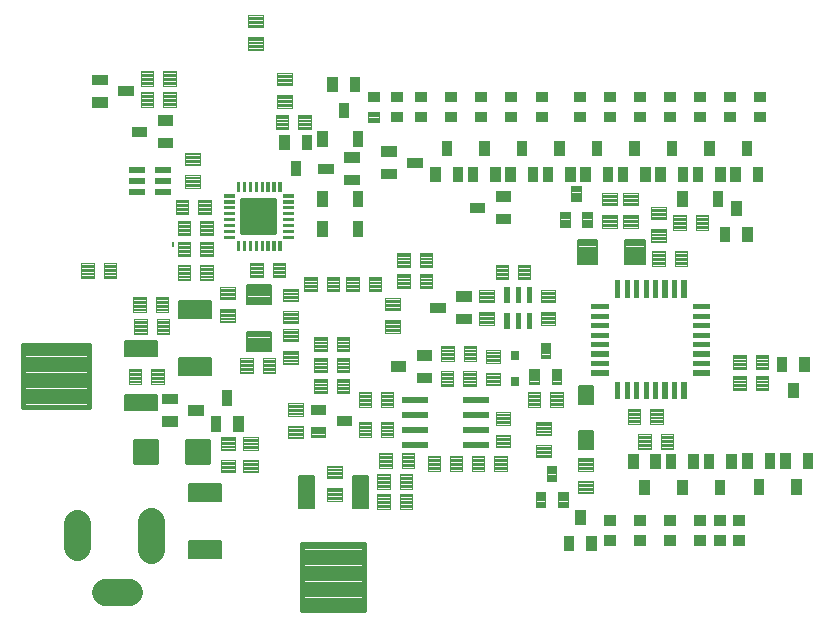
<source format=gtp>
G75*
G70*
%OFA0B0*%
%FSLAX24Y24*%
%IPPOS*%
%LPD*%
%AMOC8*
5,1,8,0,0,1.08239X$1,22.5*
%
%ADD10C,0.0886*%
%ADD11C,0.0009*%
%ADD12C,0.0122*%
%ADD13C,0.0046*%
%ADD14C,0.0035*%
%ADD15C,0.0061*%
%ADD16C,0.0018*%
%ADD17C,0.0071*%
%ADD18C,0.0016*%
%ADD19C,0.0021*%
%ADD20C,0.0005*%
%ADD21C,0.0057*%
%ADD22C,0.0179*%
%ADD23C,0.0025*%
%ADD24C,0.0085*%
%ADD25C,0.0050*%
D10*
X017078Y003452D02*
X017078Y004238D01*
X019539Y004337D02*
X019539Y003353D01*
X018810Y001955D02*
X018024Y001955D01*
D11*
X022408Y013338D02*
X022408Y013664D01*
X022490Y013664D01*
X022490Y013338D01*
X022408Y013338D01*
X022408Y013346D02*
X022490Y013346D01*
X022490Y013354D02*
X022408Y013354D01*
X022408Y013362D02*
X022490Y013362D01*
X022490Y013370D02*
X022408Y013370D01*
X022408Y013378D02*
X022490Y013378D01*
X022490Y013386D02*
X022408Y013386D01*
X022408Y013394D02*
X022490Y013394D01*
X022490Y013402D02*
X022408Y013402D01*
X022408Y013410D02*
X022490Y013410D01*
X022490Y013418D02*
X022408Y013418D01*
X022408Y013426D02*
X022490Y013426D01*
X022490Y013434D02*
X022408Y013434D01*
X022408Y013442D02*
X022490Y013442D01*
X022490Y013450D02*
X022408Y013450D01*
X022408Y013458D02*
X022490Y013458D01*
X022490Y013466D02*
X022408Y013466D01*
X022408Y013474D02*
X022490Y013474D01*
X022490Y013482D02*
X022408Y013482D01*
X022408Y013490D02*
X022490Y013490D01*
X022490Y013498D02*
X022408Y013498D01*
X022408Y013506D02*
X022490Y013506D01*
X022490Y013514D02*
X022408Y013514D01*
X022408Y013522D02*
X022490Y013522D01*
X022490Y013530D02*
X022408Y013530D01*
X022408Y013538D02*
X022490Y013538D01*
X022490Y013546D02*
X022408Y013546D01*
X022408Y013554D02*
X022490Y013554D01*
X022490Y013562D02*
X022408Y013562D01*
X022408Y013570D02*
X022490Y013570D01*
X022490Y013578D02*
X022408Y013578D01*
X022408Y013586D02*
X022490Y013586D01*
X022490Y013594D02*
X022408Y013594D01*
X022408Y013602D02*
X022490Y013602D01*
X022490Y013610D02*
X022408Y013610D01*
X022408Y013618D02*
X022490Y013618D01*
X022490Y013626D02*
X022408Y013626D01*
X022408Y013634D02*
X022490Y013634D01*
X022490Y013642D02*
X022408Y013642D01*
X022408Y013650D02*
X022490Y013650D01*
X022490Y013658D02*
X022408Y013658D01*
X022605Y013664D02*
X022605Y013338D01*
X022605Y013664D02*
X022687Y013664D01*
X022687Y013338D01*
X022605Y013338D01*
X022605Y013346D02*
X022687Y013346D01*
X022687Y013354D02*
X022605Y013354D01*
X022605Y013362D02*
X022687Y013362D01*
X022687Y013370D02*
X022605Y013370D01*
X022605Y013378D02*
X022687Y013378D01*
X022687Y013386D02*
X022605Y013386D01*
X022605Y013394D02*
X022687Y013394D01*
X022687Y013402D02*
X022605Y013402D01*
X022605Y013410D02*
X022687Y013410D01*
X022687Y013418D02*
X022605Y013418D01*
X022605Y013426D02*
X022687Y013426D01*
X022687Y013434D02*
X022605Y013434D01*
X022605Y013442D02*
X022687Y013442D01*
X022687Y013450D02*
X022605Y013450D01*
X022605Y013458D02*
X022687Y013458D01*
X022687Y013466D02*
X022605Y013466D01*
X022605Y013474D02*
X022687Y013474D01*
X022687Y013482D02*
X022605Y013482D01*
X022605Y013490D02*
X022687Y013490D01*
X022687Y013498D02*
X022605Y013498D01*
X022605Y013506D02*
X022687Y013506D01*
X022687Y013514D02*
X022605Y013514D01*
X022605Y013522D02*
X022687Y013522D01*
X022687Y013530D02*
X022605Y013530D01*
X022605Y013538D02*
X022687Y013538D01*
X022687Y013546D02*
X022605Y013546D01*
X022605Y013554D02*
X022687Y013554D01*
X022687Y013562D02*
X022605Y013562D01*
X022605Y013570D02*
X022687Y013570D01*
X022687Y013578D02*
X022605Y013578D01*
X022605Y013586D02*
X022687Y013586D01*
X022687Y013594D02*
X022605Y013594D01*
X022605Y013602D02*
X022687Y013602D01*
X022687Y013610D02*
X022605Y013610D01*
X022605Y013618D02*
X022687Y013618D01*
X022687Y013626D02*
X022605Y013626D01*
X022605Y013634D02*
X022687Y013634D01*
X022687Y013642D02*
X022605Y013642D01*
X022605Y013650D02*
X022687Y013650D01*
X022687Y013658D02*
X022605Y013658D01*
X022802Y013664D02*
X022802Y013338D01*
X022802Y013664D02*
X022884Y013664D01*
X022884Y013338D01*
X022802Y013338D01*
X022802Y013346D02*
X022884Y013346D01*
X022884Y013354D02*
X022802Y013354D01*
X022802Y013362D02*
X022884Y013362D01*
X022884Y013370D02*
X022802Y013370D01*
X022802Y013378D02*
X022884Y013378D01*
X022884Y013386D02*
X022802Y013386D01*
X022802Y013394D02*
X022884Y013394D01*
X022884Y013402D02*
X022802Y013402D01*
X022802Y013410D02*
X022884Y013410D01*
X022884Y013418D02*
X022802Y013418D01*
X022802Y013426D02*
X022884Y013426D01*
X022884Y013434D02*
X022802Y013434D01*
X022802Y013442D02*
X022884Y013442D01*
X022884Y013450D02*
X022802Y013450D01*
X022802Y013458D02*
X022884Y013458D01*
X022884Y013466D02*
X022802Y013466D01*
X022802Y013474D02*
X022884Y013474D01*
X022884Y013482D02*
X022802Y013482D01*
X022802Y013490D02*
X022884Y013490D01*
X022884Y013498D02*
X022802Y013498D01*
X022802Y013506D02*
X022884Y013506D01*
X022884Y013514D02*
X022802Y013514D01*
X022802Y013522D02*
X022884Y013522D01*
X022884Y013530D02*
X022802Y013530D01*
X022802Y013538D02*
X022884Y013538D01*
X022884Y013546D02*
X022802Y013546D01*
X022802Y013554D02*
X022884Y013554D01*
X022884Y013562D02*
X022802Y013562D01*
X022802Y013570D02*
X022884Y013570D01*
X022884Y013578D02*
X022802Y013578D01*
X022802Y013586D02*
X022884Y013586D01*
X022884Y013594D02*
X022802Y013594D01*
X022802Y013602D02*
X022884Y013602D01*
X022884Y013610D02*
X022802Y013610D01*
X022802Y013618D02*
X022884Y013618D01*
X022884Y013626D02*
X022802Y013626D01*
X022802Y013634D02*
X022884Y013634D01*
X022884Y013642D02*
X022802Y013642D01*
X022802Y013650D02*
X022884Y013650D01*
X022884Y013658D02*
X022802Y013658D01*
X022999Y013664D02*
X022999Y013338D01*
X022999Y013664D02*
X023081Y013664D01*
X023081Y013338D01*
X022999Y013338D01*
X022999Y013346D02*
X023081Y013346D01*
X023081Y013354D02*
X022999Y013354D01*
X022999Y013362D02*
X023081Y013362D01*
X023081Y013370D02*
X022999Y013370D01*
X022999Y013378D02*
X023081Y013378D01*
X023081Y013386D02*
X022999Y013386D01*
X022999Y013394D02*
X023081Y013394D01*
X023081Y013402D02*
X022999Y013402D01*
X022999Y013410D02*
X023081Y013410D01*
X023081Y013418D02*
X022999Y013418D01*
X022999Y013426D02*
X023081Y013426D01*
X023081Y013434D02*
X022999Y013434D01*
X022999Y013442D02*
X023081Y013442D01*
X023081Y013450D02*
X022999Y013450D01*
X022999Y013458D02*
X023081Y013458D01*
X023081Y013466D02*
X022999Y013466D01*
X022999Y013474D02*
X023081Y013474D01*
X023081Y013482D02*
X022999Y013482D01*
X022999Y013490D02*
X023081Y013490D01*
X023081Y013498D02*
X022999Y013498D01*
X022999Y013506D02*
X023081Y013506D01*
X023081Y013514D02*
X022999Y013514D01*
X022999Y013522D02*
X023081Y013522D01*
X023081Y013530D02*
X022999Y013530D01*
X022999Y013538D02*
X023081Y013538D01*
X023081Y013546D02*
X022999Y013546D01*
X022999Y013554D02*
X023081Y013554D01*
X023081Y013562D02*
X022999Y013562D01*
X022999Y013570D02*
X023081Y013570D01*
X023081Y013578D02*
X022999Y013578D01*
X022999Y013586D02*
X023081Y013586D01*
X023081Y013594D02*
X022999Y013594D01*
X022999Y013602D02*
X023081Y013602D01*
X023081Y013610D02*
X022999Y013610D01*
X022999Y013618D02*
X023081Y013618D01*
X023081Y013626D02*
X022999Y013626D01*
X022999Y013634D02*
X023081Y013634D01*
X023081Y013642D02*
X022999Y013642D01*
X022999Y013650D02*
X023081Y013650D01*
X023081Y013658D02*
X022999Y013658D01*
X023196Y013664D02*
X023196Y013338D01*
X023196Y013664D02*
X023278Y013664D01*
X023278Y013338D01*
X023196Y013338D01*
X023196Y013346D02*
X023278Y013346D01*
X023278Y013354D02*
X023196Y013354D01*
X023196Y013362D02*
X023278Y013362D01*
X023278Y013370D02*
X023196Y013370D01*
X023196Y013378D02*
X023278Y013378D01*
X023278Y013386D02*
X023196Y013386D01*
X023196Y013394D02*
X023278Y013394D01*
X023278Y013402D02*
X023196Y013402D01*
X023196Y013410D02*
X023278Y013410D01*
X023278Y013418D02*
X023196Y013418D01*
X023196Y013426D02*
X023278Y013426D01*
X023278Y013434D02*
X023196Y013434D01*
X023196Y013442D02*
X023278Y013442D01*
X023278Y013450D02*
X023196Y013450D01*
X023196Y013458D02*
X023278Y013458D01*
X023278Y013466D02*
X023196Y013466D01*
X023196Y013474D02*
X023278Y013474D01*
X023278Y013482D02*
X023196Y013482D01*
X023196Y013490D02*
X023278Y013490D01*
X023278Y013498D02*
X023196Y013498D01*
X023196Y013506D02*
X023278Y013506D01*
X023278Y013514D02*
X023196Y013514D01*
X023196Y013522D02*
X023278Y013522D01*
X023278Y013530D02*
X023196Y013530D01*
X023196Y013538D02*
X023278Y013538D01*
X023278Y013546D02*
X023196Y013546D01*
X023196Y013554D02*
X023278Y013554D01*
X023278Y013562D02*
X023196Y013562D01*
X023196Y013570D02*
X023278Y013570D01*
X023278Y013578D02*
X023196Y013578D01*
X023196Y013586D02*
X023278Y013586D01*
X023278Y013594D02*
X023196Y013594D01*
X023196Y013602D02*
X023278Y013602D01*
X023278Y013610D02*
X023196Y013610D01*
X023196Y013618D02*
X023278Y013618D01*
X023278Y013626D02*
X023196Y013626D01*
X023196Y013634D02*
X023278Y013634D01*
X023278Y013642D02*
X023196Y013642D01*
X023196Y013650D02*
X023278Y013650D01*
X023278Y013658D02*
X023196Y013658D01*
X023393Y013664D02*
X023393Y013338D01*
X023393Y013664D02*
X023475Y013664D01*
X023475Y013338D01*
X023393Y013338D01*
X023393Y013346D02*
X023475Y013346D01*
X023475Y013354D02*
X023393Y013354D01*
X023393Y013362D02*
X023475Y013362D01*
X023475Y013370D02*
X023393Y013370D01*
X023393Y013378D02*
X023475Y013378D01*
X023475Y013386D02*
X023393Y013386D01*
X023393Y013394D02*
X023475Y013394D01*
X023475Y013402D02*
X023393Y013402D01*
X023393Y013410D02*
X023475Y013410D01*
X023475Y013418D02*
X023393Y013418D01*
X023393Y013426D02*
X023475Y013426D01*
X023475Y013434D02*
X023393Y013434D01*
X023393Y013442D02*
X023475Y013442D01*
X023475Y013450D02*
X023393Y013450D01*
X023393Y013458D02*
X023475Y013458D01*
X023475Y013466D02*
X023393Y013466D01*
X023393Y013474D02*
X023475Y013474D01*
X023475Y013482D02*
X023393Y013482D01*
X023393Y013490D02*
X023475Y013490D01*
X023475Y013498D02*
X023393Y013498D01*
X023393Y013506D02*
X023475Y013506D01*
X023475Y013514D02*
X023393Y013514D01*
X023393Y013522D02*
X023475Y013522D01*
X023475Y013530D02*
X023393Y013530D01*
X023393Y013538D02*
X023475Y013538D01*
X023475Y013546D02*
X023393Y013546D01*
X023393Y013554D02*
X023475Y013554D01*
X023475Y013562D02*
X023393Y013562D01*
X023393Y013570D02*
X023475Y013570D01*
X023475Y013578D02*
X023393Y013578D01*
X023393Y013586D02*
X023475Y013586D01*
X023475Y013594D02*
X023393Y013594D01*
X023393Y013602D02*
X023475Y013602D01*
X023475Y013610D02*
X023393Y013610D01*
X023393Y013618D02*
X023475Y013618D01*
X023475Y013626D02*
X023393Y013626D01*
X023393Y013634D02*
X023475Y013634D01*
X023475Y013642D02*
X023393Y013642D01*
X023393Y013650D02*
X023475Y013650D01*
X023475Y013658D02*
X023393Y013658D01*
X023590Y013664D02*
X023590Y013338D01*
X023590Y013664D02*
X023672Y013664D01*
X023672Y013338D01*
X023590Y013338D01*
X023590Y013346D02*
X023672Y013346D01*
X023672Y013354D02*
X023590Y013354D01*
X023590Y013362D02*
X023672Y013362D01*
X023672Y013370D02*
X023590Y013370D01*
X023590Y013378D02*
X023672Y013378D01*
X023672Y013386D02*
X023590Y013386D01*
X023590Y013394D02*
X023672Y013394D01*
X023672Y013402D02*
X023590Y013402D01*
X023590Y013410D02*
X023672Y013410D01*
X023672Y013418D02*
X023590Y013418D01*
X023590Y013426D02*
X023672Y013426D01*
X023672Y013434D02*
X023590Y013434D01*
X023590Y013442D02*
X023672Y013442D01*
X023672Y013450D02*
X023590Y013450D01*
X023590Y013458D02*
X023672Y013458D01*
X023672Y013466D02*
X023590Y013466D01*
X023590Y013474D02*
X023672Y013474D01*
X023672Y013482D02*
X023590Y013482D01*
X023590Y013490D02*
X023672Y013490D01*
X023672Y013498D02*
X023590Y013498D01*
X023590Y013506D02*
X023672Y013506D01*
X023672Y013514D02*
X023590Y013514D01*
X023590Y013522D02*
X023672Y013522D01*
X023672Y013530D02*
X023590Y013530D01*
X023590Y013538D02*
X023672Y013538D01*
X023672Y013546D02*
X023590Y013546D01*
X023590Y013554D02*
X023672Y013554D01*
X023672Y013562D02*
X023590Y013562D01*
X023590Y013570D02*
X023672Y013570D01*
X023672Y013578D02*
X023590Y013578D01*
X023590Y013586D02*
X023672Y013586D01*
X023672Y013594D02*
X023590Y013594D01*
X023590Y013602D02*
X023672Y013602D01*
X023672Y013610D02*
X023590Y013610D01*
X023590Y013618D02*
X023672Y013618D01*
X023672Y013626D02*
X023590Y013626D01*
X023590Y013634D02*
X023672Y013634D01*
X023672Y013642D02*
X023590Y013642D01*
X023590Y013650D02*
X023672Y013650D01*
X023672Y013658D02*
X023590Y013658D01*
X023786Y013664D02*
X023786Y013338D01*
X023786Y013664D02*
X023868Y013664D01*
X023868Y013338D01*
X023786Y013338D01*
X023786Y013346D02*
X023868Y013346D01*
X023868Y013354D02*
X023786Y013354D01*
X023786Y013362D02*
X023868Y013362D01*
X023868Y013370D02*
X023786Y013370D01*
X023786Y013378D02*
X023868Y013378D01*
X023868Y013386D02*
X023786Y013386D01*
X023786Y013394D02*
X023868Y013394D01*
X023868Y013402D02*
X023786Y013402D01*
X023786Y013410D02*
X023868Y013410D01*
X023868Y013418D02*
X023786Y013418D01*
X023786Y013426D02*
X023868Y013426D01*
X023868Y013434D02*
X023786Y013434D01*
X023786Y013442D02*
X023868Y013442D01*
X023868Y013450D02*
X023786Y013450D01*
X023786Y013458D02*
X023868Y013458D01*
X023868Y013466D02*
X023786Y013466D01*
X023786Y013474D02*
X023868Y013474D01*
X023868Y013482D02*
X023786Y013482D01*
X023786Y013490D02*
X023868Y013490D01*
X023868Y013498D02*
X023786Y013498D01*
X023786Y013506D02*
X023868Y013506D01*
X023868Y013514D02*
X023786Y013514D01*
X023786Y013522D02*
X023868Y013522D01*
X023868Y013530D02*
X023786Y013530D01*
X023786Y013538D02*
X023868Y013538D01*
X023868Y013546D02*
X023786Y013546D01*
X023786Y013554D02*
X023868Y013554D01*
X023868Y013562D02*
X023786Y013562D01*
X023786Y013570D02*
X023868Y013570D01*
X023868Y013578D02*
X023786Y013578D01*
X023786Y013586D02*
X023868Y013586D01*
X023868Y013594D02*
X023786Y013594D01*
X023786Y013602D02*
X023868Y013602D01*
X023868Y013610D02*
X023786Y013610D01*
X023786Y013618D02*
X023868Y013618D01*
X023868Y013626D02*
X023786Y013626D01*
X023786Y013634D02*
X023868Y013634D01*
X023868Y013642D02*
X023786Y013642D01*
X023786Y013650D02*
X023868Y013650D01*
X023868Y013658D02*
X023786Y013658D01*
X023960Y013837D02*
X024286Y013837D01*
X024286Y013755D01*
X023960Y013755D01*
X023960Y013837D01*
X023960Y013763D02*
X024286Y013763D01*
X024286Y013771D02*
X023960Y013771D01*
X023960Y013779D02*
X024286Y013779D01*
X024286Y013787D02*
X023960Y013787D01*
X023960Y013795D02*
X024286Y013795D01*
X024286Y013803D02*
X023960Y013803D01*
X023960Y013811D02*
X024286Y013811D01*
X024286Y013819D02*
X023960Y013819D01*
X023960Y013827D02*
X024286Y013827D01*
X024286Y013835D02*
X023960Y013835D01*
X023960Y014034D02*
X024286Y014034D01*
X024286Y013952D01*
X023960Y013952D01*
X023960Y014034D01*
X023960Y013960D02*
X024286Y013960D01*
X024286Y013968D02*
X023960Y013968D01*
X023960Y013976D02*
X024286Y013976D01*
X024286Y013984D02*
X023960Y013984D01*
X023960Y013992D02*
X024286Y013992D01*
X024286Y014000D02*
X023960Y014000D01*
X023960Y014008D02*
X024286Y014008D01*
X024286Y014016D02*
X023960Y014016D01*
X023960Y014024D02*
X024286Y014024D01*
X024286Y014032D02*
X023960Y014032D01*
X023960Y014231D02*
X024286Y014231D01*
X024286Y014149D01*
X023960Y014149D01*
X023960Y014231D01*
X023960Y014157D02*
X024286Y014157D01*
X024286Y014165D02*
X023960Y014165D01*
X023960Y014173D02*
X024286Y014173D01*
X024286Y014181D02*
X023960Y014181D01*
X023960Y014189D02*
X024286Y014189D01*
X024286Y014197D02*
X023960Y014197D01*
X023960Y014205D02*
X024286Y014205D01*
X024286Y014213D02*
X023960Y014213D01*
X023960Y014221D02*
X024286Y014221D01*
X024286Y014229D02*
X023960Y014229D01*
X023960Y014428D02*
X024286Y014428D01*
X024286Y014346D01*
X023960Y014346D01*
X023960Y014428D01*
X023960Y014354D02*
X024286Y014354D01*
X024286Y014362D02*
X023960Y014362D01*
X023960Y014370D02*
X024286Y014370D01*
X024286Y014378D02*
X023960Y014378D01*
X023960Y014386D02*
X024286Y014386D01*
X024286Y014394D02*
X023960Y014394D01*
X023960Y014402D02*
X024286Y014402D01*
X024286Y014410D02*
X023960Y014410D01*
X023960Y014418D02*
X024286Y014418D01*
X024286Y014426D02*
X023960Y014426D01*
X023960Y014624D02*
X024286Y014624D01*
X024286Y014542D01*
X023960Y014542D01*
X023960Y014624D01*
X023960Y014550D02*
X024286Y014550D01*
X024286Y014558D02*
X023960Y014558D01*
X023960Y014566D02*
X024286Y014566D01*
X024286Y014574D02*
X023960Y014574D01*
X023960Y014582D02*
X024286Y014582D01*
X024286Y014590D02*
X023960Y014590D01*
X023960Y014598D02*
X024286Y014598D01*
X024286Y014606D02*
X023960Y014606D01*
X023960Y014614D02*
X024286Y014614D01*
X024286Y014622D02*
X023960Y014622D01*
X023960Y014821D02*
X024286Y014821D01*
X024286Y014739D01*
X023960Y014739D01*
X023960Y014821D01*
X023960Y014747D02*
X024286Y014747D01*
X024286Y014755D02*
X023960Y014755D01*
X023960Y014763D02*
X024286Y014763D01*
X024286Y014771D02*
X023960Y014771D01*
X023960Y014779D02*
X024286Y014779D01*
X024286Y014787D02*
X023960Y014787D01*
X023960Y014795D02*
X024286Y014795D01*
X024286Y014803D02*
X023960Y014803D01*
X023960Y014811D02*
X024286Y014811D01*
X024286Y014819D02*
X023960Y014819D01*
X023960Y015018D02*
X024286Y015018D01*
X024286Y014936D01*
X023960Y014936D01*
X023960Y015018D01*
X023960Y014944D02*
X024286Y014944D01*
X024286Y014952D02*
X023960Y014952D01*
X023960Y014960D02*
X024286Y014960D01*
X024286Y014968D02*
X023960Y014968D01*
X023960Y014976D02*
X024286Y014976D01*
X024286Y014984D02*
X023960Y014984D01*
X023960Y014992D02*
X024286Y014992D01*
X024286Y015000D02*
X023960Y015000D01*
X023960Y015008D02*
X024286Y015008D01*
X024286Y015016D02*
X023960Y015016D01*
X023960Y015215D02*
X024286Y015215D01*
X024286Y015133D01*
X023960Y015133D01*
X023960Y015215D01*
X023960Y015141D02*
X024286Y015141D01*
X024286Y015149D02*
X023960Y015149D01*
X023960Y015157D02*
X024286Y015157D01*
X024286Y015165D02*
X023960Y015165D01*
X023960Y015173D02*
X024286Y015173D01*
X024286Y015181D02*
X023960Y015181D01*
X023960Y015189D02*
X024286Y015189D01*
X024286Y015197D02*
X023960Y015197D01*
X023960Y015205D02*
X024286Y015205D01*
X024286Y015213D02*
X023960Y015213D01*
X023786Y015306D02*
X023786Y015632D01*
X023868Y015632D01*
X023868Y015306D01*
X023786Y015306D01*
X023786Y015314D02*
X023868Y015314D01*
X023868Y015322D02*
X023786Y015322D01*
X023786Y015330D02*
X023868Y015330D01*
X023868Y015338D02*
X023786Y015338D01*
X023786Y015346D02*
X023868Y015346D01*
X023868Y015354D02*
X023786Y015354D01*
X023786Y015362D02*
X023868Y015362D01*
X023868Y015370D02*
X023786Y015370D01*
X023786Y015378D02*
X023868Y015378D01*
X023868Y015386D02*
X023786Y015386D01*
X023786Y015394D02*
X023868Y015394D01*
X023868Y015402D02*
X023786Y015402D01*
X023786Y015410D02*
X023868Y015410D01*
X023868Y015418D02*
X023786Y015418D01*
X023786Y015426D02*
X023868Y015426D01*
X023868Y015434D02*
X023786Y015434D01*
X023786Y015442D02*
X023868Y015442D01*
X023868Y015450D02*
X023786Y015450D01*
X023786Y015458D02*
X023868Y015458D01*
X023868Y015466D02*
X023786Y015466D01*
X023786Y015474D02*
X023868Y015474D01*
X023868Y015482D02*
X023786Y015482D01*
X023786Y015490D02*
X023868Y015490D01*
X023868Y015498D02*
X023786Y015498D01*
X023786Y015506D02*
X023868Y015506D01*
X023868Y015514D02*
X023786Y015514D01*
X023786Y015522D02*
X023868Y015522D01*
X023868Y015530D02*
X023786Y015530D01*
X023786Y015538D02*
X023868Y015538D01*
X023868Y015546D02*
X023786Y015546D01*
X023786Y015554D02*
X023868Y015554D01*
X023868Y015562D02*
X023786Y015562D01*
X023786Y015570D02*
X023868Y015570D01*
X023868Y015578D02*
X023786Y015578D01*
X023786Y015586D02*
X023868Y015586D01*
X023868Y015594D02*
X023786Y015594D01*
X023786Y015602D02*
X023868Y015602D01*
X023868Y015610D02*
X023786Y015610D01*
X023786Y015618D02*
X023868Y015618D01*
X023868Y015626D02*
X023786Y015626D01*
X023590Y015632D02*
X023590Y015306D01*
X023590Y015632D02*
X023672Y015632D01*
X023672Y015306D01*
X023590Y015306D01*
X023590Y015314D02*
X023672Y015314D01*
X023672Y015322D02*
X023590Y015322D01*
X023590Y015330D02*
X023672Y015330D01*
X023672Y015338D02*
X023590Y015338D01*
X023590Y015346D02*
X023672Y015346D01*
X023672Y015354D02*
X023590Y015354D01*
X023590Y015362D02*
X023672Y015362D01*
X023672Y015370D02*
X023590Y015370D01*
X023590Y015378D02*
X023672Y015378D01*
X023672Y015386D02*
X023590Y015386D01*
X023590Y015394D02*
X023672Y015394D01*
X023672Y015402D02*
X023590Y015402D01*
X023590Y015410D02*
X023672Y015410D01*
X023672Y015418D02*
X023590Y015418D01*
X023590Y015426D02*
X023672Y015426D01*
X023672Y015434D02*
X023590Y015434D01*
X023590Y015442D02*
X023672Y015442D01*
X023672Y015450D02*
X023590Y015450D01*
X023590Y015458D02*
X023672Y015458D01*
X023672Y015466D02*
X023590Y015466D01*
X023590Y015474D02*
X023672Y015474D01*
X023672Y015482D02*
X023590Y015482D01*
X023590Y015490D02*
X023672Y015490D01*
X023672Y015498D02*
X023590Y015498D01*
X023590Y015506D02*
X023672Y015506D01*
X023672Y015514D02*
X023590Y015514D01*
X023590Y015522D02*
X023672Y015522D01*
X023672Y015530D02*
X023590Y015530D01*
X023590Y015538D02*
X023672Y015538D01*
X023672Y015546D02*
X023590Y015546D01*
X023590Y015554D02*
X023672Y015554D01*
X023672Y015562D02*
X023590Y015562D01*
X023590Y015570D02*
X023672Y015570D01*
X023672Y015578D02*
X023590Y015578D01*
X023590Y015586D02*
X023672Y015586D01*
X023672Y015594D02*
X023590Y015594D01*
X023590Y015602D02*
X023672Y015602D01*
X023672Y015610D02*
X023590Y015610D01*
X023590Y015618D02*
X023672Y015618D01*
X023672Y015626D02*
X023590Y015626D01*
X023393Y015632D02*
X023393Y015306D01*
X023393Y015632D02*
X023475Y015632D01*
X023475Y015306D01*
X023393Y015306D01*
X023393Y015314D02*
X023475Y015314D01*
X023475Y015322D02*
X023393Y015322D01*
X023393Y015330D02*
X023475Y015330D01*
X023475Y015338D02*
X023393Y015338D01*
X023393Y015346D02*
X023475Y015346D01*
X023475Y015354D02*
X023393Y015354D01*
X023393Y015362D02*
X023475Y015362D01*
X023475Y015370D02*
X023393Y015370D01*
X023393Y015378D02*
X023475Y015378D01*
X023475Y015386D02*
X023393Y015386D01*
X023393Y015394D02*
X023475Y015394D01*
X023475Y015402D02*
X023393Y015402D01*
X023393Y015410D02*
X023475Y015410D01*
X023475Y015418D02*
X023393Y015418D01*
X023393Y015426D02*
X023475Y015426D01*
X023475Y015434D02*
X023393Y015434D01*
X023393Y015442D02*
X023475Y015442D01*
X023475Y015450D02*
X023393Y015450D01*
X023393Y015458D02*
X023475Y015458D01*
X023475Y015466D02*
X023393Y015466D01*
X023393Y015474D02*
X023475Y015474D01*
X023475Y015482D02*
X023393Y015482D01*
X023393Y015490D02*
X023475Y015490D01*
X023475Y015498D02*
X023393Y015498D01*
X023393Y015506D02*
X023475Y015506D01*
X023475Y015514D02*
X023393Y015514D01*
X023393Y015522D02*
X023475Y015522D01*
X023475Y015530D02*
X023393Y015530D01*
X023393Y015538D02*
X023475Y015538D01*
X023475Y015546D02*
X023393Y015546D01*
X023393Y015554D02*
X023475Y015554D01*
X023475Y015562D02*
X023393Y015562D01*
X023393Y015570D02*
X023475Y015570D01*
X023475Y015578D02*
X023393Y015578D01*
X023393Y015586D02*
X023475Y015586D01*
X023475Y015594D02*
X023393Y015594D01*
X023393Y015602D02*
X023475Y015602D01*
X023475Y015610D02*
X023393Y015610D01*
X023393Y015618D02*
X023475Y015618D01*
X023475Y015626D02*
X023393Y015626D01*
X023196Y015632D02*
X023196Y015306D01*
X023196Y015632D02*
X023278Y015632D01*
X023278Y015306D01*
X023196Y015306D01*
X023196Y015314D02*
X023278Y015314D01*
X023278Y015322D02*
X023196Y015322D01*
X023196Y015330D02*
X023278Y015330D01*
X023278Y015338D02*
X023196Y015338D01*
X023196Y015346D02*
X023278Y015346D01*
X023278Y015354D02*
X023196Y015354D01*
X023196Y015362D02*
X023278Y015362D01*
X023278Y015370D02*
X023196Y015370D01*
X023196Y015378D02*
X023278Y015378D01*
X023278Y015386D02*
X023196Y015386D01*
X023196Y015394D02*
X023278Y015394D01*
X023278Y015402D02*
X023196Y015402D01*
X023196Y015410D02*
X023278Y015410D01*
X023278Y015418D02*
X023196Y015418D01*
X023196Y015426D02*
X023278Y015426D01*
X023278Y015434D02*
X023196Y015434D01*
X023196Y015442D02*
X023278Y015442D01*
X023278Y015450D02*
X023196Y015450D01*
X023196Y015458D02*
X023278Y015458D01*
X023278Y015466D02*
X023196Y015466D01*
X023196Y015474D02*
X023278Y015474D01*
X023278Y015482D02*
X023196Y015482D01*
X023196Y015490D02*
X023278Y015490D01*
X023278Y015498D02*
X023196Y015498D01*
X023196Y015506D02*
X023278Y015506D01*
X023278Y015514D02*
X023196Y015514D01*
X023196Y015522D02*
X023278Y015522D01*
X023278Y015530D02*
X023196Y015530D01*
X023196Y015538D02*
X023278Y015538D01*
X023278Y015546D02*
X023196Y015546D01*
X023196Y015554D02*
X023278Y015554D01*
X023278Y015562D02*
X023196Y015562D01*
X023196Y015570D02*
X023278Y015570D01*
X023278Y015578D02*
X023196Y015578D01*
X023196Y015586D02*
X023278Y015586D01*
X023278Y015594D02*
X023196Y015594D01*
X023196Y015602D02*
X023278Y015602D01*
X023278Y015610D02*
X023196Y015610D01*
X023196Y015618D02*
X023278Y015618D01*
X023278Y015626D02*
X023196Y015626D01*
X022999Y015632D02*
X022999Y015306D01*
X022999Y015632D02*
X023081Y015632D01*
X023081Y015306D01*
X022999Y015306D01*
X022999Y015314D02*
X023081Y015314D01*
X023081Y015322D02*
X022999Y015322D01*
X022999Y015330D02*
X023081Y015330D01*
X023081Y015338D02*
X022999Y015338D01*
X022999Y015346D02*
X023081Y015346D01*
X023081Y015354D02*
X022999Y015354D01*
X022999Y015362D02*
X023081Y015362D01*
X023081Y015370D02*
X022999Y015370D01*
X022999Y015378D02*
X023081Y015378D01*
X023081Y015386D02*
X022999Y015386D01*
X022999Y015394D02*
X023081Y015394D01*
X023081Y015402D02*
X022999Y015402D01*
X022999Y015410D02*
X023081Y015410D01*
X023081Y015418D02*
X022999Y015418D01*
X022999Y015426D02*
X023081Y015426D01*
X023081Y015434D02*
X022999Y015434D01*
X022999Y015442D02*
X023081Y015442D01*
X023081Y015450D02*
X022999Y015450D01*
X022999Y015458D02*
X023081Y015458D01*
X023081Y015466D02*
X022999Y015466D01*
X022999Y015474D02*
X023081Y015474D01*
X023081Y015482D02*
X022999Y015482D01*
X022999Y015490D02*
X023081Y015490D01*
X023081Y015498D02*
X022999Y015498D01*
X022999Y015506D02*
X023081Y015506D01*
X023081Y015514D02*
X022999Y015514D01*
X022999Y015522D02*
X023081Y015522D01*
X023081Y015530D02*
X022999Y015530D01*
X022999Y015538D02*
X023081Y015538D01*
X023081Y015546D02*
X022999Y015546D01*
X022999Y015554D02*
X023081Y015554D01*
X023081Y015562D02*
X022999Y015562D01*
X022999Y015570D02*
X023081Y015570D01*
X023081Y015578D02*
X022999Y015578D01*
X022999Y015586D02*
X023081Y015586D01*
X023081Y015594D02*
X022999Y015594D01*
X022999Y015602D02*
X023081Y015602D01*
X023081Y015610D02*
X022999Y015610D01*
X022999Y015618D02*
X023081Y015618D01*
X023081Y015626D02*
X022999Y015626D01*
X022802Y015632D02*
X022802Y015306D01*
X022802Y015632D02*
X022884Y015632D01*
X022884Y015306D01*
X022802Y015306D01*
X022802Y015314D02*
X022884Y015314D01*
X022884Y015322D02*
X022802Y015322D01*
X022802Y015330D02*
X022884Y015330D01*
X022884Y015338D02*
X022802Y015338D01*
X022802Y015346D02*
X022884Y015346D01*
X022884Y015354D02*
X022802Y015354D01*
X022802Y015362D02*
X022884Y015362D01*
X022884Y015370D02*
X022802Y015370D01*
X022802Y015378D02*
X022884Y015378D01*
X022884Y015386D02*
X022802Y015386D01*
X022802Y015394D02*
X022884Y015394D01*
X022884Y015402D02*
X022802Y015402D01*
X022802Y015410D02*
X022884Y015410D01*
X022884Y015418D02*
X022802Y015418D01*
X022802Y015426D02*
X022884Y015426D01*
X022884Y015434D02*
X022802Y015434D01*
X022802Y015442D02*
X022884Y015442D01*
X022884Y015450D02*
X022802Y015450D01*
X022802Y015458D02*
X022884Y015458D01*
X022884Y015466D02*
X022802Y015466D01*
X022802Y015474D02*
X022884Y015474D01*
X022884Y015482D02*
X022802Y015482D01*
X022802Y015490D02*
X022884Y015490D01*
X022884Y015498D02*
X022802Y015498D01*
X022802Y015506D02*
X022884Y015506D01*
X022884Y015514D02*
X022802Y015514D01*
X022802Y015522D02*
X022884Y015522D01*
X022884Y015530D02*
X022802Y015530D01*
X022802Y015538D02*
X022884Y015538D01*
X022884Y015546D02*
X022802Y015546D01*
X022802Y015554D02*
X022884Y015554D01*
X022884Y015562D02*
X022802Y015562D01*
X022802Y015570D02*
X022884Y015570D01*
X022884Y015578D02*
X022802Y015578D01*
X022802Y015586D02*
X022884Y015586D01*
X022884Y015594D02*
X022802Y015594D01*
X022802Y015602D02*
X022884Y015602D01*
X022884Y015610D02*
X022802Y015610D01*
X022802Y015618D02*
X022884Y015618D01*
X022884Y015626D02*
X022802Y015626D01*
X022605Y015632D02*
X022605Y015306D01*
X022605Y015632D02*
X022687Y015632D01*
X022687Y015306D01*
X022605Y015306D01*
X022605Y015314D02*
X022687Y015314D01*
X022687Y015322D02*
X022605Y015322D01*
X022605Y015330D02*
X022687Y015330D01*
X022687Y015338D02*
X022605Y015338D01*
X022605Y015346D02*
X022687Y015346D01*
X022687Y015354D02*
X022605Y015354D01*
X022605Y015362D02*
X022687Y015362D01*
X022687Y015370D02*
X022605Y015370D01*
X022605Y015378D02*
X022687Y015378D01*
X022687Y015386D02*
X022605Y015386D01*
X022605Y015394D02*
X022687Y015394D01*
X022687Y015402D02*
X022605Y015402D01*
X022605Y015410D02*
X022687Y015410D01*
X022687Y015418D02*
X022605Y015418D01*
X022605Y015426D02*
X022687Y015426D01*
X022687Y015434D02*
X022605Y015434D01*
X022605Y015442D02*
X022687Y015442D01*
X022687Y015450D02*
X022605Y015450D01*
X022605Y015458D02*
X022687Y015458D01*
X022687Y015466D02*
X022605Y015466D01*
X022605Y015474D02*
X022687Y015474D01*
X022687Y015482D02*
X022605Y015482D01*
X022605Y015490D02*
X022687Y015490D01*
X022687Y015498D02*
X022605Y015498D01*
X022605Y015506D02*
X022687Y015506D01*
X022687Y015514D02*
X022605Y015514D01*
X022605Y015522D02*
X022687Y015522D01*
X022687Y015530D02*
X022605Y015530D01*
X022605Y015538D02*
X022687Y015538D01*
X022687Y015546D02*
X022605Y015546D01*
X022605Y015554D02*
X022687Y015554D01*
X022687Y015562D02*
X022605Y015562D01*
X022605Y015570D02*
X022687Y015570D01*
X022687Y015578D02*
X022605Y015578D01*
X022605Y015586D02*
X022687Y015586D01*
X022687Y015594D02*
X022605Y015594D01*
X022605Y015602D02*
X022687Y015602D01*
X022687Y015610D02*
X022605Y015610D01*
X022605Y015618D02*
X022687Y015618D01*
X022687Y015626D02*
X022605Y015626D01*
X022408Y015632D02*
X022408Y015306D01*
X022408Y015632D02*
X022490Y015632D01*
X022490Y015306D01*
X022408Y015306D01*
X022408Y015314D02*
X022490Y015314D01*
X022490Y015322D02*
X022408Y015322D01*
X022408Y015330D02*
X022490Y015330D01*
X022490Y015338D02*
X022408Y015338D01*
X022408Y015346D02*
X022490Y015346D01*
X022490Y015354D02*
X022408Y015354D01*
X022408Y015362D02*
X022490Y015362D01*
X022490Y015370D02*
X022408Y015370D01*
X022408Y015378D02*
X022490Y015378D01*
X022490Y015386D02*
X022408Y015386D01*
X022408Y015394D02*
X022490Y015394D01*
X022490Y015402D02*
X022408Y015402D01*
X022408Y015410D02*
X022490Y015410D01*
X022490Y015418D02*
X022408Y015418D01*
X022408Y015426D02*
X022490Y015426D01*
X022490Y015434D02*
X022408Y015434D01*
X022408Y015442D02*
X022490Y015442D01*
X022490Y015450D02*
X022408Y015450D01*
X022408Y015458D02*
X022490Y015458D01*
X022490Y015466D02*
X022408Y015466D01*
X022408Y015474D02*
X022490Y015474D01*
X022490Y015482D02*
X022408Y015482D01*
X022408Y015490D02*
X022490Y015490D01*
X022490Y015498D02*
X022408Y015498D01*
X022408Y015506D02*
X022490Y015506D01*
X022490Y015514D02*
X022408Y015514D01*
X022408Y015522D02*
X022490Y015522D01*
X022490Y015530D02*
X022408Y015530D01*
X022408Y015538D02*
X022490Y015538D01*
X022490Y015546D02*
X022408Y015546D01*
X022408Y015554D02*
X022490Y015554D01*
X022490Y015562D02*
X022408Y015562D01*
X022408Y015570D02*
X022490Y015570D01*
X022490Y015578D02*
X022408Y015578D01*
X022408Y015586D02*
X022490Y015586D01*
X022490Y015594D02*
X022408Y015594D01*
X022408Y015602D02*
X022490Y015602D01*
X022490Y015610D02*
X022408Y015610D01*
X022408Y015618D02*
X022490Y015618D01*
X022490Y015626D02*
X022408Y015626D01*
X022317Y015215D02*
X021991Y015215D01*
X022317Y015215D02*
X022317Y015133D01*
X021991Y015133D01*
X021991Y015215D01*
X021991Y015141D02*
X022317Y015141D01*
X022317Y015149D02*
X021991Y015149D01*
X021991Y015157D02*
X022317Y015157D01*
X022317Y015165D02*
X021991Y015165D01*
X021991Y015173D02*
X022317Y015173D01*
X022317Y015181D02*
X021991Y015181D01*
X021991Y015189D02*
X022317Y015189D01*
X022317Y015197D02*
X021991Y015197D01*
X021991Y015205D02*
X022317Y015205D01*
X022317Y015213D02*
X021991Y015213D01*
X021991Y015018D02*
X022317Y015018D01*
X022317Y014936D01*
X021991Y014936D01*
X021991Y015018D01*
X021991Y014944D02*
X022317Y014944D01*
X022317Y014952D02*
X021991Y014952D01*
X021991Y014960D02*
X022317Y014960D01*
X022317Y014968D02*
X021991Y014968D01*
X021991Y014976D02*
X022317Y014976D01*
X022317Y014984D02*
X021991Y014984D01*
X021991Y014992D02*
X022317Y014992D01*
X022317Y015000D02*
X021991Y015000D01*
X021991Y015008D02*
X022317Y015008D01*
X022317Y015016D02*
X021991Y015016D01*
X021991Y014821D02*
X022317Y014821D01*
X022317Y014739D01*
X021991Y014739D01*
X021991Y014821D01*
X021991Y014747D02*
X022317Y014747D01*
X022317Y014755D02*
X021991Y014755D01*
X021991Y014763D02*
X022317Y014763D01*
X022317Y014771D02*
X021991Y014771D01*
X021991Y014779D02*
X022317Y014779D01*
X022317Y014787D02*
X021991Y014787D01*
X021991Y014795D02*
X022317Y014795D01*
X022317Y014803D02*
X021991Y014803D01*
X021991Y014811D02*
X022317Y014811D01*
X022317Y014819D02*
X021991Y014819D01*
X021991Y014624D02*
X022317Y014624D01*
X022317Y014542D01*
X021991Y014542D01*
X021991Y014624D01*
X021991Y014550D02*
X022317Y014550D01*
X022317Y014558D02*
X021991Y014558D01*
X021991Y014566D02*
X022317Y014566D01*
X022317Y014574D02*
X021991Y014574D01*
X021991Y014582D02*
X022317Y014582D01*
X022317Y014590D02*
X021991Y014590D01*
X021991Y014598D02*
X022317Y014598D01*
X022317Y014606D02*
X021991Y014606D01*
X021991Y014614D02*
X022317Y014614D01*
X022317Y014622D02*
X021991Y014622D01*
X021991Y014428D02*
X022317Y014428D01*
X022317Y014346D01*
X021991Y014346D01*
X021991Y014428D01*
X021991Y014354D02*
X022317Y014354D01*
X022317Y014362D02*
X021991Y014362D01*
X021991Y014370D02*
X022317Y014370D01*
X022317Y014378D02*
X021991Y014378D01*
X021991Y014386D02*
X022317Y014386D01*
X022317Y014394D02*
X021991Y014394D01*
X021991Y014402D02*
X022317Y014402D01*
X022317Y014410D02*
X021991Y014410D01*
X021991Y014418D02*
X022317Y014418D01*
X022317Y014426D02*
X021991Y014426D01*
X021991Y014231D02*
X022317Y014231D01*
X022317Y014149D01*
X021991Y014149D01*
X021991Y014231D01*
X021991Y014157D02*
X022317Y014157D01*
X022317Y014165D02*
X021991Y014165D01*
X021991Y014173D02*
X022317Y014173D01*
X022317Y014181D02*
X021991Y014181D01*
X021991Y014189D02*
X022317Y014189D01*
X022317Y014197D02*
X021991Y014197D01*
X021991Y014205D02*
X022317Y014205D01*
X022317Y014213D02*
X021991Y014213D01*
X021991Y014221D02*
X022317Y014221D01*
X022317Y014229D02*
X021991Y014229D01*
X021991Y014034D02*
X022317Y014034D01*
X022317Y013952D01*
X021991Y013952D01*
X021991Y014034D01*
X021991Y013960D02*
X022317Y013960D01*
X022317Y013968D02*
X021991Y013968D01*
X021991Y013976D02*
X022317Y013976D01*
X022317Y013984D02*
X021991Y013984D01*
X021991Y013992D02*
X022317Y013992D01*
X022317Y014000D02*
X021991Y014000D01*
X021991Y014008D02*
X022317Y014008D01*
X022317Y014016D02*
X021991Y014016D01*
X021991Y014024D02*
X022317Y014024D01*
X022317Y014032D02*
X021991Y014032D01*
X021991Y013837D02*
X022317Y013837D01*
X022317Y013755D01*
X021991Y013755D01*
X021991Y013837D01*
X021991Y013763D02*
X022317Y013763D01*
X022317Y013771D02*
X021991Y013771D01*
X021991Y013779D02*
X022317Y013779D01*
X022317Y013787D02*
X021991Y013787D01*
X021991Y013795D02*
X022317Y013795D01*
X022317Y013803D02*
X021991Y013803D01*
X021991Y013811D02*
X022317Y013811D01*
X022317Y013819D02*
X021991Y013819D01*
X021991Y013827D02*
X022317Y013827D01*
X022317Y013835D02*
X021991Y013835D01*
D12*
X023688Y013935D02*
X023688Y015035D01*
X023688Y013935D02*
X022588Y013935D01*
X022588Y015035D01*
X023688Y015035D01*
X023688Y014056D02*
X022588Y014056D01*
X022588Y014177D02*
X023688Y014177D01*
X023688Y014298D02*
X022588Y014298D01*
X022588Y014419D02*
X023688Y014419D01*
X023688Y014540D02*
X022588Y014540D01*
X022588Y014661D02*
X023688Y014661D01*
X023688Y014782D02*
X022588Y014782D01*
X022588Y014903D02*
X023688Y014903D01*
X023688Y015024D02*
X022588Y015024D01*
D13*
X021539Y014539D02*
X021125Y014539D01*
X021125Y015031D01*
X021539Y015031D01*
X021539Y014539D01*
X021539Y014584D02*
X021125Y014584D01*
X021125Y014629D02*
X021539Y014629D01*
X021539Y014674D02*
X021125Y014674D01*
X021125Y014719D02*
X021539Y014719D01*
X021539Y014764D02*
X021125Y014764D01*
X021125Y014809D02*
X021539Y014809D01*
X021539Y014854D02*
X021125Y014854D01*
X021125Y014899D02*
X021539Y014899D01*
X021539Y014944D02*
X021125Y014944D01*
X021125Y014989D02*
X021539Y014989D01*
X020791Y014539D02*
X020377Y014539D01*
X020377Y015031D01*
X020791Y015031D01*
X020791Y014539D01*
X020791Y014584D02*
X020377Y014584D01*
X020377Y014629D02*
X020791Y014629D01*
X020791Y014674D02*
X020377Y014674D01*
X020377Y014719D02*
X020791Y014719D01*
X020791Y014764D02*
X020377Y014764D01*
X020377Y014809D02*
X020791Y014809D01*
X020791Y014854D02*
X020377Y014854D01*
X020377Y014899D02*
X020791Y014899D01*
X020791Y014944D02*
X020377Y014944D01*
X020377Y014989D02*
X020791Y014989D01*
X020672Y015434D02*
X020672Y015848D01*
X021164Y015848D01*
X021164Y015434D01*
X020672Y015434D01*
X020672Y015479D02*
X021164Y015479D01*
X021164Y015524D02*
X020672Y015524D01*
X020672Y015569D02*
X021164Y015569D01*
X021164Y015614D02*
X020672Y015614D01*
X020672Y015659D02*
X021164Y015659D01*
X021164Y015704D02*
X020672Y015704D01*
X020672Y015749D02*
X021164Y015749D01*
X021164Y015794D02*
X020672Y015794D01*
X020672Y015839D02*
X021164Y015839D01*
X020672Y016182D02*
X020672Y016596D01*
X021164Y016596D01*
X021164Y016182D01*
X020672Y016182D01*
X020672Y016227D02*
X021164Y016227D01*
X021164Y016272D02*
X020672Y016272D01*
X020672Y016317D02*
X021164Y016317D01*
X021164Y016362D02*
X020672Y016362D01*
X020672Y016407D02*
X021164Y016407D01*
X021164Y016452D02*
X020672Y016452D01*
X020672Y016497D02*
X021164Y016497D01*
X021164Y016542D02*
X020672Y016542D01*
X020672Y016587D02*
X021164Y016587D01*
X023707Y017379D02*
X024121Y017379D01*
X023707Y017379D02*
X023707Y017871D01*
X024121Y017871D01*
X024121Y017379D01*
X024121Y017424D02*
X023707Y017424D01*
X023707Y017469D02*
X024121Y017469D01*
X024121Y017514D02*
X023707Y017514D01*
X023707Y017559D02*
X024121Y017559D01*
X024121Y017604D02*
X023707Y017604D01*
X023707Y017649D02*
X024121Y017649D01*
X024121Y017694D02*
X023707Y017694D01*
X023707Y017739D02*
X024121Y017739D01*
X024121Y017784D02*
X023707Y017784D01*
X023707Y017829D02*
X024121Y017829D01*
X024455Y017379D02*
X024869Y017379D01*
X024455Y017379D02*
X024455Y017871D01*
X024869Y017871D01*
X024869Y017379D01*
X024869Y017424D02*
X024455Y017424D01*
X024455Y017469D02*
X024869Y017469D01*
X024869Y017514D02*
X024455Y017514D01*
X024455Y017559D02*
X024869Y017559D01*
X024869Y017604D02*
X024455Y017604D01*
X024455Y017649D02*
X024869Y017649D01*
X024869Y017694D02*
X024455Y017694D01*
X024455Y017739D02*
X024869Y017739D01*
X024869Y017784D02*
X024455Y017784D01*
X024455Y017829D02*
X024869Y017829D01*
X024234Y018094D02*
X024234Y018508D01*
X024234Y018094D02*
X023742Y018094D01*
X023742Y018508D01*
X024234Y018508D01*
X024234Y018139D02*
X023742Y018139D01*
X023742Y018184D02*
X024234Y018184D01*
X024234Y018229D02*
X023742Y018229D01*
X023742Y018274D02*
X024234Y018274D01*
X024234Y018319D02*
X023742Y018319D01*
X023742Y018364D02*
X024234Y018364D01*
X024234Y018409D02*
X023742Y018409D01*
X023742Y018454D02*
X024234Y018454D01*
X024234Y018499D02*
X023742Y018499D01*
X024234Y018842D02*
X024234Y019256D01*
X024234Y018842D02*
X023742Y018842D01*
X023742Y019256D01*
X024234Y019256D01*
X024234Y018887D02*
X023742Y018887D01*
X023742Y018932D02*
X024234Y018932D01*
X024234Y018977D02*
X023742Y018977D01*
X023742Y019022D02*
X024234Y019022D01*
X024234Y019067D02*
X023742Y019067D01*
X023742Y019112D02*
X024234Y019112D01*
X024234Y019157D02*
X023742Y019157D01*
X023742Y019202D02*
X024234Y019202D01*
X024234Y019247D02*
X023742Y019247D01*
X023284Y020024D02*
X023284Y020438D01*
X023284Y020024D02*
X022792Y020024D01*
X022792Y020438D01*
X023284Y020438D01*
X023284Y020069D02*
X022792Y020069D01*
X022792Y020114D02*
X023284Y020114D01*
X023284Y020159D02*
X022792Y020159D01*
X022792Y020204D02*
X023284Y020204D01*
X023284Y020249D02*
X022792Y020249D01*
X022792Y020294D02*
X023284Y020294D01*
X023284Y020339D02*
X022792Y020339D01*
X022792Y020384D02*
X023284Y020384D01*
X023284Y020429D02*
X022792Y020429D01*
X023284Y020772D02*
X023284Y021186D01*
X023284Y020772D02*
X022792Y020772D01*
X022792Y021186D01*
X023284Y021186D01*
X023284Y020817D02*
X022792Y020817D01*
X022792Y020862D02*
X023284Y020862D01*
X023284Y020907D02*
X022792Y020907D01*
X022792Y020952D02*
X023284Y020952D01*
X023284Y020997D02*
X022792Y020997D01*
X022792Y021042D02*
X023284Y021042D01*
X023284Y021087D02*
X022792Y021087D01*
X022792Y021132D02*
X023284Y021132D01*
X023284Y021177D02*
X022792Y021177D01*
X020369Y018829D02*
X019955Y018829D01*
X019955Y019321D01*
X020369Y019321D01*
X020369Y018829D01*
X020369Y018874D02*
X019955Y018874D01*
X019955Y018919D02*
X020369Y018919D01*
X020369Y018964D02*
X019955Y018964D01*
X019955Y019009D02*
X020369Y019009D01*
X020369Y019054D02*
X019955Y019054D01*
X019955Y019099D02*
X020369Y019099D01*
X020369Y019144D02*
X019955Y019144D01*
X019955Y019189D02*
X020369Y019189D01*
X020369Y019234D02*
X019955Y019234D01*
X019955Y019279D02*
X020369Y019279D01*
X019621Y018829D02*
X019207Y018829D01*
X019207Y019321D01*
X019621Y019321D01*
X019621Y018829D01*
X019621Y018874D02*
X019207Y018874D01*
X019207Y018919D02*
X019621Y018919D01*
X019621Y018964D02*
X019207Y018964D01*
X019207Y019009D02*
X019621Y019009D01*
X019621Y019054D02*
X019207Y019054D01*
X019207Y019099D02*
X019621Y019099D01*
X019621Y019144D02*
X019207Y019144D01*
X019207Y019189D02*
X019621Y019189D01*
X019621Y019234D02*
X019207Y019234D01*
X019207Y019279D02*
X019621Y019279D01*
X019621Y018129D02*
X019207Y018129D01*
X019207Y018621D01*
X019621Y018621D01*
X019621Y018129D01*
X019621Y018174D02*
X019207Y018174D01*
X019207Y018219D02*
X019621Y018219D01*
X019621Y018264D02*
X019207Y018264D01*
X019207Y018309D02*
X019621Y018309D01*
X019621Y018354D02*
X019207Y018354D01*
X019207Y018399D02*
X019621Y018399D01*
X019621Y018444D02*
X019207Y018444D01*
X019207Y018489D02*
X019621Y018489D01*
X019621Y018534D02*
X019207Y018534D01*
X019207Y018579D02*
X019621Y018579D01*
X019955Y018129D02*
X020369Y018129D01*
X019955Y018129D02*
X019955Y018621D01*
X020369Y018621D01*
X020369Y018129D01*
X020369Y018174D02*
X019955Y018174D01*
X019955Y018219D02*
X020369Y018219D01*
X020369Y018264D02*
X019955Y018264D01*
X019955Y018309D02*
X020369Y018309D01*
X020369Y018354D02*
X019955Y018354D01*
X019955Y018399D02*
X020369Y018399D01*
X020369Y018444D02*
X019955Y018444D01*
X019955Y018489D02*
X020369Y018489D01*
X020369Y018534D02*
X019955Y018534D01*
X019955Y018579D02*
X020369Y018579D01*
X034592Y015256D02*
X034592Y014842D01*
X034592Y015256D02*
X035084Y015256D01*
X035084Y014842D01*
X034592Y014842D01*
X034592Y014887D02*
X035084Y014887D01*
X035084Y014932D02*
X034592Y014932D01*
X034592Y014977D02*
X035084Y014977D01*
X035084Y015022D02*
X034592Y015022D01*
X034592Y015067D02*
X035084Y015067D01*
X035084Y015112D02*
X034592Y015112D01*
X034592Y015157D02*
X035084Y015157D01*
X035084Y015202D02*
X034592Y015202D01*
X034592Y015247D02*
X035084Y015247D01*
X035292Y015256D02*
X035292Y014842D01*
X035292Y015256D02*
X035784Y015256D01*
X035784Y014842D01*
X035292Y014842D01*
X035292Y014887D02*
X035784Y014887D01*
X035784Y014932D02*
X035292Y014932D01*
X035292Y014977D02*
X035784Y014977D01*
X035784Y015022D02*
X035292Y015022D01*
X035292Y015067D02*
X035784Y015067D01*
X035784Y015112D02*
X035292Y015112D01*
X035292Y015157D02*
X035784Y015157D01*
X035784Y015202D02*
X035292Y015202D01*
X035292Y015247D02*
X035784Y015247D01*
X036694Y014786D02*
X036694Y014372D01*
X036202Y014372D01*
X036202Y014786D01*
X036694Y014786D01*
X036694Y014417D02*
X036202Y014417D01*
X036202Y014462D02*
X036694Y014462D01*
X036694Y014507D02*
X036202Y014507D01*
X036202Y014552D02*
X036694Y014552D01*
X036694Y014597D02*
X036202Y014597D01*
X036202Y014642D02*
X036694Y014642D01*
X036694Y014687D02*
X036202Y014687D01*
X036202Y014732D02*
X036694Y014732D01*
X036694Y014777D02*
X036202Y014777D01*
X035292Y014508D02*
X035292Y014094D01*
X035292Y014508D02*
X035784Y014508D01*
X035784Y014094D01*
X035292Y014094D01*
X035292Y014139D02*
X035784Y014139D01*
X035784Y014184D02*
X035292Y014184D01*
X035292Y014229D02*
X035784Y014229D01*
X035784Y014274D02*
X035292Y014274D01*
X035292Y014319D02*
X035784Y014319D01*
X035784Y014364D02*
X035292Y014364D01*
X035292Y014409D02*
X035784Y014409D01*
X035784Y014454D02*
X035292Y014454D01*
X035292Y014499D02*
X035784Y014499D01*
X034592Y014508D02*
X034592Y014094D01*
X034592Y014508D02*
X035084Y014508D01*
X035084Y014094D01*
X034592Y014094D01*
X034592Y014139D02*
X035084Y014139D01*
X035084Y014184D02*
X034592Y014184D01*
X034592Y014229D02*
X035084Y014229D01*
X035084Y014274D02*
X034592Y014274D01*
X034592Y014319D02*
X035084Y014319D01*
X035084Y014364D02*
X034592Y014364D01*
X034592Y014409D02*
X035084Y014409D01*
X035084Y014454D02*
X034592Y014454D01*
X034592Y014499D02*
X035084Y014499D01*
X036694Y014038D02*
X036694Y013624D01*
X036202Y013624D01*
X036202Y014038D01*
X036694Y014038D01*
X036694Y013669D02*
X036202Y013669D01*
X036202Y013714D02*
X036694Y013714D01*
X036694Y013759D02*
X036202Y013759D01*
X036202Y013804D02*
X036694Y013804D01*
X036694Y013849D02*
X036202Y013849D01*
X036202Y013894D02*
X036694Y013894D01*
X036694Y013939D02*
X036202Y013939D01*
X036202Y013984D02*
X036694Y013984D01*
X036694Y014029D02*
X036202Y014029D01*
X036957Y014029D02*
X037371Y014029D01*
X036957Y014029D02*
X036957Y014521D01*
X037371Y014521D01*
X037371Y014029D01*
X037371Y014074D02*
X036957Y014074D01*
X036957Y014119D02*
X037371Y014119D01*
X037371Y014164D02*
X036957Y014164D01*
X036957Y014209D02*
X037371Y014209D01*
X037371Y014254D02*
X036957Y014254D01*
X036957Y014299D02*
X037371Y014299D01*
X037371Y014344D02*
X036957Y014344D01*
X036957Y014389D02*
X037371Y014389D01*
X037371Y014434D02*
X036957Y014434D01*
X036957Y014479D02*
X037371Y014479D01*
X037705Y014029D02*
X038119Y014029D01*
X037705Y014029D02*
X037705Y014521D01*
X038119Y014521D01*
X038119Y014029D01*
X038119Y014074D02*
X037705Y014074D01*
X037705Y014119D02*
X038119Y014119D01*
X038119Y014164D02*
X037705Y014164D01*
X037705Y014209D02*
X038119Y014209D01*
X038119Y014254D02*
X037705Y014254D01*
X037705Y014299D02*
X038119Y014299D01*
X038119Y014344D02*
X037705Y014344D01*
X037705Y014389D02*
X038119Y014389D01*
X038119Y014434D02*
X037705Y014434D01*
X037705Y014479D02*
X038119Y014479D01*
X037419Y012829D02*
X037005Y012829D01*
X037005Y013321D01*
X037419Y013321D01*
X037419Y012829D01*
X037419Y012874D02*
X037005Y012874D01*
X037005Y012919D02*
X037419Y012919D01*
X037419Y012964D02*
X037005Y012964D01*
X037005Y013009D02*
X037419Y013009D01*
X037419Y013054D02*
X037005Y013054D01*
X037005Y013099D02*
X037419Y013099D01*
X037419Y013144D02*
X037005Y013144D01*
X037005Y013189D02*
X037419Y013189D01*
X037419Y013234D02*
X037005Y013234D01*
X037005Y013279D02*
X037419Y013279D01*
X036671Y012829D02*
X036257Y012829D01*
X036257Y013321D01*
X036671Y013321D01*
X036671Y012829D01*
X036671Y012874D02*
X036257Y012874D01*
X036257Y012919D02*
X036671Y012919D01*
X036671Y012964D02*
X036257Y012964D01*
X036257Y013009D02*
X036671Y013009D01*
X036671Y013054D02*
X036257Y013054D01*
X036257Y013099D02*
X036671Y013099D01*
X036671Y013144D02*
X036257Y013144D01*
X036257Y013189D02*
X036671Y013189D01*
X036671Y013234D02*
X036257Y013234D01*
X036257Y013279D02*
X036671Y013279D01*
X033020Y012023D02*
X033020Y011609D01*
X032528Y011609D01*
X032528Y012023D01*
X033020Y012023D01*
X033020Y011654D02*
X032528Y011654D01*
X032528Y011699D02*
X033020Y011699D01*
X033020Y011744D02*
X032528Y011744D01*
X032528Y011789D02*
X033020Y011789D01*
X033020Y011834D02*
X032528Y011834D01*
X032528Y011879D02*
X033020Y011879D01*
X033020Y011924D02*
X032528Y011924D01*
X032528Y011969D02*
X033020Y011969D01*
X033020Y012014D02*
X032528Y012014D01*
X030478Y012023D02*
X030478Y011609D01*
X030478Y012023D02*
X030970Y012023D01*
X030970Y011609D01*
X030478Y011609D01*
X030478Y011654D02*
X030970Y011654D01*
X030970Y011699D02*
X030478Y011699D01*
X030478Y011744D02*
X030970Y011744D01*
X030970Y011789D02*
X030478Y011789D01*
X030478Y011834D02*
X030970Y011834D01*
X030970Y011879D02*
X030478Y011879D01*
X030478Y011924D02*
X030970Y011924D01*
X030970Y011969D02*
X030478Y011969D01*
X030478Y012014D02*
X030970Y012014D01*
X031029Y012868D02*
X031443Y012868D01*
X031443Y012376D01*
X031029Y012376D01*
X031029Y012868D01*
X031029Y012421D02*
X031443Y012421D01*
X031443Y012466D02*
X031029Y012466D01*
X031029Y012511D02*
X031443Y012511D01*
X031443Y012556D02*
X031029Y012556D01*
X031029Y012601D02*
X031443Y012601D01*
X031443Y012646D02*
X031029Y012646D01*
X031029Y012691D02*
X031443Y012691D01*
X031443Y012736D02*
X031029Y012736D01*
X031029Y012781D02*
X031443Y012781D01*
X031443Y012826D02*
X031029Y012826D01*
X031777Y012868D02*
X032191Y012868D01*
X032191Y012376D01*
X031777Y012376D01*
X031777Y012868D01*
X031777Y012421D02*
X032191Y012421D01*
X032191Y012466D02*
X031777Y012466D01*
X031777Y012511D02*
X032191Y012511D01*
X032191Y012556D02*
X031777Y012556D01*
X031777Y012601D02*
X032191Y012601D01*
X032191Y012646D02*
X031777Y012646D01*
X031777Y012691D02*
X032191Y012691D01*
X032191Y012736D02*
X031777Y012736D01*
X031777Y012781D02*
X032191Y012781D01*
X032191Y012826D02*
X031777Y012826D01*
X028919Y012779D02*
X028505Y012779D01*
X028505Y013271D01*
X028919Y013271D01*
X028919Y012779D01*
X028919Y012824D02*
X028505Y012824D01*
X028505Y012869D02*
X028919Y012869D01*
X028919Y012914D02*
X028505Y012914D01*
X028505Y012959D02*
X028919Y012959D01*
X028919Y013004D02*
X028505Y013004D01*
X028505Y013049D02*
X028919Y013049D01*
X028919Y013094D02*
X028505Y013094D01*
X028505Y013139D02*
X028919Y013139D01*
X028919Y013184D02*
X028505Y013184D01*
X028505Y013229D02*
X028919Y013229D01*
X028171Y012779D02*
X027757Y012779D01*
X027757Y013271D01*
X028171Y013271D01*
X028171Y012779D01*
X028171Y012824D02*
X027757Y012824D01*
X027757Y012869D02*
X028171Y012869D01*
X028171Y012914D02*
X027757Y012914D01*
X027757Y012959D02*
X028171Y012959D01*
X028171Y013004D02*
X027757Y013004D01*
X027757Y013049D02*
X028171Y013049D01*
X028171Y013094D02*
X027757Y013094D01*
X027757Y013139D02*
X028171Y013139D01*
X028171Y013184D02*
X027757Y013184D01*
X027757Y013229D02*
X028171Y013229D01*
X028171Y012079D02*
X027757Y012079D01*
X027757Y012571D01*
X028171Y012571D01*
X028171Y012079D01*
X028171Y012124D02*
X027757Y012124D01*
X027757Y012169D02*
X028171Y012169D01*
X028171Y012214D02*
X027757Y012214D01*
X027757Y012259D02*
X028171Y012259D01*
X028171Y012304D02*
X027757Y012304D01*
X027757Y012349D02*
X028171Y012349D01*
X028171Y012394D02*
X027757Y012394D01*
X027757Y012439D02*
X028171Y012439D01*
X028171Y012484D02*
X027757Y012484D01*
X027757Y012529D02*
X028171Y012529D01*
X028505Y012079D02*
X028919Y012079D01*
X028505Y012079D02*
X028505Y012571D01*
X028919Y012571D01*
X028919Y012079D01*
X028919Y012124D02*
X028505Y012124D01*
X028505Y012169D02*
X028919Y012169D01*
X028919Y012214D02*
X028505Y012214D01*
X028505Y012259D02*
X028919Y012259D01*
X028919Y012304D02*
X028505Y012304D01*
X028505Y012349D02*
X028919Y012349D01*
X028919Y012394D02*
X028505Y012394D01*
X028505Y012439D02*
X028919Y012439D01*
X028919Y012484D02*
X028505Y012484D01*
X028505Y012529D02*
X028919Y012529D01*
X027219Y011979D02*
X026805Y011979D01*
X026805Y012471D01*
X027219Y012471D01*
X027219Y011979D01*
X027219Y012024D02*
X026805Y012024D01*
X026805Y012069D02*
X027219Y012069D01*
X027219Y012114D02*
X026805Y012114D01*
X026805Y012159D02*
X027219Y012159D01*
X027219Y012204D02*
X026805Y012204D01*
X026805Y012249D02*
X027219Y012249D01*
X027219Y012294D02*
X026805Y012294D01*
X026805Y012339D02*
X027219Y012339D01*
X027219Y012384D02*
X026805Y012384D01*
X026805Y012429D02*
X027219Y012429D01*
X026471Y011979D02*
X026057Y011979D01*
X026057Y012471D01*
X026471Y012471D01*
X026471Y011979D01*
X026471Y012024D02*
X026057Y012024D01*
X026057Y012069D02*
X026471Y012069D01*
X026471Y012114D02*
X026057Y012114D01*
X026057Y012159D02*
X026471Y012159D01*
X026471Y012204D02*
X026057Y012204D01*
X026057Y012249D02*
X026471Y012249D01*
X026471Y012294D02*
X026057Y012294D01*
X026057Y012339D02*
X026471Y012339D01*
X026471Y012384D02*
X026057Y012384D01*
X026057Y012429D02*
X026471Y012429D01*
X025819Y012471D02*
X025405Y012471D01*
X025819Y012471D02*
X025819Y011979D01*
X025405Y011979D01*
X025405Y012471D01*
X025405Y012024D02*
X025819Y012024D01*
X025819Y012069D02*
X025405Y012069D01*
X025405Y012114D02*
X025819Y012114D01*
X025819Y012159D02*
X025405Y012159D01*
X025405Y012204D02*
X025819Y012204D01*
X025819Y012249D02*
X025405Y012249D01*
X025405Y012294D02*
X025819Y012294D01*
X025819Y012339D02*
X025405Y012339D01*
X025405Y012384D02*
X025819Y012384D01*
X025819Y012429D02*
X025405Y012429D01*
X025071Y012471D02*
X024657Y012471D01*
X025071Y012471D02*
X025071Y011979D01*
X024657Y011979D01*
X024657Y012471D01*
X024657Y012024D02*
X025071Y012024D01*
X025071Y012069D02*
X024657Y012069D01*
X024657Y012114D02*
X025071Y012114D01*
X025071Y012159D02*
X024657Y012159D01*
X024657Y012204D02*
X025071Y012204D01*
X025071Y012249D02*
X024657Y012249D01*
X024657Y012294D02*
X025071Y012294D01*
X025071Y012339D02*
X024657Y012339D01*
X024657Y012384D02*
X025071Y012384D01*
X025071Y012429D02*
X024657Y012429D01*
X024019Y012936D02*
X023605Y012936D01*
X024019Y012936D02*
X024019Y012444D01*
X023605Y012444D01*
X023605Y012936D01*
X023605Y012489D02*
X024019Y012489D01*
X024019Y012534D02*
X023605Y012534D01*
X023605Y012579D02*
X024019Y012579D01*
X024019Y012624D02*
X023605Y012624D01*
X023605Y012669D02*
X024019Y012669D01*
X024019Y012714D02*
X023605Y012714D01*
X023605Y012759D02*
X024019Y012759D01*
X024019Y012804D02*
X023605Y012804D01*
X023605Y012849D02*
X024019Y012849D01*
X024019Y012894D02*
X023605Y012894D01*
X023271Y012936D02*
X022857Y012936D01*
X023271Y012936D02*
X023271Y012444D01*
X022857Y012444D01*
X022857Y012936D01*
X022857Y012489D02*
X023271Y012489D01*
X023271Y012534D02*
X022857Y012534D01*
X022857Y012579D02*
X023271Y012579D01*
X023271Y012624D02*
X022857Y012624D01*
X022857Y012669D02*
X023271Y012669D01*
X023271Y012714D02*
X022857Y012714D01*
X022857Y012759D02*
X023271Y012759D01*
X023271Y012804D02*
X022857Y012804D01*
X022857Y012849D02*
X023271Y012849D01*
X023271Y012894D02*
X022857Y012894D01*
X021599Y012359D02*
X021185Y012359D01*
X021185Y012851D01*
X021599Y012851D01*
X021599Y012359D01*
X021599Y012404D02*
X021185Y012404D01*
X021185Y012449D02*
X021599Y012449D01*
X021599Y012494D02*
X021185Y012494D01*
X021185Y012539D02*
X021599Y012539D01*
X021599Y012584D02*
X021185Y012584D01*
X021185Y012629D02*
X021599Y012629D01*
X021599Y012674D02*
X021185Y012674D01*
X021185Y012719D02*
X021599Y012719D01*
X021599Y012764D02*
X021185Y012764D01*
X021185Y012809D02*
X021599Y012809D01*
X021599Y013631D02*
X021185Y013631D01*
X021599Y013631D02*
X021599Y013139D01*
X021185Y013139D01*
X021185Y013631D01*
X021185Y013184D02*
X021599Y013184D01*
X021599Y013229D02*
X021185Y013229D01*
X021185Y013274D02*
X021599Y013274D01*
X021599Y013319D02*
X021185Y013319D01*
X021185Y013364D02*
X021599Y013364D01*
X021599Y013409D02*
X021185Y013409D01*
X021185Y013454D02*
X021599Y013454D01*
X021599Y013499D02*
X021185Y013499D01*
X021185Y013544D02*
X021599Y013544D01*
X021599Y013589D02*
X021185Y013589D01*
X020851Y013631D02*
X020437Y013631D01*
X020851Y013631D02*
X020851Y013139D01*
X020437Y013139D01*
X020437Y013631D01*
X020437Y013184D02*
X020851Y013184D01*
X020851Y013229D02*
X020437Y013229D01*
X020437Y013274D02*
X020851Y013274D01*
X020851Y013319D02*
X020437Y013319D01*
X020437Y013364D02*
X020851Y013364D01*
X020851Y013409D02*
X020437Y013409D01*
X020437Y013454D02*
X020851Y013454D01*
X020851Y013499D02*
X020437Y013499D01*
X020437Y013544D02*
X020851Y013544D01*
X020851Y013589D02*
X020437Y013589D01*
X020437Y013839D02*
X020851Y013839D01*
X020437Y013839D02*
X020437Y014331D01*
X020851Y014331D01*
X020851Y013839D01*
X020851Y013884D02*
X020437Y013884D01*
X020437Y013929D02*
X020851Y013929D01*
X020851Y013974D02*
X020437Y013974D01*
X020437Y014019D02*
X020851Y014019D01*
X020851Y014064D02*
X020437Y014064D01*
X020437Y014109D02*
X020851Y014109D01*
X020851Y014154D02*
X020437Y014154D01*
X020437Y014199D02*
X020851Y014199D01*
X020851Y014244D02*
X020437Y014244D01*
X020437Y014289D02*
X020851Y014289D01*
X021185Y013839D02*
X021599Y013839D01*
X021185Y013839D02*
X021185Y014331D01*
X021599Y014331D01*
X021599Y013839D01*
X021599Y013884D02*
X021185Y013884D01*
X021185Y013929D02*
X021599Y013929D01*
X021599Y013974D02*
X021185Y013974D01*
X021185Y014019D02*
X021599Y014019D01*
X021599Y014064D02*
X021185Y014064D01*
X021185Y014109D02*
X021599Y014109D01*
X021599Y014154D02*
X021185Y014154D01*
X021185Y014199D02*
X021599Y014199D01*
X021599Y014244D02*
X021185Y014244D01*
X021185Y014289D02*
X021599Y014289D01*
X020851Y012359D02*
X020437Y012359D01*
X020437Y012851D01*
X020851Y012851D01*
X020851Y012359D01*
X020851Y012404D02*
X020437Y012404D01*
X020437Y012449D02*
X020851Y012449D01*
X020851Y012494D02*
X020437Y012494D01*
X020437Y012539D02*
X020851Y012539D01*
X020851Y012584D02*
X020437Y012584D01*
X020437Y012629D02*
X020851Y012629D01*
X020851Y012674D02*
X020437Y012674D01*
X020437Y012719D02*
X020851Y012719D01*
X020851Y012764D02*
X020437Y012764D01*
X020437Y012809D02*
X020851Y012809D01*
X022334Y012121D02*
X022334Y011707D01*
X021842Y011707D01*
X021842Y012121D01*
X022334Y012121D01*
X022334Y011752D02*
X021842Y011752D01*
X021842Y011797D02*
X022334Y011797D01*
X022334Y011842D02*
X021842Y011842D01*
X021842Y011887D02*
X022334Y011887D01*
X022334Y011932D02*
X021842Y011932D01*
X021842Y011977D02*
X022334Y011977D01*
X022334Y012022D02*
X021842Y012022D01*
X021842Y012067D02*
X022334Y012067D01*
X022334Y012112D02*
X021842Y012112D01*
X020119Y011304D02*
X019705Y011304D01*
X019705Y011796D01*
X020119Y011796D01*
X020119Y011304D01*
X020119Y011349D02*
X019705Y011349D01*
X019705Y011394D02*
X020119Y011394D01*
X020119Y011439D02*
X019705Y011439D01*
X019705Y011484D02*
X020119Y011484D01*
X020119Y011529D02*
X019705Y011529D01*
X019705Y011574D02*
X020119Y011574D01*
X020119Y011619D02*
X019705Y011619D01*
X019705Y011664D02*
X020119Y011664D01*
X020119Y011709D02*
X019705Y011709D01*
X019705Y011754D02*
X020119Y011754D01*
X019371Y011304D02*
X018957Y011304D01*
X018957Y011796D01*
X019371Y011796D01*
X019371Y011304D01*
X019371Y011349D02*
X018957Y011349D01*
X018957Y011394D02*
X019371Y011394D01*
X019371Y011439D02*
X018957Y011439D01*
X018957Y011484D02*
X019371Y011484D01*
X019371Y011529D02*
X018957Y011529D01*
X018957Y011574D02*
X019371Y011574D01*
X019371Y011619D02*
X018957Y011619D01*
X018957Y011664D02*
X019371Y011664D01*
X019371Y011709D02*
X018957Y011709D01*
X018957Y011754D02*
X019371Y011754D01*
X022334Y011373D02*
X022334Y010959D01*
X021842Y010959D01*
X021842Y011373D01*
X022334Y011373D01*
X022334Y011004D02*
X021842Y011004D01*
X021842Y011049D02*
X022334Y011049D01*
X022334Y011094D02*
X021842Y011094D01*
X021842Y011139D02*
X022334Y011139D01*
X022334Y011184D02*
X021842Y011184D01*
X021842Y011229D02*
X022334Y011229D01*
X022334Y011274D02*
X021842Y011274D01*
X021842Y011319D02*
X022334Y011319D01*
X022334Y011364D02*
X021842Y011364D01*
X020144Y010554D02*
X019730Y010554D01*
X019730Y011046D01*
X020144Y011046D01*
X020144Y010554D01*
X020144Y010599D02*
X019730Y010599D01*
X019730Y010644D02*
X020144Y010644D01*
X020144Y010689D02*
X019730Y010689D01*
X019730Y010734D02*
X020144Y010734D01*
X020144Y010779D02*
X019730Y010779D01*
X019730Y010824D02*
X020144Y010824D01*
X020144Y010869D02*
X019730Y010869D01*
X019730Y010914D02*
X020144Y010914D01*
X020144Y010959D02*
X019730Y010959D01*
X019730Y011004D02*
X020144Y011004D01*
X019396Y010554D02*
X018982Y010554D01*
X018982Y011046D01*
X019396Y011046D01*
X019396Y010554D01*
X019396Y010599D02*
X018982Y010599D01*
X018982Y010644D02*
X019396Y010644D01*
X019396Y010689D02*
X018982Y010689D01*
X018982Y010734D02*
X019396Y010734D01*
X019396Y010779D02*
X018982Y010779D01*
X018982Y010824D02*
X019396Y010824D01*
X019396Y010869D02*
X018982Y010869D01*
X018982Y010914D02*
X019396Y010914D01*
X019396Y010959D02*
X018982Y010959D01*
X018982Y011004D02*
X019396Y011004D01*
X022527Y009741D02*
X022941Y009741D01*
X022941Y009249D01*
X022527Y009249D01*
X022527Y009741D01*
X022527Y009294D02*
X022941Y009294D01*
X022941Y009339D02*
X022527Y009339D01*
X022527Y009384D02*
X022941Y009384D01*
X022941Y009429D02*
X022527Y009429D01*
X022527Y009474D02*
X022941Y009474D01*
X022941Y009519D02*
X022527Y009519D01*
X022527Y009564D02*
X022941Y009564D01*
X022941Y009609D02*
X022527Y009609D01*
X022527Y009654D02*
X022941Y009654D01*
X022941Y009699D02*
X022527Y009699D01*
X023275Y009741D02*
X023689Y009741D01*
X023689Y009249D01*
X023275Y009249D01*
X023275Y009741D01*
X023275Y009294D02*
X023689Y009294D01*
X023689Y009339D02*
X023275Y009339D01*
X023275Y009384D02*
X023689Y009384D01*
X023689Y009429D02*
X023275Y009429D01*
X023275Y009474D02*
X023689Y009474D01*
X023689Y009519D02*
X023275Y009519D01*
X023275Y009564D02*
X023689Y009564D01*
X023689Y009609D02*
X023275Y009609D01*
X023275Y009654D02*
X023689Y009654D01*
X023689Y009699D02*
X023275Y009699D01*
X023942Y009559D02*
X023942Y009973D01*
X024434Y009973D01*
X024434Y009559D01*
X023942Y009559D01*
X023942Y009604D02*
X024434Y009604D01*
X024434Y009649D02*
X023942Y009649D01*
X023942Y009694D02*
X024434Y009694D01*
X024434Y009739D02*
X023942Y009739D01*
X023942Y009784D02*
X024434Y009784D01*
X024434Y009829D02*
X023942Y009829D01*
X023942Y009874D02*
X024434Y009874D01*
X024434Y009919D02*
X023942Y009919D01*
X023942Y009964D02*
X024434Y009964D01*
X024982Y010471D02*
X025396Y010471D01*
X025396Y009979D01*
X024982Y009979D01*
X024982Y010471D01*
X024982Y010024D02*
X025396Y010024D01*
X025396Y010069D02*
X024982Y010069D01*
X024982Y010114D02*
X025396Y010114D01*
X025396Y010159D02*
X024982Y010159D01*
X024982Y010204D02*
X025396Y010204D01*
X025396Y010249D02*
X024982Y010249D01*
X024982Y010294D02*
X025396Y010294D01*
X025396Y010339D02*
X024982Y010339D01*
X024982Y010384D02*
X025396Y010384D01*
X025396Y010429D02*
X024982Y010429D01*
X023942Y010307D02*
X023942Y010721D01*
X024434Y010721D01*
X024434Y010307D01*
X023942Y010307D01*
X023942Y010352D02*
X024434Y010352D01*
X024434Y010397D02*
X023942Y010397D01*
X023942Y010442D02*
X024434Y010442D01*
X024434Y010487D02*
X023942Y010487D01*
X023942Y010532D02*
X024434Y010532D01*
X024434Y010577D02*
X023942Y010577D01*
X023942Y010622D02*
X024434Y010622D01*
X024434Y010667D02*
X023942Y010667D01*
X023942Y010712D02*
X024434Y010712D01*
X024434Y010909D02*
X024434Y011323D01*
X024434Y010909D02*
X023942Y010909D01*
X023942Y011323D01*
X024434Y011323D01*
X024434Y010954D02*
X023942Y010954D01*
X023942Y010999D02*
X024434Y010999D01*
X024434Y011044D02*
X023942Y011044D01*
X023942Y011089D02*
X024434Y011089D01*
X024434Y011134D02*
X023942Y011134D01*
X023942Y011179D02*
X024434Y011179D01*
X024434Y011224D02*
X023942Y011224D01*
X023942Y011269D02*
X024434Y011269D01*
X024434Y011314D02*
X023942Y011314D01*
X024434Y011657D02*
X024434Y012071D01*
X024434Y011657D02*
X023942Y011657D01*
X023942Y012071D01*
X024434Y012071D01*
X024434Y011702D02*
X023942Y011702D01*
X023942Y011747D02*
X024434Y011747D01*
X024434Y011792D02*
X023942Y011792D01*
X023942Y011837D02*
X024434Y011837D01*
X024434Y011882D02*
X023942Y011882D01*
X023942Y011927D02*
X024434Y011927D01*
X024434Y011972D02*
X023942Y011972D01*
X023942Y012017D02*
X024434Y012017D01*
X024434Y012062D02*
X023942Y012062D01*
X027342Y011756D02*
X027342Y011342D01*
X027342Y011756D02*
X027834Y011756D01*
X027834Y011342D01*
X027342Y011342D01*
X027342Y011387D02*
X027834Y011387D01*
X027834Y011432D02*
X027342Y011432D01*
X027342Y011477D02*
X027834Y011477D01*
X027834Y011522D02*
X027342Y011522D01*
X027342Y011567D02*
X027834Y011567D01*
X027834Y011612D02*
X027342Y011612D01*
X027342Y011657D02*
X027834Y011657D01*
X027834Y011702D02*
X027342Y011702D01*
X027342Y011747D02*
X027834Y011747D01*
X027342Y011008D02*
X027342Y010594D01*
X027342Y011008D02*
X027834Y011008D01*
X027834Y010594D01*
X027342Y010594D01*
X027342Y010639D02*
X027834Y010639D01*
X027834Y010684D02*
X027342Y010684D01*
X027342Y010729D02*
X027834Y010729D01*
X027834Y010774D02*
X027342Y010774D01*
X027342Y010819D02*
X027834Y010819D01*
X027834Y010864D02*
X027342Y010864D01*
X027342Y010909D02*
X027834Y010909D01*
X027834Y010954D02*
X027342Y010954D01*
X027342Y010999D02*
X027834Y010999D01*
X026144Y010471D02*
X025730Y010471D01*
X026144Y010471D02*
X026144Y009979D01*
X025730Y009979D01*
X025730Y010471D01*
X025730Y010024D02*
X026144Y010024D01*
X026144Y010069D02*
X025730Y010069D01*
X025730Y010114D02*
X026144Y010114D01*
X026144Y010159D02*
X025730Y010159D01*
X025730Y010204D02*
X026144Y010204D01*
X026144Y010249D02*
X025730Y010249D01*
X025730Y010294D02*
X026144Y010294D01*
X026144Y010339D02*
X025730Y010339D01*
X025730Y010384D02*
X026144Y010384D01*
X026144Y010429D02*
X025730Y010429D01*
X025730Y009279D02*
X026144Y009279D01*
X025730Y009279D02*
X025730Y009771D01*
X026144Y009771D01*
X026144Y009279D01*
X026144Y009324D02*
X025730Y009324D01*
X025730Y009369D02*
X026144Y009369D01*
X026144Y009414D02*
X025730Y009414D01*
X025730Y009459D02*
X026144Y009459D01*
X026144Y009504D02*
X025730Y009504D01*
X025730Y009549D02*
X026144Y009549D01*
X026144Y009594D02*
X025730Y009594D01*
X025730Y009639D02*
X026144Y009639D01*
X026144Y009684D02*
X025730Y009684D01*
X025730Y009729D02*
X026144Y009729D01*
X025396Y009279D02*
X024982Y009279D01*
X024982Y009771D01*
X025396Y009771D01*
X025396Y009279D01*
X025396Y009324D02*
X024982Y009324D01*
X024982Y009369D02*
X025396Y009369D01*
X025396Y009414D02*
X024982Y009414D01*
X024982Y009459D02*
X025396Y009459D01*
X025396Y009504D02*
X024982Y009504D01*
X024982Y009549D02*
X025396Y009549D01*
X025396Y009594D02*
X024982Y009594D01*
X024982Y009639D02*
X025396Y009639D01*
X025396Y009684D02*
X024982Y009684D01*
X024982Y009729D02*
X025396Y009729D01*
X025396Y008579D02*
X024982Y008579D01*
X024982Y009071D01*
X025396Y009071D01*
X025396Y008579D01*
X025396Y008624D02*
X024982Y008624D01*
X024982Y008669D02*
X025396Y008669D01*
X025396Y008714D02*
X024982Y008714D01*
X024982Y008759D02*
X025396Y008759D01*
X025396Y008804D02*
X024982Y008804D01*
X024982Y008849D02*
X025396Y008849D01*
X025396Y008894D02*
X024982Y008894D01*
X024982Y008939D02*
X025396Y008939D01*
X025396Y008984D02*
X024982Y008984D01*
X024982Y009029D02*
X025396Y009029D01*
X025730Y008579D02*
X026144Y008579D01*
X025730Y008579D02*
X025730Y009071D01*
X026144Y009071D01*
X026144Y008579D01*
X026144Y008624D02*
X025730Y008624D01*
X025730Y008669D02*
X026144Y008669D01*
X026144Y008714D02*
X025730Y008714D01*
X025730Y008759D02*
X026144Y008759D01*
X026144Y008804D02*
X025730Y008804D01*
X025730Y008849D02*
X026144Y008849D01*
X026144Y008894D02*
X025730Y008894D01*
X025730Y008939D02*
X026144Y008939D01*
X026144Y008984D02*
X025730Y008984D01*
X025730Y009029D02*
X026144Y009029D01*
X026462Y008128D02*
X026876Y008128D01*
X026462Y008128D02*
X026462Y008620D01*
X026876Y008620D01*
X026876Y008128D01*
X026876Y008173D02*
X026462Y008173D01*
X026462Y008218D02*
X026876Y008218D01*
X026876Y008263D02*
X026462Y008263D01*
X026462Y008308D02*
X026876Y008308D01*
X026876Y008353D02*
X026462Y008353D01*
X026462Y008398D02*
X026876Y008398D01*
X026876Y008443D02*
X026462Y008443D01*
X026462Y008488D02*
X026876Y008488D01*
X026876Y008533D02*
X026462Y008533D01*
X026462Y008578D02*
X026876Y008578D01*
X027210Y008128D02*
X027624Y008128D01*
X027210Y008128D02*
X027210Y008620D01*
X027624Y008620D01*
X027624Y008128D01*
X027624Y008173D02*
X027210Y008173D01*
X027210Y008218D02*
X027624Y008218D01*
X027624Y008263D02*
X027210Y008263D01*
X027210Y008308D02*
X027624Y008308D01*
X027624Y008353D02*
X027210Y008353D01*
X027210Y008398D02*
X027624Y008398D01*
X027624Y008443D02*
X027210Y008443D01*
X027210Y008488D02*
X027624Y008488D01*
X027624Y008533D02*
X027210Y008533D01*
X027210Y008578D02*
X027624Y008578D01*
X029207Y008813D02*
X029621Y008813D01*
X029207Y008813D02*
X029207Y009305D01*
X029621Y009305D01*
X029621Y008813D01*
X029621Y008858D02*
X029207Y008858D01*
X029207Y008903D02*
X029621Y008903D01*
X029621Y008948D02*
X029207Y008948D01*
X029207Y008993D02*
X029621Y008993D01*
X029621Y009038D02*
X029207Y009038D01*
X029207Y009083D02*
X029621Y009083D01*
X029621Y009128D02*
X029207Y009128D01*
X029207Y009173D02*
X029621Y009173D01*
X029621Y009218D02*
X029207Y009218D01*
X029207Y009263D02*
X029621Y009263D01*
X029955Y008813D02*
X030369Y008813D01*
X029955Y008813D02*
X029955Y009305D01*
X030369Y009305D01*
X030369Y008813D01*
X030369Y008858D02*
X029955Y008858D01*
X029955Y008903D02*
X030369Y008903D01*
X030369Y008948D02*
X029955Y008948D01*
X029955Y008993D02*
X030369Y008993D01*
X030369Y009038D02*
X029955Y009038D01*
X029955Y009083D02*
X030369Y009083D01*
X030369Y009128D02*
X029955Y009128D01*
X029955Y009173D02*
X030369Y009173D01*
X030369Y009218D02*
X029955Y009218D01*
X029955Y009263D02*
X030369Y009263D01*
X031187Y009266D02*
X031187Y008852D01*
X030695Y008852D01*
X030695Y009266D01*
X031187Y009266D01*
X031187Y008897D02*
X030695Y008897D01*
X030695Y008942D02*
X031187Y008942D01*
X031187Y008987D02*
X030695Y008987D01*
X030695Y009032D02*
X031187Y009032D01*
X031187Y009077D02*
X030695Y009077D01*
X030695Y009122D02*
X031187Y009122D01*
X031187Y009167D02*
X030695Y009167D01*
X030695Y009212D02*
X031187Y009212D01*
X031187Y009257D02*
X030695Y009257D01*
X031187Y009600D02*
X031187Y010014D01*
X031187Y009600D02*
X030695Y009600D01*
X030695Y010014D01*
X031187Y010014D01*
X031187Y009645D02*
X030695Y009645D01*
X030695Y009690D02*
X031187Y009690D01*
X031187Y009735D02*
X030695Y009735D01*
X030695Y009780D02*
X031187Y009780D01*
X031187Y009825D02*
X030695Y009825D01*
X030695Y009870D02*
X031187Y009870D01*
X031187Y009915D02*
X030695Y009915D01*
X030695Y009960D02*
X031187Y009960D01*
X031187Y010005D02*
X030695Y010005D01*
X030380Y009667D02*
X029966Y009667D01*
X029966Y010159D01*
X030380Y010159D01*
X030380Y009667D01*
X030380Y009712D02*
X029966Y009712D01*
X029966Y009757D02*
X030380Y009757D01*
X030380Y009802D02*
X029966Y009802D01*
X029966Y009847D02*
X030380Y009847D01*
X030380Y009892D02*
X029966Y009892D01*
X029966Y009937D02*
X030380Y009937D01*
X030380Y009982D02*
X029966Y009982D01*
X029966Y010027D02*
X030380Y010027D01*
X030380Y010072D02*
X029966Y010072D01*
X029966Y010117D02*
X030380Y010117D01*
X029632Y009667D02*
X029218Y009667D01*
X029218Y010159D01*
X029632Y010159D01*
X029632Y009667D01*
X029632Y009712D02*
X029218Y009712D01*
X029218Y009757D02*
X029632Y009757D01*
X029632Y009802D02*
X029218Y009802D01*
X029218Y009847D02*
X029632Y009847D01*
X029632Y009892D02*
X029218Y009892D01*
X029218Y009937D02*
X029632Y009937D01*
X029632Y009982D02*
X029218Y009982D01*
X029218Y010027D02*
X029632Y010027D01*
X029632Y010072D02*
X029218Y010072D01*
X029218Y010117D02*
X029632Y010117D01*
X030478Y010861D02*
X030478Y011275D01*
X030970Y011275D01*
X030970Y010861D01*
X030478Y010861D01*
X030478Y010906D02*
X030970Y010906D01*
X030970Y010951D02*
X030478Y010951D01*
X030478Y010996D02*
X030970Y010996D01*
X030970Y011041D02*
X030478Y011041D01*
X030478Y011086D02*
X030970Y011086D01*
X030970Y011131D02*
X030478Y011131D01*
X030478Y011176D02*
X030970Y011176D01*
X030970Y011221D02*
X030478Y011221D01*
X030478Y011266D02*
X030970Y011266D01*
X033020Y011275D02*
X033020Y010861D01*
X032528Y010861D01*
X032528Y011275D01*
X033020Y011275D01*
X033020Y010906D02*
X032528Y010906D01*
X032528Y010951D02*
X033020Y010951D01*
X033020Y010996D02*
X032528Y010996D01*
X032528Y011041D02*
X033020Y011041D01*
X033020Y011086D02*
X032528Y011086D01*
X032528Y011131D02*
X033020Y011131D01*
X033020Y011176D02*
X032528Y011176D01*
X032528Y011221D02*
X033020Y011221D01*
X033020Y011266D02*
X032528Y011266D01*
X038957Y009379D02*
X039371Y009379D01*
X038957Y009379D02*
X038957Y009871D01*
X039371Y009871D01*
X039371Y009379D01*
X039371Y009424D02*
X038957Y009424D01*
X038957Y009469D02*
X039371Y009469D01*
X039371Y009514D02*
X038957Y009514D01*
X038957Y009559D02*
X039371Y009559D01*
X039371Y009604D02*
X038957Y009604D01*
X038957Y009649D02*
X039371Y009649D01*
X039371Y009694D02*
X038957Y009694D01*
X038957Y009739D02*
X039371Y009739D01*
X039371Y009784D02*
X038957Y009784D01*
X038957Y009829D02*
X039371Y009829D01*
X039705Y009379D02*
X040119Y009379D01*
X039705Y009379D02*
X039705Y009871D01*
X040119Y009871D01*
X040119Y009379D01*
X040119Y009424D02*
X039705Y009424D01*
X039705Y009469D02*
X040119Y009469D01*
X040119Y009514D02*
X039705Y009514D01*
X039705Y009559D02*
X040119Y009559D01*
X040119Y009604D02*
X039705Y009604D01*
X039705Y009649D02*
X040119Y009649D01*
X040119Y009694D02*
X039705Y009694D01*
X039705Y009739D02*
X040119Y009739D01*
X040119Y009784D02*
X039705Y009784D01*
X039705Y009829D02*
X040119Y009829D01*
X040119Y009171D02*
X039705Y009171D01*
X040119Y009171D02*
X040119Y008679D01*
X039705Y008679D01*
X039705Y009171D01*
X039705Y008724D02*
X040119Y008724D01*
X040119Y008769D02*
X039705Y008769D01*
X039705Y008814D02*
X040119Y008814D01*
X040119Y008859D02*
X039705Y008859D01*
X039705Y008904D02*
X040119Y008904D01*
X040119Y008949D02*
X039705Y008949D01*
X039705Y008994D02*
X040119Y008994D01*
X040119Y009039D02*
X039705Y009039D01*
X039705Y009084D02*
X040119Y009084D01*
X040119Y009129D02*
X039705Y009129D01*
X039371Y009171D02*
X038957Y009171D01*
X039371Y009171D02*
X039371Y008679D01*
X038957Y008679D01*
X038957Y009171D01*
X038957Y008724D02*
X039371Y008724D01*
X039371Y008769D02*
X038957Y008769D01*
X038957Y008814D02*
X039371Y008814D01*
X039371Y008859D02*
X038957Y008859D01*
X038957Y008904D02*
X039371Y008904D01*
X039371Y008949D02*
X038957Y008949D01*
X038957Y008994D02*
X039371Y008994D01*
X039371Y009039D02*
X038957Y009039D01*
X038957Y009084D02*
X039371Y009084D01*
X039371Y009129D02*
X038957Y009129D01*
X036597Y007568D02*
X036183Y007568D01*
X036183Y008060D01*
X036597Y008060D01*
X036597Y007568D01*
X036597Y007613D02*
X036183Y007613D01*
X036183Y007658D02*
X036597Y007658D01*
X036597Y007703D02*
X036183Y007703D01*
X036183Y007748D02*
X036597Y007748D01*
X036597Y007793D02*
X036183Y007793D01*
X036183Y007838D02*
X036597Y007838D01*
X036597Y007883D02*
X036183Y007883D01*
X036183Y007928D02*
X036597Y007928D01*
X036597Y007973D02*
X036183Y007973D01*
X036183Y008018D02*
X036597Y008018D01*
X035849Y007568D02*
X035435Y007568D01*
X035435Y008060D01*
X035849Y008060D01*
X035849Y007568D01*
X035849Y007613D02*
X035435Y007613D01*
X035435Y007658D02*
X035849Y007658D01*
X035849Y007703D02*
X035435Y007703D01*
X035435Y007748D02*
X035849Y007748D01*
X035849Y007793D02*
X035435Y007793D01*
X035435Y007838D02*
X035849Y007838D01*
X035849Y007883D02*
X035435Y007883D01*
X035435Y007928D02*
X035849Y007928D01*
X035849Y007973D02*
X035435Y007973D01*
X035435Y008018D02*
X035849Y008018D01*
X033269Y008621D02*
X032855Y008621D01*
X033269Y008621D02*
X033269Y008129D01*
X032855Y008129D01*
X032855Y008621D01*
X032855Y008174D02*
X033269Y008174D01*
X033269Y008219D02*
X032855Y008219D01*
X032855Y008264D02*
X033269Y008264D01*
X033269Y008309D02*
X032855Y008309D01*
X032855Y008354D02*
X033269Y008354D01*
X033269Y008399D02*
X032855Y008399D01*
X032855Y008444D02*
X033269Y008444D01*
X033269Y008489D02*
X032855Y008489D01*
X032855Y008534D02*
X033269Y008534D01*
X033269Y008579D02*
X032855Y008579D01*
X032521Y008621D02*
X032107Y008621D01*
X032521Y008621D02*
X032521Y008129D01*
X032107Y008129D01*
X032107Y008621D01*
X032107Y008174D02*
X032521Y008174D01*
X032521Y008219D02*
X032107Y008219D01*
X032107Y008264D02*
X032521Y008264D01*
X032521Y008309D02*
X032107Y008309D01*
X032107Y008354D02*
X032521Y008354D01*
X032521Y008399D02*
X032107Y008399D01*
X032107Y008444D02*
X032521Y008444D01*
X032521Y008489D02*
X032107Y008489D01*
X032107Y008534D02*
X032521Y008534D01*
X032521Y008579D02*
X032107Y008579D01*
X031521Y007947D02*
X031521Y007533D01*
X031029Y007533D01*
X031029Y007947D01*
X031521Y007947D01*
X031521Y007578D02*
X031029Y007578D01*
X031029Y007623D02*
X031521Y007623D01*
X031521Y007668D02*
X031029Y007668D01*
X031029Y007713D02*
X031521Y007713D01*
X031521Y007758D02*
X031029Y007758D01*
X031029Y007803D02*
X031521Y007803D01*
X031521Y007848D02*
X031029Y007848D01*
X031029Y007893D02*
X031521Y007893D01*
X031521Y007938D02*
X031029Y007938D01*
X032392Y007606D02*
X032392Y007192D01*
X032392Y007606D02*
X032884Y007606D01*
X032884Y007192D01*
X032392Y007192D01*
X032392Y007237D02*
X032884Y007237D01*
X032884Y007282D02*
X032392Y007282D01*
X032392Y007327D02*
X032884Y007327D01*
X032884Y007372D02*
X032392Y007372D01*
X032392Y007417D02*
X032884Y007417D01*
X032884Y007462D02*
X032392Y007462D01*
X032392Y007507D02*
X032884Y007507D01*
X032884Y007552D02*
X032392Y007552D01*
X032392Y007597D02*
X032884Y007597D01*
X031521Y007199D02*
X031521Y006785D01*
X031029Y006785D01*
X031029Y007199D01*
X031521Y007199D01*
X031521Y006830D02*
X031029Y006830D01*
X031029Y006875D02*
X031521Y006875D01*
X031521Y006920D02*
X031029Y006920D01*
X031029Y006965D02*
X031521Y006965D01*
X031521Y007010D02*
X031029Y007010D01*
X031029Y007055D02*
X031521Y007055D01*
X031521Y007100D02*
X031029Y007100D01*
X031029Y007145D02*
X031521Y007145D01*
X031521Y007190D02*
X031029Y007190D01*
X032392Y006858D02*
X032392Y006444D01*
X032392Y006858D02*
X032884Y006858D01*
X032884Y006444D01*
X032392Y006444D01*
X032392Y006489D02*
X032884Y006489D01*
X032884Y006534D02*
X032392Y006534D01*
X032392Y006579D02*
X032884Y006579D01*
X032884Y006624D02*
X032392Y006624D01*
X032392Y006669D02*
X032884Y006669D01*
X032884Y006714D02*
X032392Y006714D01*
X032392Y006759D02*
X032884Y006759D01*
X032884Y006804D02*
X032392Y006804D01*
X032392Y006849D02*
X032884Y006849D01*
X031404Y005998D02*
X030990Y005998D01*
X030990Y006490D01*
X031404Y006490D01*
X031404Y005998D01*
X031404Y006043D02*
X030990Y006043D01*
X030990Y006088D02*
X031404Y006088D01*
X031404Y006133D02*
X030990Y006133D01*
X030990Y006178D02*
X031404Y006178D01*
X031404Y006223D02*
X030990Y006223D01*
X030990Y006268D02*
X031404Y006268D01*
X031404Y006313D02*
X030990Y006313D01*
X030990Y006358D02*
X031404Y006358D01*
X031404Y006403D02*
X030990Y006403D01*
X030990Y006448D02*
X031404Y006448D01*
X030656Y005998D02*
X030242Y005998D01*
X030242Y006490D01*
X030656Y006490D01*
X030656Y005998D01*
X030656Y006043D02*
X030242Y006043D01*
X030242Y006088D02*
X030656Y006088D01*
X030656Y006133D02*
X030242Y006133D01*
X030242Y006178D02*
X030656Y006178D01*
X030656Y006223D02*
X030242Y006223D01*
X030242Y006268D02*
X030656Y006268D01*
X030656Y006313D02*
X030242Y006313D01*
X030242Y006358D02*
X030656Y006358D01*
X030656Y006403D02*
X030242Y006403D01*
X030242Y006448D02*
X030656Y006448D01*
X029927Y006490D02*
X029513Y006490D01*
X029927Y006490D02*
X029927Y005998D01*
X029513Y005998D01*
X029513Y006490D01*
X029513Y006043D02*
X029927Y006043D01*
X029927Y006088D02*
X029513Y006088D01*
X029513Y006133D02*
X029927Y006133D01*
X029927Y006178D02*
X029513Y006178D01*
X029513Y006223D02*
X029927Y006223D01*
X029927Y006268D02*
X029513Y006268D01*
X029513Y006313D02*
X029927Y006313D01*
X029927Y006358D02*
X029513Y006358D01*
X029513Y006403D02*
X029927Y006403D01*
X029927Y006448D02*
X029513Y006448D01*
X029179Y006490D02*
X028765Y006490D01*
X029179Y006490D02*
X029179Y005998D01*
X028765Y005998D01*
X028765Y006490D01*
X028765Y006043D02*
X029179Y006043D01*
X029179Y006088D02*
X028765Y006088D01*
X028765Y006133D02*
X029179Y006133D01*
X029179Y006178D02*
X028765Y006178D01*
X028765Y006223D02*
X029179Y006223D01*
X029179Y006268D02*
X028765Y006268D01*
X028765Y006313D02*
X029179Y006313D01*
X029179Y006358D02*
X028765Y006358D01*
X028765Y006403D02*
X029179Y006403D01*
X029179Y006448D02*
X028765Y006448D01*
X028321Y006585D02*
X027907Y006585D01*
X028321Y006585D02*
X028321Y006093D01*
X027907Y006093D01*
X027907Y006585D01*
X027907Y006138D02*
X028321Y006138D01*
X028321Y006183D02*
X027907Y006183D01*
X027907Y006228D02*
X028321Y006228D01*
X028321Y006273D02*
X027907Y006273D01*
X027907Y006318D02*
X028321Y006318D01*
X028321Y006363D02*
X027907Y006363D01*
X027907Y006408D02*
X028321Y006408D01*
X028321Y006453D02*
X027907Y006453D01*
X027907Y006498D02*
X028321Y006498D01*
X028321Y006543D02*
X027907Y006543D01*
X027573Y006585D02*
X027159Y006585D01*
X027573Y006585D02*
X027573Y006093D01*
X027159Y006093D01*
X027159Y006585D01*
X027159Y006138D02*
X027573Y006138D01*
X027573Y006183D02*
X027159Y006183D01*
X027159Y006228D02*
X027573Y006228D01*
X027573Y006273D02*
X027159Y006273D01*
X027159Y006318D02*
X027573Y006318D01*
X027573Y006363D02*
X027159Y006363D01*
X027159Y006408D02*
X027573Y006408D01*
X027573Y006453D02*
X027159Y006453D01*
X027159Y006498D02*
X027573Y006498D01*
X027573Y006543D02*
X027159Y006543D01*
X027210Y007628D02*
X027624Y007628D01*
X027624Y007136D01*
X027210Y007136D01*
X027210Y007628D01*
X027210Y007181D02*
X027624Y007181D01*
X027624Y007226D02*
X027210Y007226D01*
X027210Y007271D02*
X027624Y007271D01*
X027624Y007316D02*
X027210Y007316D01*
X027210Y007361D02*
X027624Y007361D01*
X027624Y007406D02*
X027210Y007406D01*
X027210Y007451D02*
X027624Y007451D01*
X027624Y007496D02*
X027210Y007496D01*
X027210Y007541D02*
X027624Y007541D01*
X027624Y007586D02*
X027210Y007586D01*
X026876Y007628D02*
X026462Y007628D01*
X026876Y007628D02*
X026876Y007136D01*
X026462Y007136D01*
X026462Y007628D01*
X026462Y007181D02*
X026876Y007181D01*
X026876Y007226D02*
X026462Y007226D01*
X026462Y007271D02*
X026876Y007271D01*
X026876Y007316D02*
X026462Y007316D01*
X026462Y007361D02*
X026876Y007361D01*
X026876Y007406D02*
X026462Y007406D01*
X026462Y007451D02*
X026876Y007451D01*
X026876Y007496D02*
X026462Y007496D01*
X026462Y007541D02*
X026876Y007541D01*
X026876Y007586D02*
X026462Y007586D01*
X024612Y007503D02*
X024612Y007089D01*
X024120Y007089D01*
X024120Y007503D01*
X024612Y007503D01*
X024612Y007134D02*
X024120Y007134D01*
X024120Y007179D02*
X024612Y007179D01*
X024612Y007224D02*
X024120Y007224D01*
X024120Y007269D02*
X024612Y007269D01*
X024612Y007314D02*
X024120Y007314D01*
X024120Y007359D02*
X024612Y007359D01*
X024612Y007404D02*
X024120Y007404D01*
X024120Y007449D02*
X024612Y007449D01*
X024612Y007494D02*
X024120Y007494D01*
X024612Y007837D02*
X024612Y008251D01*
X024612Y007837D02*
X024120Y007837D01*
X024120Y008251D01*
X024612Y008251D01*
X024612Y007882D02*
X024120Y007882D01*
X024120Y007927D02*
X024612Y007927D01*
X024612Y007972D02*
X024120Y007972D01*
X024120Y008017D02*
X024612Y008017D01*
X024612Y008062D02*
X024120Y008062D01*
X024120Y008107D02*
X024612Y008107D01*
X024612Y008152D02*
X024120Y008152D01*
X024120Y008197D02*
X024612Y008197D01*
X024612Y008242D02*
X024120Y008242D01*
X023104Y007116D02*
X023104Y006702D01*
X022612Y006702D01*
X022612Y007116D01*
X023104Y007116D01*
X023104Y006747D02*
X022612Y006747D01*
X022612Y006792D02*
X023104Y006792D01*
X023104Y006837D02*
X022612Y006837D01*
X022612Y006882D02*
X023104Y006882D01*
X023104Y006927D02*
X022612Y006927D01*
X022612Y006972D02*
X023104Y006972D01*
X023104Y007017D02*
X022612Y007017D01*
X022612Y007062D02*
X023104Y007062D01*
X023104Y007107D02*
X022612Y007107D01*
X021867Y007106D02*
X021867Y006692D01*
X021867Y007106D02*
X022359Y007106D01*
X022359Y006692D01*
X021867Y006692D01*
X021867Y006737D02*
X022359Y006737D01*
X022359Y006782D02*
X021867Y006782D01*
X021867Y006827D02*
X022359Y006827D01*
X022359Y006872D02*
X021867Y006872D01*
X021867Y006917D02*
X022359Y006917D01*
X022359Y006962D02*
X021867Y006962D01*
X021867Y007007D02*
X022359Y007007D01*
X022359Y007052D02*
X021867Y007052D01*
X021867Y007097D02*
X022359Y007097D01*
X021867Y006358D02*
X021867Y005944D01*
X021867Y006358D02*
X022359Y006358D01*
X022359Y005944D01*
X021867Y005944D01*
X021867Y005989D02*
X022359Y005989D01*
X022359Y006034D02*
X021867Y006034D01*
X021867Y006079D02*
X022359Y006079D01*
X022359Y006124D02*
X021867Y006124D01*
X021867Y006169D02*
X022359Y006169D01*
X022359Y006214D02*
X021867Y006214D01*
X021867Y006259D02*
X022359Y006259D01*
X022359Y006304D02*
X021867Y006304D01*
X021867Y006349D02*
X022359Y006349D01*
X023104Y006368D02*
X023104Y005954D01*
X022612Y005954D01*
X022612Y006368D01*
X023104Y006368D01*
X023104Y005999D02*
X022612Y005999D01*
X022612Y006044D02*
X023104Y006044D01*
X023104Y006089D02*
X022612Y006089D01*
X022612Y006134D02*
X023104Y006134D01*
X023104Y006179D02*
X022612Y006179D01*
X022612Y006224D02*
X023104Y006224D01*
X023104Y006269D02*
X022612Y006269D01*
X022612Y006314D02*
X023104Y006314D01*
X023104Y006359D02*
X022612Y006359D01*
X025895Y006160D02*
X025895Y005746D01*
X025403Y005746D01*
X025403Y006160D01*
X025895Y006160D01*
X025895Y005791D02*
X025403Y005791D01*
X025403Y005836D02*
X025895Y005836D01*
X025895Y005881D02*
X025403Y005881D01*
X025403Y005926D02*
X025895Y005926D01*
X025895Y005971D02*
X025403Y005971D01*
X025403Y006016D02*
X025895Y006016D01*
X025895Y006061D02*
X025403Y006061D01*
X025403Y006106D02*
X025895Y006106D01*
X025895Y006151D02*
X025403Y006151D01*
X027091Y005891D02*
X027505Y005891D01*
X027505Y005399D01*
X027091Y005399D01*
X027091Y005891D01*
X027091Y005444D02*
X027505Y005444D01*
X027505Y005489D02*
X027091Y005489D01*
X027091Y005534D02*
X027505Y005534D01*
X027505Y005579D02*
X027091Y005579D01*
X027091Y005624D02*
X027505Y005624D01*
X027505Y005669D02*
X027091Y005669D01*
X027091Y005714D02*
X027505Y005714D01*
X027505Y005759D02*
X027091Y005759D01*
X027091Y005804D02*
X027505Y005804D01*
X027505Y005849D02*
X027091Y005849D01*
X027839Y005891D02*
X028253Y005891D01*
X028253Y005399D01*
X027839Y005399D01*
X027839Y005891D01*
X027839Y005444D02*
X028253Y005444D01*
X028253Y005489D02*
X027839Y005489D01*
X027839Y005534D02*
X028253Y005534D01*
X028253Y005579D02*
X027839Y005579D01*
X027839Y005624D02*
X028253Y005624D01*
X028253Y005669D02*
X027839Y005669D01*
X027839Y005714D02*
X028253Y005714D01*
X028253Y005759D02*
X027839Y005759D01*
X027839Y005804D02*
X028253Y005804D01*
X028253Y005849D02*
X027839Y005849D01*
X025895Y005412D02*
X025895Y004998D01*
X025403Y004998D01*
X025403Y005412D01*
X025895Y005412D01*
X025895Y005043D02*
X025403Y005043D01*
X025403Y005088D02*
X025895Y005088D01*
X025895Y005133D02*
X025403Y005133D01*
X025403Y005178D02*
X025895Y005178D01*
X025895Y005223D02*
X025403Y005223D01*
X025403Y005268D02*
X025895Y005268D01*
X025895Y005313D02*
X025403Y005313D01*
X025403Y005358D02*
X025895Y005358D01*
X025895Y005403D02*
X025403Y005403D01*
X027080Y005226D02*
X027494Y005226D01*
X027494Y004734D01*
X027080Y004734D01*
X027080Y005226D01*
X027080Y004779D02*
X027494Y004779D01*
X027494Y004824D02*
X027080Y004824D01*
X027080Y004869D02*
X027494Y004869D01*
X027494Y004914D02*
X027080Y004914D01*
X027080Y004959D02*
X027494Y004959D01*
X027494Y005004D02*
X027080Y005004D01*
X027080Y005049D02*
X027494Y005049D01*
X027494Y005094D02*
X027080Y005094D01*
X027080Y005139D02*
X027494Y005139D01*
X027494Y005184D02*
X027080Y005184D01*
X027828Y005226D02*
X028242Y005226D01*
X028242Y004734D01*
X027828Y004734D01*
X027828Y005226D01*
X027828Y004779D02*
X028242Y004779D01*
X028242Y004824D02*
X027828Y004824D01*
X027828Y004869D02*
X028242Y004869D01*
X028242Y004914D02*
X027828Y004914D01*
X027828Y004959D02*
X028242Y004959D01*
X028242Y005004D02*
X027828Y005004D01*
X027828Y005049D02*
X028242Y005049D01*
X028242Y005094D02*
X027828Y005094D01*
X027828Y005139D02*
X028242Y005139D01*
X028242Y005184D02*
X027828Y005184D01*
X034275Y005251D02*
X034275Y005665D01*
X034275Y005251D02*
X033783Y005251D01*
X033783Y005665D01*
X034275Y005665D01*
X034275Y005296D02*
X033783Y005296D01*
X033783Y005341D02*
X034275Y005341D01*
X034275Y005386D02*
X033783Y005386D01*
X033783Y005431D02*
X034275Y005431D01*
X034275Y005476D02*
X033783Y005476D01*
X033783Y005521D02*
X034275Y005521D01*
X034275Y005566D02*
X033783Y005566D01*
X033783Y005611D02*
X034275Y005611D01*
X034275Y005656D02*
X033783Y005656D01*
X034275Y005999D02*
X034275Y006413D01*
X034275Y005999D02*
X033783Y005999D01*
X033783Y006413D01*
X034275Y006413D01*
X034275Y006044D02*
X033783Y006044D01*
X033783Y006089D02*
X034275Y006089D01*
X034275Y006134D02*
X033783Y006134D01*
X033783Y006179D02*
X034275Y006179D01*
X034275Y006224D02*
X033783Y006224D01*
X033783Y006269D02*
X034275Y006269D01*
X034275Y006314D02*
X033783Y006314D01*
X033783Y006359D02*
X034275Y006359D01*
X034275Y006404D02*
X033783Y006404D01*
X035785Y006718D02*
X036199Y006718D01*
X035785Y006718D02*
X035785Y007210D01*
X036199Y007210D01*
X036199Y006718D01*
X036199Y006763D02*
X035785Y006763D01*
X035785Y006808D02*
X036199Y006808D01*
X036199Y006853D02*
X035785Y006853D01*
X035785Y006898D02*
X036199Y006898D01*
X036199Y006943D02*
X035785Y006943D01*
X035785Y006988D02*
X036199Y006988D01*
X036199Y007033D02*
X035785Y007033D01*
X035785Y007078D02*
X036199Y007078D01*
X036199Y007123D02*
X035785Y007123D01*
X035785Y007168D02*
X036199Y007168D01*
X036533Y006718D02*
X036947Y006718D01*
X036533Y006718D02*
X036533Y007210D01*
X036947Y007210D01*
X036947Y006718D01*
X036947Y006763D02*
X036533Y006763D01*
X036533Y006808D02*
X036947Y006808D01*
X036947Y006853D02*
X036533Y006853D01*
X036533Y006898D02*
X036947Y006898D01*
X036947Y006943D02*
X036533Y006943D01*
X036533Y006988D02*
X036947Y006988D01*
X036947Y007033D02*
X036533Y007033D01*
X036533Y007078D02*
X036947Y007078D01*
X036947Y007123D02*
X036533Y007123D01*
X036533Y007168D02*
X036947Y007168D01*
X019969Y009396D02*
X019555Y009396D01*
X019969Y009396D02*
X019969Y008904D01*
X019555Y008904D01*
X019555Y009396D01*
X019555Y008949D02*
X019969Y008949D01*
X019969Y008994D02*
X019555Y008994D01*
X019555Y009039D02*
X019969Y009039D01*
X019969Y009084D02*
X019555Y009084D01*
X019555Y009129D02*
X019969Y009129D01*
X019969Y009174D02*
X019555Y009174D01*
X019555Y009219D02*
X019969Y009219D01*
X019969Y009264D02*
X019555Y009264D01*
X019555Y009309D02*
X019969Y009309D01*
X019969Y009354D02*
X019555Y009354D01*
X019221Y009396D02*
X018807Y009396D01*
X019221Y009396D02*
X019221Y008904D01*
X018807Y008904D01*
X018807Y009396D01*
X018807Y008949D02*
X019221Y008949D01*
X019221Y008994D02*
X018807Y008994D01*
X018807Y009039D02*
X019221Y009039D01*
X019221Y009084D02*
X018807Y009084D01*
X018807Y009129D02*
X019221Y009129D01*
X019221Y009174D02*
X018807Y009174D01*
X018807Y009219D02*
X019221Y009219D01*
X019221Y009264D02*
X018807Y009264D01*
X018807Y009309D02*
X019221Y009309D01*
X019221Y009354D02*
X018807Y009354D01*
X018380Y012906D02*
X017966Y012906D01*
X018380Y012906D02*
X018380Y012414D01*
X017966Y012414D01*
X017966Y012906D01*
X017966Y012459D02*
X018380Y012459D01*
X018380Y012504D02*
X017966Y012504D01*
X017966Y012549D02*
X018380Y012549D01*
X018380Y012594D02*
X017966Y012594D01*
X017966Y012639D02*
X018380Y012639D01*
X018380Y012684D02*
X017966Y012684D01*
X017966Y012729D02*
X018380Y012729D01*
X018380Y012774D02*
X017966Y012774D01*
X017966Y012819D02*
X018380Y012819D01*
X018380Y012864D02*
X017966Y012864D01*
X017632Y012906D02*
X017218Y012906D01*
X017632Y012906D02*
X017632Y012414D01*
X017218Y012414D01*
X017218Y012906D01*
X017218Y012459D02*
X017632Y012459D01*
X017632Y012504D02*
X017218Y012504D01*
X017218Y012549D02*
X017632Y012549D01*
X017632Y012594D02*
X017218Y012594D01*
X017218Y012639D02*
X017632Y012639D01*
X017632Y012684D02*
X017218Y012684D01*
X017218Y012729D02*
X017632Y012729D01*
X017632Y012774D02*
X017218Y012774D01*
X017218Y012819D02*
X017632Y012819D01*
X017632Y012864D02*
X017218Y012864D01*
D14*
X025088Y013817D02*
X025408Y013817D01*
X025088Y013817D02*
X025088Y014333D01*
X025408Y014333D01*
X025408Y013817D01*
X025408Y013851D02*
X025088Y013851D01*
X025088Y013885D02*
X025408Y013885D01*
X025408Y013919D02*
X025088Y013919D01*
X025088Y013953D02*
X025408Y013953D01*
X025408Y013987D02*
X025088Y013987D01*
X025088Y014021D02*
X025408Y014021D01*
X025408Y014055D02*
X025088Y014055D01*
X025088Y014089D02*
X025408Y014089D01*
X025408Y014123D02*
X025088Y014123D01*
X025088Y014157D02*
X025408Y014157D01*
X025408Y014191D02*
X025088Y014191D01*
X025088Y014225D02*
X025408Y014225D01*
X025408Y014259D02*
X025088Y014259D01*
X025088Y014293D02*
X025408Y014293D01*
X025408Y014327D02*
X025088Y014327D01*
X026269Y013817D02*
X026589Y013817D01*
X026269Y013817D02*
X026269Y014333D01*
X026589Y014333D01*
X026589Y013817D01*
X026589Y013851D02*
X026269Y013851D01*
X026269Y013885D02*
X026589Y013885D01*
X026589Y013919D02*
X026269Y013919D01*
X026269Y013953D02*
X026589Y013953D01*
X026589Y013987D02*
X026269Y013987D01*
X026269Y014021D02*
X026589Y014021D01*
X026589Y014055D02*
X026269Y014055D01*
X026269Y014089D02*
X026589Y014089D01*
X026589Y014123D02*
X026269Y014123D01*
X026269Y014157D02*
X026589Y014157D01*
X026589Y014191D02*
X026269Y014191D01*
X026269Y014225D02*
X026589Y014225D01*
X026589Y014259D02*
X026269Y014259D01*
X026269Y014293D02*
X026589Y014293D01*
X026589Y014327D02*
X026269Y014327D01*
X026269Y014817D02*
X026589Y014817D01*
X026269Y014817D02*
X026269Y015333D01*
X026589Y015333D01*
X026589Y014817D01*
X026589Y014851D02*
X026269Y014851D01*
X026269Y014885D02*
X026589Y014885D01*
X026589Y014919D02*
X026269Y014919D01*
X026269Y014953D02*
X026589Y014953D01*
X026589Y014987D02*
X026269Y014987D01*
X026269Y015021D02*
X026589Y015021D01*
X026589Y015055D02*
X026269Y015055D01*
X026269Y015089D02*
X026589Y015089D01*
X026589Y015123D02*
X026269Y015123D01*
X026269Y015157D02*
X026589Y015157D01*
X026589Y015191D02*
X026269Y015191D01*
X026269Y015225D02*
X026589Y015225D01*
X026589Y015259D02*
X026269Y015259D01*
X026269Y015293D02*
X026589Y015293D01*
X026589Y015327D02*
X026269Y015327D01*
X026461Y015541D02*
X026461Y015861D01*
X026461Y015541D02*
X025983Y015541D01*
X025983Y015861D01*
X026461Y015861D01*
X026461Y015575D02*
X025983Y015575D01*
X025983Y015609D02*
X026461Y015609D01*
X026461Y015643D02*
X025983Y015643D01*
X025983Y015677D02*
X026461Y015677D01*
X026461Y015711D02*
X025983Y015711D01*
X025983Y015745D02*
X026461Y015745D01*
X026461Y015779D02*
X025983Y015779D01*
X025983Y015813D02*
X026461Y015813D01*
X026461Y015847D02*
X025983Y015847D01*
X025594Y015915D02*
X025594Y016235D01*
X025594Y015915D02*
X025116Y015915D01*
X025116Y016235D01*
X025594Y016235D01*
X025594Y015949D02*
X025116Y015949D01*
X025116Y015983D02*
X025594Y015983D01*
X025594Y016017D02*
X025116Y016017D01*
X025116Y016051D02*
X025594Y016051D01*
X025594Y016085D02*
X025116Y016085D01*
X025116Y016119D02*
X025594Y016119D01*
X025594Y016153D02*
X025116Y016153D01*
X025116Y016187D02*
X025594Y016187D01*
X025594Y016221D02*
X025116Y016221D01*
X024518Y016331D02*
X024198Y016331D01*
X024518Y016331D02*
X024518Y015853D01*
X024198Y015853D01*
X024198Y016331D01*
X024198Y015887D02*
X024518Y015887D01*
X024518Y015921D02*
X024198Y015921D01*
X024198Y015955D02*
X024518Y015955D01*
X024518Y015989D02*
X024198Y015989D01*
X024198Y016023D02*
X024518Y016023D01*
X024518Y016057D02*
X024198Y016057D01*
X024198Y016091D02*
X024518Y016091D01*
X024518Y016125D02*
X024198Y016125D01*
X024198Y016159D02*
X024518Y016159D01*
X024518Y016193D02*
X024198Y016193D01*
X024198Y016227D02*
X024518Y016227D01*
X024518Y016261D02*
X024198Y016261D01*
X024198Y016295D02*
X024518Y016295D01*
X024518Y016329D02*
X024198Y016329D01*
X024144Y017197D02*
X023824Y017197D01*
X024144Y017197D02*
X024144Y016719D01*
X023824Y016719D01*
X023824Y017197D01*
X023824Y016753D02*
X024144Y016753D01*
X024144Y016787D02*
X023824Y016787D01*
X023824Y016821D02*
X024144Y016821D01*
X024144Y016855D02*
X023824Y016855D01*
X023824Y016889D02*
X024144Y016889D01*
X024144Y016923D02*
X023824Y016923D01*
X023824Y016957D02*
X024144Y016957D01*
X024144Y016991D02*
X023824Y016991D01*
X023824Y017025D02*
X024144Y017025D01*
X024144Y017059D02*
X023824Y017059D01*
X023824Y017093D02*
X024144Y017093D01*
X024144Y017127D02*
X023824Y017127D01*
X023824Y017161D02*
X024144Y017161D01*
X024144Y017195D02*
X023824Y017195D01*
X024572Y017197D02*
X024892Y017197D01*
X024892Y016719D01*
X024572Y016719D01*
X024572Y017197D01*
X024572Y016753D02*
X024892Y016753D01*
X024892Y016787D02*
X024572Y016787D01*
X024572Y016821D02*
X024892Y016821D01*
X024892Y016855D02*
X024572Y016855D01*
X024572Y016889D02*
X024892Y016889D01*
X024892Y016923D02*
X024572Y016923D01*
X024572Y016957D02*
X024892Y016957D01*
X024892Y016991D02*
X024572Y016991D01*
X024572Y017025D02*
X024892Y017025D01*
X024892Y017059D02*
X024572Y017059D01*
X024572Y017093D02*
X024892Y017093D01*
X024892Y017127D02*
X024572Y017127D01*
X024572Y017161D02*
X024892Y017161D01*
X024892Y017195D02*
X024572Y017195D01*
X025088Y016817D02*
X025408Y016817D01*
X025088Y016817D02*
X025088Y017333D01*
X025408Y017333D01*
X025408Y016817D01*
X025408Y016851D02*
X025088Y016851D01*
X025088Y016885D02*
X025408Y016885D01*
X025408Y016919D02*
X025088Y016919D01*
X025088Y016953D02*
X025408Y016953D01*
X025408Y016987D02*
X025088Y016987D01*
X025088Y017021D02*
X025408Y017021D01*
X025408Y017055D02*
X025088Y017055D01*
X025088Y017089D02*
X025408Y017089D01*
X025408Y017123D02*
X025088Y017123D01*
X025088Y017157D02*
X025408Y017157D01*
X025408Y017191D02*
X025088Y017191D01*
X025088Y017225D02*
X025408Y017225D01*
X025408Y017259D02*
X025088Y017259D01*
X025088Y017293D02*
X025408Y017293D01*
X025408Y017327D02*
X025088Y017327D01*
X026269Y016817D02*
X026589Y016817D01*
X026269Y016817D02*
X026269Y017333D01*
X026589Y017333D01*
X026589Y016817D01*
X026589Y016851D02*
X026269Y016851D01*
X026269Y016885D02*
X026589Y016885D01*
X026589Y016919D02*
X026269Y016919D01*
X026269Y016953D02*
X026589Y016953D01*
X026589Y016987D02*
X026269Y016987D01*
X026269Y017021D02*
X026589Y017021D01*
X026589Y017055D02*
X026269Y017055D01*
X026269Y017089D02*
X026589Y017089D01*
X026589Y017123D02*
X026269Y017123D01*
X026269Y017157D02*
X026589Y017157D01*
X026589Y017191D02*
X026269Y017191D01*
X026269Y017225D02*
X026589Y017225D01*
X026589Y017259D02*
X026269Y017259D01*
X026269Y017293D02*
X026589Y017293D01*
X026589Y017327D02*
X026269Y017327D01*
X027153Y017635D02*
X027153Y017955D01*
X027153Y017635D02*
X026793Y017635D01*
X026793Y017955D01*
X027153Y017955D01*
X027153Y017669D02*
X026793Y017669D01*
X026793Y017703D02*
X027153Y017703D01*
X027153Y017737D02*
X026793Y017737D01*
X026793Y017771D02*
X027153Y017771D01*
X027153Y017805D02*
X026793Y017805D01*
X026793Y017839D02*
X027153Y017839D01*
X027153Y017873D02*
X026793Y017873D01*
X026793Y017907D02*
X027153Y017907D01*
X027153Y017941D02*
X026793Y017941D01*
X027898Y017960D02*
X027898Y017640D01*
X027538Y017640D01*
X027538Y017960D01*
X027898Y017960D01*
X027898Y017674D02*
X027538Y017674D01*
X027538Y017708D02*
X027898Y017708D01*
X027898Y017742D02*
X027538Y017742D01*
X027538Y017776D02*
X027898Y017776D01*
X027898Y017810D02*
X027538Y017810D01*
X027538Y017844D02*
X027898Y017844D01*
X027898Y017878D02*
X027538Y017878D01*
X027538Y017912D02*
X027898Y017912D01*
X027898Y017946D02*
X027538Y017946D01*
X028698Y017960D02*
X028698Y017640D01*
X028338Y017640D01*
X028338Y017960D01*
X028698Y017960D01*
X028698Y017674D02*
X028338Y017674D01*
X028338Y017708D02*
X028698Y017708D01*
X028698Y017742D02*
X028338Y017742D01*
X028338Y017776D02*
X028698Y017776D01*
X028698Y017810D02*
X028338Y017810D01*
X028338Y017844D02*
X028698Y017844D01*
X028698Y017878D02*
X028338Y017878D01*
X028338Y017912D02*
X028698Y017912D01*
X028698Y017946D02*
X028338Y017946D01*
X029698Y017960D02*
X029698Y017640D01*
X029338Y017640D01*
X029338Y017960D01*
X029698Y017960D01*
X029698Y017674D02*
X029338Y017674D01*
X029338Y017708D02*
X029698Y017708D01*
X029698Y017742D02*
X029338Y017742D01*
X029338Y017776D02*
X029698Y017776D01*
X029698Y017810D02*
X029338Y017810D01*
X029338Y017844D02*
X029698Y017844D01*
X029698Y017878D02*
X029338Y017878D01*
X029338Y017912D02*
X029698Y017912D01*
X029698Y017946D02*
X029338Y017946D01*
X030698Y017960D02*
X030698Y017640D01*
X030338Y017640D01*
X030338Y017960D01*
X030698Y017960D01*
X030698Y017674D02*
X030338Y017674D01*
X030338Y017708D02*
X030698Y017708D01*
X030698Y017742D02*
X030338Y017742D01*
X030338Y017776D02*
X030698Y017776D01*
X030698Y017810D02*
X030338Y017810D01*
X030338Y017844D02*
X030698Y017844D01*
X030698Y017878D02*
X030338Y017878D01*
X030338Y017912D02*
X030698Y017912D01*
X030698Y017946D02*
X030338Y017946D01*
X030698Y018310D02*
X030698Y018630D01*
X030698Y018310D02*
X030338Y018310D01*
X030338Y018630D01*
X030698Y018630D01*
X030698Y018344D02*
X030338Y018344D01*
X030338Y018378D02*
X030698Y018378D01*
X030698Y018412D02*
X030338Y018412D01*
X030338Y018446D02*
X030698Y018446D01*
X030698Y018480D02*
X030338Y018480D01*
X030338Y018514D02*
X030698Y018514D01*
X030698Y018548D02*
X030338Y018548D01*
X030338Y018582D02*
X030698Y018582D01*
X030698Y018616D02*
X030338Y018616D01*
X029698Y018630D02*
X029698Y018310D01*
X029338Y018310D01*
X029338Y018630D01*
X029698Y018630D01*
X029698Y018344D02*
X029338Y018344D01*
X029338Y018378D02*
X029698Y018378D01*
X029698Y018412D02*
X029338Y018412D01*
X029338Y018446D02*
X029698Y018446D01*
X029698Y018480D02*
X029338Y018480D01*
X029338Y018514D02*
X029698Y018514D01*
X029698Y018548D02*
X029338Y018548D01*
X029338Y018582D02*
X029698Y018582D01*
X029698Y018616D02*
X029338Y018616D01*
X028698Y018630D02*
X028698Y018310D01*
X028338Y018310D01*
X028338Y018630D01*
X028698Y018630D01*
X028698Y018344D02*
X028338Y018344D01*
X028338Y018378D02*
X028698Y018378D01*
X028698Y018412D02*
X028338Y018412D01*
X028338Y018446D02*
X028698Y018446D01*
X028698Y018480D02*
X028338Y018480D01*
X028338Y018514D02*
X028698Y018514D01*
X028698Y018548D02*
X028338Y018548D01*
X028338Y018582D02*
X028698Y018582D01*
X028698Y018616D02*
X028338Y018616D01*
X027898Y018630D02*
X027898Y018310D01*
X027538Y018310D01*
X027538Y018630D01*
X027898Y018630D01*
X027898Y018344D02*
X027538Y018344D01*
X027538Y018378D02*
X027898Y018378D01*
X027898Y018412D02*
X027538Y018412D01*
X027538Y018446D02*
X027898Y018446D01*
X027898Y018480D02*
X027538Y018480D01*
X027538Y018514D02*
X027898Y018514D01*
X027898Y018548D02*
X027538Y018548D01*
X027538Y018582D02*
X027898Y018582D01*
X027898Y018616D02*
X027538Y018616D01*
X027153Y018625D02*
X027153Y018305D01*
X026793Y018305D01*
X026793Y018625D01*
X027153Y018625D01*
X027153Y018339D02*
X026793Y018339D01*
X026793Y018373D02*
X027153Y018373D01*
X027153Y018407D02*
X026793Y018407D01*
X026793Y018441D02*
X027153Y018441D01*
X027153Y018475D02*
X026793Y018475D01*
X026793Y018509D02*
X027153Y018509D01*
X027153Y018543D02*
X026793Y018543D01*
X026793Y018577D02*
X027153Y018577D01*
X027153Y018611D02*
X026793Y018611D01*
X026492Y019132D02*
X026172Y019132D01*
X026492Y019132D02*
X026492Y018654D01*
X026172Y018654D01*
X026172Y019132D01*
X026172Y018688D02*
X026492Y018688D01*
X026492Y018722D02*
X026172Y018722D01*
X026172Y018756D02*
X026492Y018756D01*
X026492Y018790D02*
X026172Y018790D01*
X026172Y018824D02*
X026492Y018824D01*
X026492Y018858D02*
X026172Y018858D01*
X026172Y018892D02*
X026492Y018892D01*
X026492Y018926D02*
X026172Y018926D01*
X026172Y018960D02*
X026492Y018960D01*
X026492Y018994D02*
X026172Y018994D01*
X026172Y019028D02*
X026492Y019028D01*
X026492Y019062D02*
X026172Y019062D01*
X026172Y019096D02*
X026492Y019096D01*
X026492Y019130D02*
X026172Y019130D01*
X025744Y019132D02*
X025424Y019132D01*
X025744Y019132D02*
X025744Y018654D01*
X025424Y018654D01*
X025424Y019132D01*
X025424Y018688D02*
X025744Y018688D01*
X025744Y018722D02*
X025424Y018722D01*
X025424Y018756D02*
X025744Y018756D01*
X025744Y018790D02*
X025424Y018790D01*
X025424Y018824D02*
X025744Y018824D01*
X025744Y018858D02*
X025424Y018858D01*
X025424Y018892D02*
X025744Y018892D01*
X025744Y018926D02*
X025424Y018926D01*
X025424Y018960D02*
X025744Y018960D01*
X025744Y018994D02*
X025424Y018994D01*
X025424Y019028D02*
X025744Y019028D01*
X025744Y019062D02*
X025424Y019062D01*
X025424Y019096D02*
X025744Y019096D01*
X025744Y019130D02*
X025424Y019130D01*
X025798Y018266D02*
X026118Y018266D01*
X026118Y017788D01*
X025798Y017788D01*
X025798Y018266D01*
X025798Y017822D02*
X026118Y017822D01*
X026118Y017856D02*
X025798Y017856D01*
X025798Y017890D02*
X026118Y017890D01*
X026118Y017924D02*
X025798Y017924D01*
X025798Y017958D02*
X026118Y017958D01*
X026118Y017992D02*
X025798Y017992D01*
X025798Y018026D02*
X026118Y018026D01*
X026118Y018060D02*
X025798Y018060D01*
X025798Y018094D02*
X026118Y018094D01*
X026118Y018128D02*
X025798Y018128D01*
X025798Y018162D02*
X026118Y018162D01*
X026118Y018196D02*
X025798Y018196D01*
X025798Y018230D02*
X026118Y018230D01*
X026118Y018264D02*
X025798Y018264D01*
X029228Y016519D02*
X029548Y016519D01*
X029228Y016519D02*
X029228Y016997D01*
X029548Y016997D01*
X029548Y016519D01*
X029548Y016553D02*
X029228Y016553D01*
X029228Y016587D02*
X029548Y016587D01*
X029548Y016621D02*
X029228Y016621D01*
X029228Y016655D02*
X029548Y016655D01*
X029548Y016689D02*
X029228Y016689D01*
X029228Y016723D02*
X029548Y016723D01*
X029548Y016757D02*
X029228Y016757D01*
X029228Y016791D02*
X029548Y016791D01*
X029548Y016825D02*
X029228Y016825D01*
X029228Y016859D02*
X029548Y016859D01*
X029548Y016893D02*
X029228Y016893D01*
X029228Y016927D02*
X029548Y016927D01*
X029548Y016961D02*
X029228Y016961D01*
X029228Y016995D02*
X029548Y016995D01*
X030478Y016519D02*
X030798Y016519D01*
X030478Y016519D02*
X030478Y016997D01*
X030798Y016997D01*
X030798Y016519D01*
X030798Y016553D02*
X030478Y016553D01*
X030478Y016587D02*
X030798Y016587D01*
X030798Y016621D02*
X030478Y016621D01*
X030478Y016655D02*
X030798Y016655D01*
X030798Y016689D02*
X030478Y016689D01*
X030478Y016723D02*
X030798Y016723D01*
X030798Y016757D02*
X030478Y016757D01*
X030478Y016791D02*
X030798Y016791D01*
X030798Y016825D02*
X030478Y016825D01*
X030478Y016859D02*
X030798Y016859D01*
X030798Y016893D02*
X030478Y016893D01*
X030478Y016927D02*
X030798Y016927D01*
X030798Y016961D02*
X030478Y016961D01*
X030478Y016995D02*
X030798Y016995D01*
X031728Y016519D02*
X032048Y016519D01*
X031728Y016519D02*
X031728Y016997D01*
X032048Y016997D01*
X032048Y016519D01*
X032048Y016553D02*
X031728Y016553D01*
X031728Y016587D02*
X032048Y016587D01*
X032048Y016621D02*
X031728Y016621D01*
X031728Y016655D02*
X032048Y016655D01*
X032048Y016689D02*
X031728Y016689D01*
X031728Y016723D02*
X032048Y016723D01*
X032048Y016757D02*
X031728Y016757D01*
X031728Y016791D02*
X032048Y016791D01*
X032048Y016825D02*
X031728Y016825D01*
X031728Y016859D02*
X032048Y016859D01*
X032048Y016893D02*
X031728Y016893D01*
X031728Y016927D02*
X032048Y016927D01*
X032048Y016961D02*
X031728Y016961D01*
X031728Y016995D02*
X032048Y016995D01*
X032978Y016519D02*
X033298Y016519D01*
X032978Y016519D02*
X032978Y016997D01*
X033298Y016997D01*
X033298Y016519D01*
X033298Y016553D02*
X032978Y016553D01*
X032978Y016587D02*
X033298Y016587D01*
X033298Y016621D02*
X032978Y016621D01*
X032978Y016655D02*
X033298Y016655D01*
X033298Y016689D02*
X032978Y016689D01*
X032978Y016723D02*
X033298Y016723D01*
X033298Y016757D02*
X032978Y016757D01*
X032978Y016791D02*
X033298Y016791D01*
X033298Y016825D02*
X032978Y016825D01*
X032978Y016859D02*
X033298Y016859D01*
X033298Y016893D02*
X032978Y016893D01*
X032978Y016927D02*
X033298Y016927D01*
X033298Y016961D02*
X032978Y016961D01*
X032978Y016995D02*
X033298Y016995D01*
X034228Y016519D02*
X034548Y016519D01*
X034228Y016519D02*
X034228Y016997D01*
X034548Y016997D01*
X034548Y016519D01*
X034548Y016553D02*
X034228Y016553D01*
X034228Y016587D02*
X034548Y016587D01*
X034548Y016621D02*
X034228Y016621D01*
X034228Y016655D02*
X034548Y016655D01*
X034548Y016689D02*
X034228Y016689D01*
X034228Y016723D02*
X034548Y016723D01*
X034548Y016757D02*
X034228Y016757D01*
X034228Y016791D02*
X034548Y016791D01*
X034548Y016825D02*
X034228Y016825D01*
X034228Y016859D02*
X034548Y016859D01*
X034548Y016893D02*
X034228Y016893D01*
X034228Y016927D02*
X034548Y016927D01*
X034548Y016961D02*
X034228Y016961D01*
X034228Y016995D02*
X034548Y016995D01*
X035478Y016519D02*
X035798Y016519D01*
X035478Y016519D02*
X035478Y016997D01*
X035798Y016997D01*
X035798Y016519D01*
X035798Y016553D02*
X035478Y016553D01*
X035478Y016587D02*
X035798Y016587D01*
X035798Y016621D02*
X035478Y016621D01*
X035478Y016655D02*
X035798Y016655D01*
X035798Y016689D02*
X035478Y016689D01*
X035478Y016723D02*
X035798Y016723D01*
X035798Y016757D02*
X035478Y016757D01*
X035478Y016791D02*
X035798Y016791D01*
X035798Y016825D02*
X035478Y016825D01*
X035478Y016859D02*
X035798Y016859D01*
X035798Y016893D02*
X035478Y016893D01*
X035478Y016927D02*
X035798Y016927D01*
X035798Y016961D02*
X035478Y016961D01*
X035478Y016995D02*
X035798Y016995D01*
X036728Y016519D02*
X037048Y016519D01*
X036728Y016519D02*
X036728Y016997D01*
X037048Y016997D01*
X037048Y016519D01*
X037048Y016553D02*
X036728Y016553D01*
X036728Y016587D02*
X037048Y016587D01*
X037048Y016621D02*
X036728Y016621D01*
X036728Y016655D02*
X037048Y016655D01*
X037048Y016689D02*
X036728Y016689D01*
X036728Y016723D02*
X037048Y016723D01*
X037048Y016757D02*
X036728Y016757D01*
X036728Y016791D02*
X037048Y016791D01*
X037048Y016825D02*
X036728Y016825D01*
X036728Y016859D02*
X037048Y016859D01*
X037048Y016893D02*
X036728Y016893D01*
X036728Y016927D02*
X037048Y016927D01*
X037048Y016961D02*
X036728Y016961D01*
X036728Y016995D02*
X037048Y016995D01*
X037978Y016519D02*
X038298Y016519D01*
X037978Y016519D02*
X037978Y016997D01*
X038298Y016997D01*
X038298Y016519D01*
X038298Y016553D02*
X037978Y016553D01*
X037978Y016587D02*
X038298Y016587D01*
X038298Y016621D02*
X037978Y016621D01*
X037978Y016655D02*
X038298Y016655D01*
X038298Y016689D02*
X037978Y016689D01*
X037978Y016723D02*
X038298Y016723D01*
X038298Y016757D02*
X037978Y016757D01*
X037978Y016791D02*
X038298Y016791D01*
X038298Y016825D02*
X037978Y016825D01*
X037978Y016859D02*
X038298Y016859D01*
X038298Y016893D02*
X037978Y016893D01*
X037978Y016927D02*
X038298Y016927D01*
X038298Y016961D02*
X037978Y016961D01*
X037978Y016995D02*
X038298Y016995D01*
X039228Y016519D02*
X039548Y016519D01*
X039228Y016519D02*
X039228Y016997D01*
X039548Y016997D01*
X039548Y016519D01*
X039548Y016553D02*
X039228Y016553D01*
X039228Y016587D02*
X039548Y016587D01*
X039548Y016621D02*
X039228Y016621D01*
X039228Y016655D02*
X039548Y016655D01*
X039548Y016689D02*
X039228Y016689D01*
X039228Y016723D02*
X039548Y016723D01*
X039548Y016757D02*
X039228Y016757D01*
X039228Y016791D02*
X039548Y016791D01*
X039548Y016825D02*
X039228Y016825D01*
X039228Y016859D02*
X039548Y016859D01*
X039548Y016893D02*
X039228Y016893D01*
X039228Y016927D02*
X039548Y016927D01*
X039548Y016961D02*
X039228Y016961D01*
X039228Y016995D02*
X039548Y016995D01*
X040018Y017641D02*
X040018Y017961D01*
X040018Y017641D02*
X039658Y017641D01*
X039658Y017961D01*
X040018Y017961D01*
X040018Y017675D02*
X039658Y017675D01*
X039658Y017709D02*
X040018Y017709D01*
X040018Y017743D02*
X039658Y017743D01*
X039658Y017777D02*
X040018Y017777D01*
X040018Y017811D02*
X039658Y017811D01*
X039658Y017845D02*
X040018Y017845D01*
X040018Y017879D02*
X039658Y017879D01*
X039658Y017913D02*
X040018Y017913D01*
X040018Y017947D02*
X039658Y017947D01*
X039018Y017961D02*
X039018Y017641D01*
X038658Y017641D01*
X038658Y017961D01*
X039018Y017961D01*
X039018Y017675D02*
X038658Y017675D01*
X038658Y017709D02*
X039018Y017709D01*
X039018Y017743D02*
X038658Y017743D01*
X038658Y017777D02*
X039018Y017777D01*
X039018Y017811D02*
X038658Y017811D01*
X038658Y017845D02*
X039018Y017845D01*
X039018Y017879D02*
X038658Y017879D01*
X038658Y017913D02*
X039018Y017913D01*
X039018Y017947D02*
X038658Y017947D01*
X038018Y017961D02*
X038018Y017641D01*
X037658Y017641D01*
X037658Y017961D01*
X038018Y017961D01*
X038018Y017675D02*
X037658Y017675D01*
X037658Y017709D02*
X038018Y017709D01*
X038018Y017743D02*
X037658Y017743D01*
X037658Y017777D02*
X038018Y017777D01*
X038018Y017811D02*
X037658Y017811D01*
X037658Y017845D02*
X038018Y017845D01*
X038018Y017879D02*
X037658Y017879D01*
X037658Y017913D02*
X038018Y017913D01*
X038018Y017947D02*
X037658Y017947D01*
X037018Y017961D02*
X037018Y017641D01*
X036658Y017641D01*
X036658Y017961D01*
X037018Y017961D01*
X037018Y017675D02*
X036658Y017675D01*
X036658Y017709D02*
X037018Y017709D01*
X037018Y017743D02*
X036658Y017743D01*
X036658Y017777D02*
X037018Y017777D01*
X037018Y017811D02*
X036658Y017811D01*
X036658Y017845D02*
X037018Y017845D01*
X037018Y017879D02*
X036658Y017879D01*
X036658Y017913D02*
X037018Y017913D01*
X037018Y017947D02*
X036658Y017947D01*
X036018Y017961D02*
X036018Y017641D01*
X035658Y017641D01*
X035658Y017961D01*
X036018Y017961D01*
X036018Y017675D02*
X035658Y017675D01*
X035658Y017709D02*
X036018Y017709D01*
X036018Y017743D02*
X035658Y017743D01*
X035658Y017777D02*
X036018Y017777D01*
X036018Y017811D02*
X035658Y017811D01*
X035658Y017845D02*
X036018Y017845D01*
X036018Y017879D02*
X035658Y017879D01*
X035658Y017913D02*
X036018Y017913D01*
X036018Y017947D02*
X035658Y017947D01*
X035018Y017961D02*
X035018Y017641D01*
X034658Y017641D01*
X034658Y017961D01*
X035018Y017961D01*
X035018Y017675D02*
X034658Y017675D01*
X034658Y017709D02*
X035018Y017709D01*
X035018Y017743D02*
X034658Y017743D01*
X034658Y017777D02*
X035018Y017777D01*
X035018Y017811D02*
X034658Y017811D01*
X034658Y017845D02*
X035018Y017845D01*
X035018Y017879D02*
X034658Y017879D01*
X034658Y017913D02*
X035018Y017913D01*
X035018Y017947D02*
X034658Y017947D01*
X034018Y017961D02*
X034018Y017641D01*
X033658Y017641D01*
X033658Y017961D01*
X034018Y017961D01*
X034018Y017675D02*
X033658Y017675D01*
X033658Y017709D02*
X034018Y017709D01*
X034018Y017743D02*
X033658Y017743D01*
X033658Y017777D02*
X034018Y017777D01*
X034018Y017811D02*
X033658Y017811D01*
X033658Y017845D02*
X034018Y017845D01*
X034018Y017879D02*
X033658Y017879D01*
X033658Y017913D02*
X034018Y017913D01*
X034018Y017947D02*
X033658Y017947D01*
X034018Y018310D02*
X034018Y018630D01*
X034018Y018310D02*
X033658Y018310D01*
X033658Y018630D01*
X034018Y018630D01*
X034018Y018344D02*
X033658Y018344D01*
X033658Y018378D02*
X034018Y018378D01*
X034018Y018412D02*
X033658Y018412D01*
X033658Y018446D02*
X034018Y018446D01*
X034018Y018480D02*
X033658Y018480D01*
X033658Y018514D02*
X034018Y018514D01*
X034018Y018548D02*
X033658Y018548D01*
X033658Y018582D02*
X034018Y018582D01*
X034018Y018616D02*
X033658Y018616D01*
X035018Y018630D02*
X035018Y018310D01*
X034658Y018310D01*
X034658Y018630D01*
X035018Y018630D01*
X035018Y018344D02*
X034658Y018344D01*
X034658Y018378D02*
X035018Y018378D01*
X035018Y018412D02*
X034658Y018412D01*
X034658Y018446D02*
X035018Y018446D01*
X035018Y018480D02*
X034658Y018480D01*
X034658Y018514D02*
X035018Y018514D01*
X035018Y018548D02*
X034658Y018548D01*
X034658Y018582D02*
X035018Y018582D01*
X035018Y018616D02*
X034658Y018616D01*
X036018Y018630D02*
X036018Y018310D01*
X035658Y018310D01*
X035658Y018630D01*
X036018Y018630D01*
X036018Y018344D02*
X035658Y018344D01*
X035658Y018378D02*
X036018Y018378D01*
X036018Y018412D02*
X035658Y018412D01*
X035658Y018446D02*
X036018Y018446D01*
X036018Y018480D02*
X035658Y018480D01*
X035658Y018514D02*
X036018Y018514D01*
X036018Y018548D02*
X035658Y018548D01*
X035658Y018582D02*
X036018Y018582D01*
X036018Y018616D02*
X035658Y018616D01*
X037018Y018630D02*
X037018Y018310D01*
X036658Y018310D01*
X036658Y018630D01*
X037018Y018630D01*
X037018Y018344D02*
X036658Y018344D01*
X036658Y018378D02*
X037018Y018378D01*
X037018Y018412D02*
X036658Y018412D01*
X036658Y018446D02*
X037018Y018446D01*
X037018Y018480D02*
X036658Y018480D01*
X036658Y018514D02*
X037018Y018514D01*
X037018Y018548D02*
X036658Y018548D01*
X036658Y018582D02*
X037018Y018582D01*
X037018Y018616D02*
X036658Y018616D01*
X038018Y018630D02*
X038018Y018310D01*
X037658Y018310D01*
X037658Y018630D01*
X038018Y018630D01*
X038018Y018344D02*
X037658Y018344D01*
X037658Y018378D02*
X038018Y018378D01*
X038018Y018412D02*
X037658Y018412D01*
X037658Y018446D02*
X038018Y018446D01*
X038018Y018480D02*
X037658Y018480D01*
X037658Y018514D02*
X038018Y018514D01*
X038018Y018548D02*
X037658Y018548D01*
X037658Y018582D02*
X038018Y018582D01*
X038018Y018616D02*
X037658Y018616D01*
X039018Y018630D02*
X039018Y018310D01*
X038658Y018310D01*
X038658Y018630D01*
X039018Y018630D01*
X039018Y018344D02*
X038658Y018344D01*
X038658Y018378D02*
X039018Y018378D01*
X039018Y018412D02*
X038658Y018412D01*
X038658Y018446D02*
X039018Y018446D01*
X039018Y018480D02*
X038658Y018480D01*
X038658Y018514D02*
X039018Y018514D01*
X039018Y018548D02*
X038658Y018548D01*
X038658Y018582D02*
X039018Y018582D01*
X039018Y018616D02*
X038658Y018616D01*
X040018Y018630D02*
X040018Y018310D01*
X039658Y018310D01*
X039658Y018630D01*
X040018Y018630D01*
X040018Y018344D02*
X039658Y018344D01*
X039658Y018378D02*
X040018Y018378D01*
X040018Y018412D02*
X039658Y018412D01*
X039658Y018446D02*
X040018Y018446D01*
X040018Y018480D02*
X039658Y018480D01*
X039658Y018514D02*
X040018Y018514D01*
X040018Y018548D02*
X039658Y018548D01*
X039658Y018582D02*
X040018Y018582D01*
X040018Y018616D02*
X039658Y018616D01*
X032748Y018630D02*
X032748Y018310D01*
X032388Y018310D01*
X032388Y018630D01*
X032748Y018630D01*
X032748Y018344D02*
X032388Y018344D01*
X032388Y018378D02*
X032748Y018378D01*
X032748Y018412D02*
X032388Y018412D01*
X032388Y018446D02*
X032748Y018446D01*
X032748Y018480D02*
X032388Y018480D01*
X032388Y018514D02*
X032748Y018514D01*
X032748Y018548D02*
X032388Y018548D01*
X032388Y018582D02*
X032748Y018582D01*
X032748Y018616D02*
X032388Y018616D01*
X031698Y018630D02*
X031698Y018310D01*
X031338Y018310D01*
X031338Y018630D01*
X031698Y018630D01*
X031698Y018344D02*
X031338Y018344D01*
X031338Y018378D02*
X031698Y018378D01*
X031698Y018412D02*
X031338Y018412D01*
X031338Y018446D02*
X031698Y018446D01*
X031698Y018480D02*
X031338Y018480D01*
X031338Y018514D02*
X031698Y018514D01*
X031698Y018548D02*
X031338Y018548D01*
X031338Y018582D02*
X031698Y018582D01*
X031698Y018616D02*
X031338Y018616D01*
X031698Y017960D02*
X031698Y017640D01*
X031338Y017640D01*
X031338Y017960D01*
X031698Y017960D01*
X031698Y017674D02*
X031338Y017674D01*
X031338Y017708D02*
X031698Y017708D01*
X031698Y017742D02*
X031338Y017742D01*
X031338Y017776D02*
X031698Y017776D01*
X031698Y017810D02*
X031338Y017810D01*
X031338Y017844D02*
X031698Y017844D01*
X031698Y017878D02*
X031338Y017878D01*
X031338Y017912D02*
X031698Y017912D01*
X031698Y017946D02*
X031338Y017946D01*
X032748Y017960D02*
X032748Y017640D01*
X032388Y017640D01*
X032388Y017960D01*
X032748Y017960D01*
X032748Y017674D02*
X032388Y017674D01*
X032388Y017708D02*
X032748Y017708D01*
X032748Y017742D02*
X032388Y017742D01*
X032388Y017776D02*
X032748Y017776D01*
X032748Y017810D02*
X032388Y017810D01*
X032388Y017844D02*
X032748Y017844D01*
X032748Y017878D02*
X032388Y017878D01*
X032388Y017912D02*
X032748Y017912D01*
X032748Y017946D02*
X032388Y017946D01*
X028083Y016435D02*
X028083Y016115D01*
X028083Y016435D02*
X028561Y016435D01*
X028561Y016115D01*
X028083Y016115D01*
X028083Y016149D02*
X028561Y016149D01*
X028561Y016183D02*
X028083Y016183D01*
X028083Y016217D02*
X028561Y016217D01*
X028561Y016251D02*
X028083Y016251D01*
X028083Y016285D02*
X028561Y016285D01*
X028561Y016319D02*
X028083Y016319D01*
X028083Y016353D02*
X028561Y016353D01*
X028561Y016387D02*
X028083Y016387D01*
X028083Y016421D02*
X028561Y016421D01*
X027216Y016489D02*
X027216Y016809D01*
X027694Y016809D01*
X027694Y016489D01*
X027216Y016489D01*
X027216Y016523D02*
X027694Y016523D01*
X027694Y016557D02*
X027216Y016557D01*
X027216Y016591D02*
X027694Y016591D01*
X027694Y016625D02*
X027216Y016625D01*
X027216Y016659D02*
X027694Y016659D01*
X027694Y016693D02*
X027216Y016693D01*
X027216Y016727D02*
X027694Y016727D01*
X027694Y016761D02*
X027216Y016761D01*
X027216Y016795D02*
X027694Y016795D01*
X026461Y016609D02*
X026461Y016289D01*
X025983Y016289D01*
X025983Y016609D01*
X026461Y016609D01*
X026461Y016323D02*
X025983Y016323D01*
X025983Y016357D02*
X026461Y016357D01*
X026461Y016391D02*
X025983Y016391D01*
X025983Y016425D02*
X026461Y016425D01*
X026461Y016459D02*
X025983Y016459D01*
X025983Y016493D02*
X026461Y016493D01*
X026461Y016527D02*
X025983Y016527D01*
X025983Y016561D02*
X026461Y016561D01*
X026461Y016595D02*
X025983Y016595D01*
X027216Y016061D02*
X027216Y015741D01*
X027216Y016061D02*
X027694Y016061D01*
X027694Y015741D01*
X027216Y015741D01*
X027216Y015775D02*
X027694Y015775D01*
X027694Y015809D02*
X027216Y015809D01*
X027216Y015843D02*
X027694Y015843D01*
X027694Y015877D02*
X027216Y015877D01*
X027216Y015911D02*
X027694Y015911D01*
X027694Y015945D02*
X027216Y015945D01*
X027216Y015979D02*
X027694Y015979D01*
X027694Y016013D02*
X027216Y016013D01*
X027216Y016047D02*
X027694Y016047D01*
X028854Y015653D02*
X029174Y015653D01*
X028854Y015653D02*
X028854Y016131D01*
X029174Y016131D01*
X029174Y015653D01*
X029174Y015687D02*
X028854Y015687D01*
X028854Y015721D02*
X029174Y015721D01*
X029174Y015755D02*
X028854Y015755D01*
X028854Y015789D02*
X029174Y015789D01*
X029174Y015823D02*
X028854Y015823D01*
X028854Y015857D02*
X029174Y015857D01*
X029174Y015891D02*
X028854Y015891D01*
X028854Y015925D02*
X029174Y015925D01*
X029174Y015959D02*
X028854Y015959D01*
X028854Y015993D02*
X029174Y015993D01*
X029174Y016027D02*
X028854Y016027D01*
X028854Y016061D02*
X029174Y016061D01*
X029174Y016095D02*
X028854Y016095D01*
X028854Y016129D02*
X029174Y016129D01*
X029602Y015653D02*
X029922Y015653D01*
X029602Y015653D02*
X029602Y016131D01*
X029922Y016131D01*
X029922Y015653D01*
X029922Y015687D02*
X029602Y015687D01*
X029602Y015721D02*
X029922Y015721D01*
X029922Y015755D02*
X029602Y015755D01*
X029602Y015789D02*
X029922Y015789D01*
X029922Y015823D02*
X029602Y015823D01*
X029602Y015857D02*
X029922Y015857D01*
X029922Y015891D02*
X029602Y015891D01*
X029602Y015925D02*
X029922Y015925D01*
X029922Y015959D02*
X029602Y015959D01*
X029602Y015993D02*
X029922Y015993D01*
X029922Y016027D02*
X029602Y016027D01*
X029602Y016061D02*
X029922Y016061D01*
X029922Y016095D02*
X029602Y016095D01*
X029602Y016129D02*
X029922Y016129D01*
X030104Y015653D02*
X030424Y015653D01*
X030104Y015653D02*
X030104Y016131D01*
X030424Y016131D01*
X030424Y015653D01*
X030424Y015687D02*
X030104Y015687D01*
X030104Y015721D02*
X030424Y015721D01*
X030424Y015755D02*
X030104Y015755D01*
X030104Y015789D02*
X030424Y015789D01*
X030424Y015823D02*
X030104Y015823D01*
X030104Y015857D02*
X030424Y015857D01*
X030424Y015891D02*
X030104Y015891D01*
X030104Y015925D02*
X030424Y015925D01*
X030424Y015959D02*
X030104Y015959D01*
X030104Y015993D02*
X030424Y015993D01*
X030424Y016027D02*
X030104Y016027D01*
X030104Y016061D02*
X030424Y016061D01*
X030424Y016095D02*
X030104Y016095D01*
X030104Y016129D02*
X030424Y016129D01*
X030852Y015653D02*
X031172Y015653D01*
X030852Y015653D02*
X030852Y016131D01*
X031172Y016131D01*
X031172Y015653D01*
X031172Y015687D02*
X030852Y015687D01*
X030852Y015721D02*
X031172Y015721D01*
X031172Y015755D02*
X030852Y015755D01*
X030852Y015789D02*
X031172Y015789D01*
X031172Y015823D02*
X030852Y015823D01*
X030852Y015857D02*
X031172Y015857D01*
X031172Y015891D02*
X030852Y015891D01*
X030852Y015925D02*
X031172Y015925D01*
X031172Y015959D02*
X030852Y015959D01*
X030852Y015993D02*
X031172Y015993D01*
X031172Y016027D02*
X030852Y016027D01*
X030852Y016061D02*
X031172Y016061D01*
X031172Y016095D02*
X030852Y016095D01*
X030852Y016129D02*
X031172Y016129D01*
X031354Y015653D02*
X031674Y015653D01*
X031354Y015653D02*
X031354Y016131D01*
X031674Y016131D01*
X031674Y015653D01*
X031674Y015687D02*
X031354Y015687D01*
X031354Y015721D02*
X031674Y015721D01*
X031674Y015755D02*
X031354Y015755D01*
X031354Y015789D02*
X031674Y015789D01*
X031674Y015823D02*
X031354Y015823D01*
X031354Y015857D02*
X031674Y015857D01*
X031674Y015891D02*
X031354Y015891D01*
X031354Y015925D02*
X031674Y015925D01*
X031674Y015959D02*
X031354Y015959D01*
X031354Y015993D02*
X031674Y015993D01*
X031674Y016027D02*
X031354Y016027D01*
X031354Y016061D02*
X031674Y016061D01*
X031674Y016095D02*
X031354Y016095D01*
X031354Y016129D02*
X031674Y016129D01*
X032102Y015653D02*
X032422Y015653D01*
X032102Y015653D02*
X032102Y016131D01*
X032422Y016131D01*
X032422Y015653D01*
X032422Y015687D02*
X032102Y015687D01*
X032102Y015721D02*
X032422Y015721D01*
X032422Y015755D02*
X032102Y015755D01*
X032102Y015789D02*
X032422Y015789D01*
X032422Y015823D02*
X032102Y015823D01*
X032102Y015857D02*
X032422Y015857D01*
X032422Y015891D02*
X032102Y015891D01*
X032102Y015925D02*
X032422Y015925D01*
X032422Y015959D02*
X032102Y015959D01*
X032102Y015993D02*
X032422Y015993D01*
X032422Y016027D02*
X032102Y016027D01*
X032102Y016061D02*
X032422Y016061D01*
X032422Y016095D02*
X032102Y016095D01*
X032102Y016129D02*
X032422Y016129D01*
X032604Y015653D02*
X032924Y015653D01*
X032604Y015653D02*
X032604Y016131D01*
X032924Y016131D01*
X032924Y015653D01*
X032924Y015687D02*
X032604Y015687D01*
X032604Y015721D02*
X032924Y015721D01*
X032924Y015755D02*
X032604Y015755D01*
X032604Y015789D02*
X032924Y015789D01*
X032924Y015823D02*
X032604Y015823D01*
X032604Y015857D02*
X032924Y015857D01*
X032924Y015891D02*
X032604Y015891D01*
X032604Y015925D02*
X032924Y015925D01*
X032924Y015959D02*
X032604Y015959D01*
X032604Y015993D02*
X032924Y015993D01*
X032924Y016027D02*
X032604Y016027D01*
X032604Y016061D02*
X032924Y016061D01*
X032924Y016095D02*
X032604Y016095D01*
X032604Y016129D02*
X032924Y016129D01*
X033352Y015653D02*
X033672Y015653D01*
X033352Y015653D02*
X033352Y016131D01*
X033672Y016131D01*
X033672Y015653D01*
X033672Y015687D02*
X033352Y015687D01*
X033352Y015721D02*
X033672Y015721D01*
X033672Y015755D02*
X033352Y015755D01*
X033352Y015789D02*
X033672Y015789D01*
X033672Y015823D02*
X033352Y015823D01*
X033352Y015857D02*
X033672Y015857D01*
X033672Y015891D02*
X033352Y015891D01*
X033352Y015925D02*
X033672Y015925D01*
X033672Y015959D02*
X033352Y015959D01*
X033352Y015993D02*
X033672Y015993D01*
X033672Y016027D02*
X033352Y016027D01*
X033352Y016061D02*
X033672Y016061D01*
X033672Y016095D02*
X033352Y016095D01*
X033352Y016129D02*
X033672Y016129D01*
X033854Y015653D02*
X034174Y015653D01*
X033854Y015653D02*
X033854Y016131D01*
X034174Y016131D01*
X034174Y015653D01*
X034174Y015687D02*
X033854Y015687D01*
X033854Y015721D02*
X034174Y015721D01*
X034174Y015755D02*
X033854Y015755D01*
X033854Y015789D02*
X034174Y015789D01*
X034174Y015823D02*
X033854Y015823D01*
X033854Y015857D02*
X034174Y015857D01*
X034174Y015891D02*
X033854Y015891D01*
X033854Y015925D02*
X034174Y015925D01*
X034174Y015959D02*
X033854Y015959D01*
X033854Y015993D02*
X034174Y015993D01*
X034174Y016027D02*
X033854Y016027D01*
X033854Y016061D02*
X034174Y016061D01*
X034174Y016095D02*
X033854Y016095D01*
X033854Y016129D02*
X034174Y016129D01*
X034602Y015653D02*
X034922Y015653D01*
X034602Y015653D02*
X034602Y016131D01*
X034922Y016131D01*
X034922Y015653D01*
X034922Y015687D02*
X034602Y015687D01*
X034602Y015721D02*
X034922Y015721D01*
X034922Y015755D02*
X034602Y015755D01*
X034602Y015789D02*
X034922Y015789D01*
X034922Y015823D02*
X034602Y015823D01*
X034602Y015857D02*
X034922Y015857D01*
X034922Y015891D02*
X034602Y015891D01*
X034602Y015925D02*
X034922Y015925D01*
X034922Y015959D02*
X034602Y015959D01*
X034602Y015993D02*
X034922Y015993D01*
X034922Y016027D02*
X034602Y016027D01*
X034602Y016061D02*
X034922Y016061D01*
X034922Y016095D02*
X034602Y016095D01*
X034602Y016129D02*
X034922Y016129D01*
X035104Y015653D02*
X035424Y015653D01*
X035104Y015653D02*
X035104Y016131D01*
X035424Y016131D01*
X035424Y015653D01*
X035424Y015687D02*
X035104Y015687D01*
X035104Y015721D02*
X035424Y015721D01*
X035424Y015755D02*
X035104Y015755D01*
X035104Y015789D02*
X035424Y015789D01*
X035424Y015823D02*
X035104Y015823D01*
X035104Y015857D02*
X035424Y015857D01*
X035424Y015891D02*
X035104Y015891D01*
X035104Y015925D02*
X035424Y015925D01*
X035424Y015959D02*
X035104Y015959D01*
X035104Y015993D02*
X035424Y015993D01*
X035424Y016027D02*
X035104Y016027D01*
X035104Y016061D02*
X035424Y016061D01*
X035424Y016095D02*
X035104Y016095D01*
X035104Y016129D02*
X035424Y016129D01*
X035852Y015653D02*
X036172Y015653D01*
X035852Y015653D02*
X035852Y016131D01*
X036172Y016131D01*
X036172Y015653D01*
X036172Y015687D02*
X035852Y015687D01*
X035852Y015721D02*
X036172Y015721D01*
X036172Y015755D02*
X035852Y015755D01*
X035852Y015789D02*
X036172Y015789D01*
X036172Y015823D02*
X035852Y015823D01*
X035852Y015857D02*
X036172Y015857D01*
X036172Y015891D02*
X035852Y015891D01*
X035852Y015925D02*
X036172Y015925D01*
X036172Y015959D02*
X035852Y015959D01*
X035852Y015993D02*
X036172Y015993D01*
X036172Y016027D02*
X035852Y016027D01*
X035852Y016061D02*
X036172Y016061D01*
X036172Y016095D02*
X035852Y016095D01*
X035852Y016129D02*
X036172Y016129D01*
X036354Y015653D02*
X036674Y015653D01*
X036354Y015653D02*
X036354Y016131D01*
X036674Y016131D01*
X036674Y015653D01*
X036674Y015687D02*
X036354Y015687D01*
X036354Y015721D02*
X036674Y015721D01*
X036674Y015755D02*
X036354Y015755D01*
X036354Y015789D02*
X036674Y015789D01*
X036674Y015823D02*
X036354Y015823D01*
X036354Y015857D02*
X036674Y015857D01*
X036674Y015891D02*
X036354Y015891D01*
X036354Y015925D02*
X036674Y015925D01*
X036674Y015959D02*
X036354Y015959D01*
X036354Y015993D02*
X036674Y015993D01*
X036674Y016027D02*
X036354Y016027D01*
X036354Y016061D02*
X036674Y016061D01*
X036674Y016095D02*
X036354Y016095D01*
X036354Y016129D02*
X036674Y016129D01*
X037102Y015653D02*
X037422Y015653D01*
X037102Y015653D02*
X037102Y016131D01*
X037422Y016131D01*
X037422Y015653D01*
X037422Y015687D02*
X037102Y015687D01*
X037102Y015721D02*
X037422Y015721D01*
X037422Y015755D02*
X037102Y015755D01*
X037102Y015789D02*
X037422Y015789D01*
X037422Y015823D02*
X037102Y015823D01*
X037102Y015857D02*
X037422Y015857D01*
X037422Y015891D02*
X037102Y015891D01*
X037102Y015925D02*
X037422Y015925D01*
X037422Y015959D02*
X037102Y015959D01*
X037102Y015993D02*
X037422Y015993D01*
X037422Y016027D02*
X037102Y016027D01*
X037102Y016061D02*
X037422Y016061D01*
X037422Y016095D02*
X037102Y016095D01*
X037102Y016129D02*
X037422Y016129D01*
X037604Y015653D02*
X037924Y015653D01*
X037604Y015653D02*
X037604Y016131D01*
X037924Y016131D01*
X037924Y015653D01*
X037924Y015687D02*
X037604Y015687D01*
X037604Y015721D02*
X037924Y015721D01*
X037924Y015755D02*
X037604Y015755D01*
X037604Y015789D02*
X037924Y015789D01*
X037924Y015823D02*
X037604Y015823D01*
X037604Y015857D02*
X037924Y015857D01*
X037924Y015891D02*
X037604Y015891D01*
X037604Y015925D02*
X037924Y015925D01*
X037924Y015959D02*
X037604Y015959D01*
X037604Y015993D02*
X037924Y015993D01*
X037924Y016027D02*
X037604Y016027D01*
X037604Y016061D02*
X037924Y016061D01*
X037924Y016095D02*
X037604Y016095D01*
X037604Y016129D02*
X037924Y016129D01*
X038352Y015653D02*
X038672Y015653D01*
X038352Y015653D02*
X038352Y016131D01*
X038672Y016131D01*
X038672Y015653D01*
X038672Y015687D02*
X038352Y015687D01*
X038352Y015721D02*
X038672Y015721D01*
X038672Y015755D02*
X038352Y015755D01*
X038352Y015789D02*
X038672Y015789D01*
X038672Y015823D02*
X038352Y015823D01*
X038352Y015857D02*
X038672Y015857D01*
X038672Y015891D02*
X038352Y015891D01*
X038352Y015925D02*
X038672Y015925D01*
X038672Y015959D02*
X038352Y015959D01*
X038352Y015993D02*
X038672Y015993D01*
X038672Y016027D02*
X038352Y016027D01*
X038352Y016061D02*
X038672Y016061D01*
X038672Y016095D02*
X038352Y016095D01*
X038352Y016129D02*
X038672Y016129D01*
X038854Y015653D02*
X039174Y015653D01*
X038854Y015653D02*
X038854Y016131D01*
X039174Y016131D01*
X039174Y015653D01*
X039174Y015687D02*
X038854Y015687D01*
X038854Y015721D02*
X039174Y015721D01*
X039174Y015755D02*
X038854Y015755D01*
X038854Y015789D02*
X039174Y015789D01*
X039174Y015823D02*
X038854Y015823D01*
X038854Y015857D02*
X039174Y015857D01*
X039174Y015891D02*
X038854Y015891D01*
X038854Y015925D02*
X039174Y015925D01*
X039174Y015959D02*
X038854Y015959D01*
X038854Y015993D02*
X039174Y015993D01*
X039174Y016027D02*
X038854Y016027D01*
X038854Y016061D02*
X039174Y016061D01*
X039174Y016095D02*
X038854Y016095D01*
X038854Y016129D02*
X039174Y016129D01*
X039602Y015653D02*
X039922Y015653D01*
X039602Y015653D02*
X039602Y016131D01*
X039922Y016131D01*
X039922Y015653D01*
X039922Y015687D02*
X039602Y015687D01*
X039602Y015721D02*
X039922Y015721D01*
X039922Y015755D02*
X039602Y015755D01*
X039602Y015789D02*
X039922Y015789D01*
X039922Y015823D02*
X039602Y015823D01*
X039602Y015857D02*
X039922Y015857D01*
X039922Y015891D02*
X039602Y015891D01*
X039602Y015925D02*
X039922Y015925D01*
X039922Y015959D02*
X039602Y015959D01*
X039602Y015993D02*
X039922Y015993D01*
X039922Y016027D02*
X039602Y016027D01*
X039602Y016061D02*
X039922Y016061D01*
X039922Y016095D02*
X039602Y016095D01*
X039602Y016129D02*
X039922Y016129D01*
X038589Y014817D02*
X038269Y014817D01*
X038269Y015333D01*
X038589Y015333D01*
X038589Y014817D01*
X038589Y014851D02*
X038269Y014851D01*
X038269Y014885D02*
X038589Y014885D01*
X038589Y014919D02*
X038269Y014919D01*
X038269Y014953D02*
X038589Y014953D01*
X038589Y014987D02*
X038269Y014987D01*
X038269Y015021D02*
X038589Y015021D01*
X038589Y015055D02*
X038269Y015055D01*
X038269Y015089D02*
X038589Y015089D01*
X038589Y015123D02*
X038269Y015123D01*
X038269Y015157D02*
X038589Y015157D01*
X038589Y015191D02*
X038269Y015191D01*
X038269Y015225D02*
X038589Y015225D01*
X038589Y015259D02*
X038269Y015259D01*
X038269Y015293D02*
X038589Y015293D01*
X038589Y015327D02*
X038269Y015327D01*
X037408Y014817D02*
X037088Y014817D01*
X037088Y015333D01*
X037408Y015333D01*
X037408Y014817D01*
X037408Y014851D02*
X037088Y014851D01*
X037088Y014885D02*
X037408Y014885D01*
X037408Y014919D02*
X037088Y014919D01*
X037088Y014953D02*
X037408Y014953D01*
X037408Y014987D02*
X037088Y014987D01*
X037088Y015021D02*
X037408Y015021D01*
X037408Y015055D02*
X037088Y015055D01*
X037088Y015089D02*
X037408Y015089D01*
X037408Y015123D02*
X037088Y015123D01*
X037088Y015157D02*
X037408Y015157D01*
X037408Y015191D02*
X037088Y015191D01*
X037088Y015225D02*
X037408Y015225D01*
X037408Y015259D02*
X037088Y015259D01*
X037088Y015293D02*
X037408Y015293D01*
X037408Y015327D02*
X037088Y015327D01*
X038878Y014519D02*
X039198Y014519D01*
X038878Y014519D02*
X038878Y014997D01*
X039198Y014997D01*
X039198Y014519D01*
X039198Y014553D02*
X038878Y014553D01*
X038878Y014587D02*
X039198Y014587D01*
X039198Y014621D02*
X038878Y014621D01*
X038878Y014655D02*
X039198Y014655D01*
X039198Y014689D02*
X038878Y014689D01*
X038878Y014723D02*
X039198Y014723D01*
X039198Y014757D02*
X038878Y014757D01*
X038878Y014791D02*
X039198Y014791D01*
X039198Y014825D02*
X038878Y014825D01*
X038878Y014859D02*
X039198Y014859D01*
X039198Y014893D02*
X038878Y014893D01*
X038878Y014927D02*
X039198Y014927D01*
X039198Y014961D02*
X038878Y014961D01*
X038878Y014995D02*
X039198Y014995D01*
X039252Y013653D02*
X039572Y013653D01*
X039252Y013653D02*
X039252Y014131D01*
X039572Y014131D01*
X039572Y013653D01*
X039572Y013687D02*
X039252Y013687D01*
X039252Y013721D02*
X039572Y013721D01*
X039572Y013755D02*
X039252Y013755D01*
X039252Y013789D02*
X039572Y013789D01*
X039572Y013823D02*
X039252Y013823D01*
X039252Y013857D02*
X039572Y013857D01*
X039572Y013891D02*
X039252Y013891D01*
X039252Y013925D02*
X039572Y013925D01*
X039572Y013959D02*
X039252Y013959D01*
X039252Y013993D02*
X039572Y013993D01*
X039572Y014027D02*
X039252Y014027D01*
X039252Y014061D02*
X039572Y014061D01*
X039572Y014095D02*
X039252Y014095D01*
X039252Y014129D02*
X039572Y014129D01*
X038824Y013653D02*
X038504Y013653D01*
X038504Y014131D01*
X038824Y014131D01*
X038824Y013653D01*
X038824Y013687D02*
X038504Y013687D01*
X038504Y013721D02*
X038824Y013721D01*
X038824Y013755D02*
X038504Y013755D01*
X038504Y013789D02*
X038824Y013789D01*
X038824Y013823D02*
X038504Y013823D01*
X038504Y013857D02*
X038824Y013857D01*
X038824Y013891D02*
X038504Y013891D01*
X038504Y013925D02*
X038824Y013925D01*
X038824Y013959D02*
X038504Y013959D01*
X038504Y013993D02*
X038824Y013993D01*
X038824Y014027D02*
X038504Y014027D01*
X038504Y014061D02*
X038824Y014061D01*
X038824Y014095D02*
X038504Y014095D01*
X038504Y014129D02*
X038824Y014129D01*
X034242Y014133D02*
X033922Y014133D01*
X033922Y014611D01*
X034242Y014611D01*
X034242Y014133D01*
X034242Y014167D02*
X033922Y014167D01*
X033922Y014201D02*
X034242Y014201D01*
X034242Y014235D02*
X033922Y014235D01*
X033922Y014269D02*
X034242Y014269D01*
X034242Y014303D02*
X033922Y014303D01*
X033922Y014337D02*
X034242Y014337D01*
X034242Y014371D02*
X033922Y014371D01*
X033922Y014405D02*
X034242Y014405D01*
X034242Y014439D02*
X033922Y014439D01*
X033922Y014473D02*
X034242Y014473D01*
X034242Y014507D02*
X033922Y014507D01*
X033922Y014541D02*
X034242Y014541D01*
X034242Y014575D02*
X033922Y014575D01*
X033922Y014609D02*
X034242Y014609D01*
X033494Y014133D02*
X033174Y014133D01*
X033174Y014611D01*
X033494Y014611D01*
X033494Y014133D01*
X033494Y014167D02*
X033174Y014167D01*
X033174Y014201D02*
X033494Y014201D01*
X033494Y014235D02*
X033174Y014235D01*
X033174Y014269D02*
X033494Y014269D01*
X033494Y014303D02*
X033174Y014303D01*
X033174Y014337D02*
X033494Y014337D01*
X033494Y014371D02*
X033174Y014371D01*
X033174Y014405D02*
X033494Y014405D01*
X033494Y014439D02*
X033174Y014439D01*
X033174Y014473D02*
X033494Y014473D01*
X033494Y014507D02*
X033174Y014507D01*
X033174Y014541D02*
X033494Y014541D01*
X033494Y014575D02*
X033174Y014575D01*
X033174Y014609D02*
X033494Y014609D01*
X033548Y014999D02*
X033868Y014999D01*
X033548Y014999D02*
X033548Y015477D01*
X033868Y015477D01*
X033868Y014999D01*
X033868Y015033D02*
X033548Y015033D01*
X033548Y015067D02*
X033868Y015067D01*
X033868Y015101D02*
X033548Y015101D01*
X033548Y015135D02*
X033868Y015135D01*
X033868Y015169D02*
X033548Y015169D01*
X033548Y015203D02*
X033868Y015203D01*
X033868Y015237D02*
X033548Y015237D01*
X033548Y015271D02*
X033868Y015271D01*
X033868Y015305D02*
X033548Y015305D01*
X033548Y015339D02*
X033868Y015339D01*
X033868Y015373D02*
X033548Y015373D01*
X033548Y015407D02*
X033868Y015407D01*
X033868Y015441D02*
X033548Y015441D01*
X033548Y015475D02*
X033868Y015475D01*
X031511Y015309D02*
X031511Y014989D01*
X031033Y014989D01*
X031033Y015309D01*
X031511Y015309D01*
X031511Y015023D02*
X031033Y015023D01*
X031033Y015057D02*
X031511Y015057D01*
X031511Y015091D02*
X031033Y015091D01*
X031033Y015125D02*
X031511Y015125D01*
X031511Y015159D02*
X031033Y015159D01*
X031033Y015193D02*
X031511Y015193D01*
X031511Y015227D02*
X031033Y015227D01*
X031033Y015261D02*
X031511Y015261D01*
X031511Y015295D02*
X031033Y015295D01*
X030644Y014935D02*
X030644Y014615D01*
X030166Y014615D01*
X030166Y014935D01*
X030644Y014935D01*
X030644Y014649D02*
X030166Y014649D01*
X030166Y014683D02*
X030644Y014683D01*
X030644Y014717D02*
X030166Y014717D01*
X030166Y014751D02*
X030644Y014751D01*
X030644Y014785D02*
X030166Y014785D01*
X030166Y014819D02*
X030644Y014819D01*
X030644Y014853D02*
X030166Y014853D01*
X030166Y014887D02*
X030644Y014887D01*
X030644Y014921D02*
X030166Y014921D01*
X031511Y014561D02*
X031511Y014241D01*
X031033Y014241D01*
X031033Y014561D01*
X031511Y014561D01*
X031511Y014275D02*
X031033Y014275D01*
X031033Y014309D02*
X031511Y014309D01*
X031511Y014343D02*
X031033Y014343D01*
X031033Y014377D02*
X031511Y014377D01*
X031511Y014411D02*
X031033Y014411D01*
X031033Y014445D02*
X031511Y014445D01*
X031511Y014479D02*
X031033Y014479D01*
X031033Y014513D02*
X031511Y014513D01*
X031511Y014547D02*
X031033Y014547D01*
X025408Y014817D02*
X025088Y014817D01*
X025088Y015333D01*
X025408Y015333D01*
X025408Y014817D01*
X025408Y014851D02*
X025088Y014851D01*
X025088Y014885D02*
X025408Y014885D01*
X025408Y014919D02*
X025088Y014919D01*
X025088Y014953D02*
X025408Y014953D01*
X025408Y014987D02*
X025088Y014987D01*
X025088Y015021D02*
X025408Y015021D01*
X025408Y015055D02*
X025088Y015055D01*
X025088Y015089D02*
X025408Y015089D01*
X025408Y015123D02*
X025088Y015123D01*
X025088Y015157D02*
X025408Y015157D01*
X025408Y015191D02*
X025088Y015191D01*
X025088Y015225D02*
X025408Y015225D01*
X025408Y015259D02*
X025088Y015259D01*
X025088Y015293D02*
X025408Y015293D01*
X025408Y015327D02*
X025088Y015327D01*
X020251Y016776D02*
X020251Y017096D01*
X020251Y016776D02*
X019773Y016776D01*
X019773Y017096D01*
X020251Y017096D01*
X020251Y016810D02*
X019773Y016810D01*
X019773Y016844D02*
X020251Y016844D01*
X020251Y016878D02*
X019773Y016878D01*
X019773Y016912D02*
X020251Y016912D01*
X020251Y016946D02*
X019773Y016946D01*
X019773Y016980D02*
X020251Y016980D01*
X020251Y017014D02*
X019773Y017014D01*
X019773Y017048D02*
X020251Y017048D01*
X020251Y017082D02*
X019773Y017082D01*
X019384Y017150D02*
X019384Y017470D01*
X019384Y017150D02*
X018906Y017150D01*
X018906Y017470D01*
X019384Y017470D01*
X019384Y017184D02*
X018906Y017184D01*
X018906Y017218D02*
X019384Y017218D01*
X019384Y017252D02*
X018906Y017252D01*
X018906Y017286D02*
X019384Y017286D01*
X019384Y017320D02*
X018906Y017320D01*
X018906Y017354D02*
X019384Y017354D01*
X019384Y017388D02*
X018906Y017388D01*
X018906Y017422D02*
X019384Y017422D01*
X019384Y017456D02*
X018906Y017456D01*
X020251Y017524D02*
X020251Y017844D01*
X020251Y017524D02*
X019773Y017524D01*
X019773Y017844D01*
X020251Y017844D01*
X020251Y017558D02*
X019773Y017558D01*
X019773Y017592D02*
X020251Y017592D01*
X020251Y017626D02*
X019773Y017626D01*
X019773Y017660D02*
X020251Y017660D01*
X020251Y017694D02*
X019773Y017694D01*
X019773Y017728D02*
X020251Y017728D01*
X020251Y017762D02*
X019773Y017762D01*
X019773Y017796D02*
X020251Y017796D01*
X020251Y017830D02*
X019773Y017830D01*
X017586Y018131D02*
X017586Y018451D01*
X018064Y018451D01*
X018064Y018131D01*
X017586Y018131D01*
X017586Y018165D02*
X018064Y018165D01*
X018064Y018199D02*
X017586Y018199D01*
X017586Y018233D02*
X018064Y018233D01*
X018064Y018267D02*
X017586Y018267D01*
X017586Y018301D02*
X018064Y018301D01*
X018064Y018335D02*
X017586Y018335D01*
X017586Y018369D02*
X018064Y018369D01*
X018064Y018403D02*
X017586Y018403D01*
X017586Y018437D02*
X018064Y018437D01*
X018453Y018505D02*
X018453Y018825D01*
X018931Y018825D01*
X018931Y018505D01*
X018453Y018505D01*
X018453Y018539D02*
X018931Y018539D01*
X018931Y018573D02*
X018453Y018573D01*
X018453Y018607D02*
X018931Y018607D01*
X018931Y018641D02*
X018453Y018641D01*
X018453Y018675D02*
X018931Y018675D01*
X018931Y018709D02*
X018453Y018709D01*
X018453Y018743D02*
X018931Y018743D01*
X018931Y018777D02*
X018453Y018777D01*
X018453Y018811D02*
X018931Y018811D01*
X017586Y018879D02*
X017586Y019199D01*
X018064Y019199D01*
X018064Y018879D01*
X017586Y018879D01*
X017586Y018913D02*
X018064Y018913D01*
X018064Y018947D02*
X017586Y018947D01*
X017586Y018981D02*
X018064Y018981D01*
X018064Y019015D02*
X017586Y019015D01*
X017586Y019049D02*
X018064Y019049D01*
X018064Y019083D02*
X017586Y019083D01*
X017586Y019117D02*
X018064Y019117D01*
X018064Y019151D02*
X017586Y019151D01*
X017586Y019185D02*
X018064Y019185D01*
X030196Y011976D02*
X030196Y011656D01*
X029718Y011656D01*
X029718Y011976D01*
X030196Y011976D01*
X030196Y011690D02*
X029718Y011690D01*
X029718Y011724D02*
X030196Y011724D01*
X030196Y011758D02*
X029718Y011758D01*
X029718Y011792D02*
X030196Y011792D01*
X030196Y011826D02*
X029718Y011826D01*
X029718Y011860D02*
X030196Y011860D01*
X030196Y011894D02*
X029718Y011894D01*
X029718Y011928D02*
X030196Y011928D01*
X030196Y011962D02*
X029718Y011962D01*
X029330Y011602D02*
X029330Y011282D01*
X028852Y011282D01*
X028852Y011602D01*
X029330Y011602D01*
X029330Y011316D02*
X028852Y011316D01*
X028852Y011350D02*
X029330Y011350D01*
X029330Y011384D02*
X028852Y011384D01*
X028852Y011418D02*
X029330Y011418D01*
X029330Y011452D02*
X028852Y011452D01*
X028852Y011486D02*
X029330Y011486D01*
X029330Y011520D02*
X028852Y011520D01*
X028852Y011554D02*
X029330Y011554D01*
X029330Y011588D02*
X028852Y011588D01*
X030196Y011228D02*
X030196Y010908D01*
X029718Y010908D01*
X029718Y011228D01*
X030196Y011228D01*
X030196Y010942D02*
X029718Y010942D01*
X029718Y010976D02*
X030196Y010976D01*
X030196Y011010D02*
X029718Y011010D01*
X029718Y011044D02*
X030196Y011044D01*
X030196Y011078D02*
X029718Y011078D01*
X029718Y011112D02*
X030196Y011112D01*
X030196Y011146D02*
X029718Y011146D01*
X029718Y011180D02*
X030196Y011180D01*
X030196Y011214D02*
X029718Y011214D01*
X032528Y009769D02*
X032848Y009769D01*
X032528Y009769D02*
X032528Y010247D01*
X032848Y010247D01*
X032848Y009769D01*
X032848Y009803D02*
X032528Y009803D01*
X032528Y009837D02*
X032848Y009837D01*
X032848Y009871D02*
X032528Y009871D01*
X032528Y009905D02*
X032848Y009905D01*
X032848Y009939D02*
X032528Y009939D01*
X032528Y009973D02*
X032848Y009973D01*
X032848Y010007D02*
X032528Y010007D01*
X032528Y010041D02*
X032848Y010041D01*
X032848Y010075D02*
X032528Y010075D01*
X032528Y010109D02*
X032848Y010109D01*
X032848Y010143D02*
X032528Y010143D01*
X032528Y010177D02*
X032848Y010177D01*
X032848Y010211D02*
X032528Y010211D01*
X032528Y010245D02*
X032848Y010245D01*
X032902Y008903D02*
X033222Y008903D01*
X032902Y008903D02*
X032902Y009381D01*
X033222Y009381D01*
X033222Y008903D01*
X033222Y008937D02*
X032902Y008937D01*
X032902Y008971D02*
X033222Y008971D01*
X033222Y009005D02*
X032902Y009005D01*
X032902Y009039D02*
X033222Y009039D01*
X033222Y009073D02*
X032902Y009073D01*
X032902Y009107D02*
X033222Y009107D01*
X033222Y009141D02*
X032902Y009141D01*
X032902Y009175D02*
X033222Y009175D01*
X033222Y009209D02*
X032902Y009209D01*
X032902Y009243D02*
X033222Y009243D01*
X033222Y009277D02*
X032902Y009277D01*
X032902Y009311D02*
X033222Y009311D01*
X033222Y009345D02*
X032902Y009345D01*
X032902Y009379D02*
X033222Y009379D01*
X032474Y008903D02*
X032154Y008903D01*
X032154Y009381D01*
X032474Y009381D01*
X032474Y008903D01*
X032474Y008937D02*
X032154Y008937D01*
X032154Y008971D02*
X032474Y008971D01*
X032474Y009005D02*
X032154Y009005D01*
X032154Y009039D02*
X032474Y009039D01*
X032474Y009073D02*
X032154Y009073D01*
X032154Y009107D02*
X032474Y009107D01*
X032474Y009141D02*
X032154Y009141D01*
X032154Y009175D02*
X032474Y009175D01*
X032474Y009209D02*
X032154Y009209D01*
X032154Y009243D02*
X032474Y009243D01*
X032474Y009277D02*
X032154Y009277D01*
X032154Y009311D02*
X032474Y009311D01*
X032474Y009345D02*
X032154Y009345D01*
X032154Y009379D02*
X032474Y009379D01*
X028877Y009269D02*
X028877Y008949D01*
X028399Y008949D01*
X028399Y009269D01*
X028877Y009269D01*
X028877Y008983D02*
X028399Y008983D01*
X028399Y009017D02*
X028877Y009017D01*
X028877Y009051D02*
X028399Y009051D01*
X028399Y009085D02*
X028877Y009085D01*
X028877Y009119D02*
X028399Y009119D01*
X028399Y009153D02*
X028877Y009153D01*
X028877Y009187D02*
X028399Y009187D01*
X028399Y009221D02*
X028877Y009221D01*
X028877Y009255D02*
X028399Y009255D01*
X028011Y009323D02*
X028011Y009643D01*
X028011Y009323D02*
X027533Y009323D01*
X027533Y009643D01*
X028011Y009643D01*
X028011Y009357D02*
X027533Y009357D01*
X027533Y009391D02*
X028011Y009391D01*
X028011Y009425D02*
X027533Y009425D01*
X027533Y009459D02*
X028011Y009459D01*
X028011Y009493D02*
X027533Y009493D01*
X027533Y009527D02*
X028011Y009527D01*
X028011Y009561D02*
X027533Y009561D01*
X027533Y009595D02*
X028011Y009595D01*
X028011Y009629D02*
X027533Y009629D01*
X028877Y009697D02*
X028877Y010017D01*
X028877Y009697D02*
X028399Y009697D01*
X028399Y010017D01*
X028877Y010017D01*
X028877Y009731D02*
X028399Y009731D01*
X028399Y009765D02*
X028877Y009765D01*
X028877Y009799D02*
X028399Y009799D01*
X028399Y009833D02*
X028877Y009833D01*
X028877Y009867D02*
X028399Y009867D01*
X028399Y009901D02*
X028877Y009901D01*
X028877Y009935D02*
X028399Y009935D01*
X028399Y009969D02*
X028877Y009969D01*
X028877Y010003D02*
X028399Y010003D01*
X024875Y008204D02*
X024875Y007884D01*
X024875Y008204D02*
X025353Y008204D01*
X025353Y007884D01*
X024875Y007884D01*
X024875Y007918D02*
X025353Y007918D01*
X025353Y007952D02*
X024875Y007952D01*
X024875Y007986D02*
X025353Y007986D01*
X025353Y008020D02*
X024875Y008020D01*
X024875Y008054D02*
X025353Y008054D01*
X025353Y008088D02*
X024875Y008088D01*
X024875Y008122D02*
X025353Y008122D01*
X025353Y008156D02*
X024875Y008156D01*
X024875Y008190D02*
X025353Y008190D01*
X025741Y007830D02*
X025741Y007510D01*
X025741Y007830D02*
X026219Y007830D01*
X026219Y007510D01*
X025741Y007510D01*
X025741Y007544D02*
X026219Y007544D01*
X026219Y007578D02*
X025741Y007578D01*
X025741Y007612D02*
X026219Y007612D01*
X026219Y007646D02*
X025741Y007646D01*
X025741Y007680D02*
X026219Y007680D01*
X026219Y007714D02*
X025741Y007714D01*
X025741Y007748D02*
X026219Y007748D01*
X026219Y007782D02*
X025741Y007782D01*
X025741Y007816D02*
X026219Y007816D01*
X024875Y007456D02*
X024875Y007136D01*
X024875Y007456D02*
X025353Y007456D01*
X025353Y007136D01*
X024875Y007136D01*
X024875Y007170D02*
X025353Y007170D01*
X025353Y007204D02*
X024875Y007204D01*
X024875Y007238D02*
X025353Y007238D01*
X025353Y007272D02*
X024875Y007272D01*
X024875Y007306D02*
X025353Y007306D01*
X025353Y007340D02*
X024875Y007340D01*
X024875Y007374D02*
X025353Y007374D01*
X025353Y007408D02*
X024875Y007408D01*
X024875Y007442D02*
X025353Y007442D01*
X022597Y007328D02*
X022277Y007328D01*
X022277Y007806D01*
X022597Y007806D01*
X022597Y007328D01*
X022597Y007362D02*
X022277Y007362D01*
X022277Y007396D02*
X022597Y007396D01*
X022597Y007430D02*
X022277Y007430D01*
X022277Y007464D02*
X022597Y007464D01*
X022597Y007498D02*
X022277Y007498D01*
X022277Y007532D02*
X022597Y007532D01*
X022597Y007566D02*
X022277Y007566D01*
X022277Y007600D02*
X022597Y007600D01*
X022597Y007634D02*
X022277Y007634D01*
X022277Y007668D02*
X022597Y007668D01*
X022597Y007702D02*
X022277Y007702D01*
X022277Y007736D02*
X022597Y007736D01*
X022597Y007770D02*
X022277Y007770D01*
X022277Y007804D02*
X022597Y007804D01*
X021849Y007328D02*
X021529Y007328D01*
X021529Y007806D01*
X021849Y007806D01*
X021849Y007328D01*
X021849Y007362D02*
X021529Y007362D01*
X021529Y007396D02*
X021849Y007396D01*
X021849Y007430D02*
X021529Y007430D01*
X021529Y007464D02*
X021849Y007464D01*
X021849Y007498D02*
X021529Y007498D01*
X021529Y007532D02*
X021849Y007532D01*
X021849Y007566D02*
X021529Y007566D01*
X021529Y007600D02*
X021849Y007600D01*
X021849Y007634D02*
X021529Y007634D01*
X021529Y007668D02*
X021849Y007668D01*
X021849Y007702D02*
X021529Y007702D01*
X021529Y007736D02*
X021849Y007736D01*
X021849Y007770D02*
X021529Y007770D01*
X021529Y007804D02*
X021849Y007804D01*
X020783Y007865D02*
X020783Y008185D01*
X021261Y008185D01*
X021261Y007865D01*
X020783Y007865D01*
X020783Y007899D02*
X021261Y007899D01*
X021261Y007933D02*
X020783Y007933D01*
X020783Y007967D02*
X021261Y007967D01*
X021261Y008001D02*
X020783Y008001D01*
X020783Y008035D02*
X021261Y008035D01*
X021261Y008069D02*
X020783Y008069D01*
X020783Y008103D02*
X021261Y008103D01*
X021261Y008137D02*
X020783Y008137D01*
X020783Y008171D02*
X021261Y008171D01*
X021903Y008194D02*
X022223Y008194D01*
X021903Y008194D02*
X021903Y008672D01*
X022223Y008672D01*
X022223Y008194D01*
X022223Y008228D02*
X021903Y008228D01*
X021903Y008262D02*
X022223Y008262D01*
X022223Y008296D02*
X021903Y008296D01*
X021903Y008330D02*
X022223Y008330D01*
X022223Y008364D02*
X021903Y008364D01*
X021903Y008398D02*
X022223Y008398D01*
X022223Y008432D02*
X021903Y008432D01*
X021903Y008466D02*
X022223Y008466D01*
X022223Y008500D02*
X021903Y008500D01*
X021903Y008534D02*
X022223Y008534D01*
X022223Y008568D02*
X021903Y008568D01*
X021903Y008602D02*
X022223Y008602D01*
X022223Y008636D02*
X021903Y008636D01*
X021903Y008670D02*
X022223Y008670D01*
X019916Y008559D02*
X019916Y008239D01*
X019916Y008559D02*
X020394Y008559D01*
X020394Y008239D01*
X019916Y008239D01*
X019916Y008273D02*
X020394Y008273D01*
X020394Y008307D02*
X019916Y008307D01*
X019916Y008341D02*
X020394Y008341D01*
X020394Y008375D02*
X019916Y008375D01*
X019916Y008409D02*
X020394Y008409D01*
X020394Y008443D02*
X019916Y008443D01*
X019916Y008477D02*
X020394Y008477D01*
X020394Y008511D02*
X019916Y008511D01*
X019916Y008545D02*
X020394Y008545D01*
X019916Y007811D02*
X019916Y007491D01*
X019916Y007811D02*
X020394Y007811D01*
X020394Y007491D01*
X019916Y007491D01*
X019916Y007525D02*
X020394Y007525D01*
X020394Y007559D02*
X019916Y007559D01*
X019916Y007593D02*
X020394Y007593D01*
X020394Y007627D02*
X019916Y007627D01*
X019916Y007661D02*
X020394Y007661D01*
X020394Y007695D02*
X019916Y007695D01*
X019916Y007729D02*
X020394Y007729D01*
X020394Y007763D02*
X019916Y007763D01*
X019916Y007797D02*
X020394Y007797D01*
X032364Y004801D02*
X032684Y004801D01*
X032364Y004801D02*
X032364Y005279D01*
X032684Y005279D01*
X032684Y004801D01*
X032684Y004835D02*
X032364Y004835D01*
X032364Y004869D02*
X032684Y004869D01*
X032684Y004903D02*
X032364Y004903D01*
X032364Y004937D02*
X032684Y004937D01*
X032684Y004971D02*
X032364Y004971D01*
X032364Y005005D02*
X032684Y005005D01*
X032684Y005039D02*
X032364Y005039D01*
X032364Y005073D02*
X032684Y005073D01*
X032684Y005107D02*
X032364Y005107D01*
X032364Y005141D02*
X032684Y005141D01*
X032684Y005175D02*
X032364Y005175D01*
X032364Y005209D02*
X032684Y005209D01*
X032684Y005243D02*
X032364Y005243D01*
X032364Y005277D02*
X032684Y005277D01*
X033112Y004801D02*
X033432Y004801D01*
X033112Y004801D02*
X033112Y005279D01*
X033432Y005279D01*
X033432Y004801D01*
X033432Y004835D02*
X033112Y004835D01*
X033112Y004869D02*
X033432Y004869D01*
X033432Y004903D02*
X033112Y004903D01*
X033112Y004937D02*
X033432Y004937D01*
X033432Y004971D02*
X033112Y004971D01*
X033112Y005005D02*
X033432Y005005D01*
X033432Y005039D02*
X033112Y005039D01*
X033112Y005073D02*
X033432Y005073D01*
X033432Y005107D02*
X033112Y005107D01*
X033112Y005141D02*
X033432Y005141D01*
X033432Y005175D02*
X033112Y005175D01*
X033112Y005209D02*
X033432Y005209D01*
X033432Y005243D02*
X033112Y005243D01*
X033112Y005277D02*
X033432Y005277D01*
X033058Y005667D02*
X032738Y005667D01*
X032738Y006145D01*
X033058Y006145D01*
X033058Y005667D01*
X033058Y005701D02*
X032738Y005701D01*
X032738Y005735D02*
X033058Y005735D01*
X033058Y005769D02*
X032738Y005769D01*
X032738Y005803D02*
X033058Y005803D01*
X033058Y005837D02*
X032738Y005837D01*
X032738Y005871D02*
X033058Y005871D01*
X033058Y005905D02*
X032738Y005905D01*
X032738Y005939D02*
X033058Y005939D01*
X033058Y005973D02*
X032738Y005973D01*
X032738Y006007D02*
X033058Y006007D01*
X033058Y006041D02*
X032738Y006041D01*
X032738Y006075D02*
X033058Y006075D01*
X033058Y006109D02*
X032738Y006109D01*
X032738Y006143D02*
X033058Y006143D01*
X035443Y006562D02*
X035763Y006562D01*
X035763Y006084D01*
X035443Y006084D01*
X035443Y006562D01*
X035443Y006118D02*
X035763Y006118D01*
X035763Y006152D02*
X035443Y006152D01*
X035443Y006186D02*
X035763Y006186D01*
X035763Y006220D02*
X035443Y006220D01*
X035443Y006254D02*
X035763Y006254D01*
X035763Y006288D02*
X035443Y006288D01*
X035443Y006322D02*
X035763Y006322D01*
X035763Y006356D02*
X035443Y006356D01*
X035443Y006390D02*
X035763Y006390D01*
X035763Y006424D02*
X035443Y006424D01*
X035443Y006458D02*
X035763Y006458D01*
X035763Y006492D02*
X035443Y006492D01*
X035443Y006526D02*
X035763Y006526D01*
X035763Y006560D02*
X035443Y006560D01*
X036191Y006562D02*
X036511Y006562D01*
X036511Y006084D01*
X036191Y006084D01*
X036191Y006562D01*
X036191Y006118D02*
X036511Y006118D01*
X036511Y006152D02*
X036191Y006152D01*
X036191Y006186D02*
X036511Y006186D01*
X036511Y006220D02*
X036191Y006220D01*
X036191Y006254D02*
X036511Y006254D01*
X036511Y006288D02*
X036191Y006288D01*
X036191Y006322D02*
X036511Y006322D01*
X036511Y006356D02*
X036191Y006356D01*
X036191Y006390D02*
X036511Y006390D01*
X036511Y006424D02*
X036191Y006424D01*
X036191Y006458D02*
X036511Y006458D01*
X036511Y006492D02*
X036191Y006492D01*
X036191Y006526D02*
X036511Y006526D01*
X036511Y006560D02*
X036191Y006560D01*
X036705Y006562D02*
X037025Y006562D01*
X037025Y006084D01*
X036705Y006084D01*
X036705Y006562D01*
X036705Y006118D02*
X037025Y006118D01*
X037025Y006152D02*
X036705Y006152D01*
X036705Y006186D02*
X037025Y006186D01*
X037025Y006220D02*
X036705Y006220D01*
X036705Y006254D02*
X037025Y006254D01*
X037025Y006288D02*
X036705Y006288D01*
X036705Y006322D02*
X037025Y006322D01*
X037025Y006356D02*
X036705Y006356D01*
X036705Y006390D02*
X037025Y006390D01*
X037025Y006424D02*
X036705Y006424D01*
X036705Y006458D02*
X037025Y006458D01*
X037025Y006492D02*
X036705Y006492D01*
X036705Y006526D02*
X037025Y006526D01*
X037025Y006560D02*
X036705Y006560D01*
X037453Y006562D02*
X037773Y006562D01*
X037773Y006084D01*
X037453Y006084D01*
X037453Y006562D01*
X037453Y006118D02*
X037773Y006118D01*
X037773Y006152D02*
X037453Y006152D01*
X037453Y006186D02*
X037773Y006186D01*
X037773Y006220D02*
X037453Y006220D01*
X037453Y006254D02*
X037773Y006254D01*
X037773Y006288D02*
X037453Y006288D01*
X037453Y006322D02*
X037773Y006322D01*
X037773Y006356D02*
X037453Y006356D01*
X037453Y006390D02*
X037773Y006390D01*
X037773Y006424D02*
X037453Y006424D01*
X037453Y006458D02*
X037773Y006458D01*
X037773Y006492D02*
X037453Y006492D01*
X037453Y006526D02*
X037773Y006526D01*
X037773Y006560D02*
X037453Y006560D01*
X037966Y006562D02*
X038286Y006562D01*
X038286Y006084D01*
X037966Y006084D01*
X037966Y006562D01*
X037966Y006118D02*
X038286Y006118D01*
X038286Y006152D02*
X037966Y006152D01*
X037966Y006186D02*
X038286Y006186D01*
X038286Y006220D02*
X037966Y006220D01*
X037966Y006254D02*
X038286Y006254D01*
X038286Y006288D02*
X037966Y006288D01*
X037966Y006322D02*
X038286Y006322D01*
X038286Y006356D02*
X037966Y006356D01*
X037966Y006390D02*
X038286Y006390D01*
X038286Y006424D02*
X037966Y006424D01*
X037966Y006458D02*
X038286Y006458D01*
X038286Y006492D02*
X037966Y006492D01*
X037966Y006526D02*
X038286Y006526D01*
X038286Y006560D02*
X037966Y006560D01*
X038714Y006562D02*
X039034Y006562D01*
X039034Y006084D01*
X038714Y006084D01*
X038714Y006562D01*
X038714Y006118D02*
X039034Y006118D01*
X039034Y006152D02*
X038714Y006152D01*
X038714Y006186D02*
X039034Y006186D01*
X039034Y006220D02*
X038714Y006220D01*
X038714Y006254D02*
X039034Y006254D01*
X039034Y006288D02*
X038714Y006288D01*
X038714Y006322D02*
X039034Y006322D01*
X039034Y006356D02*
X038714Y006356D01*
X038714Y006390D02*
X039034Y006390D01*
X039034Y006424D02*
X038714Y006424D01*
X038714Y006458D02*
X039034Y006458D01*
X039034Y006492D02*
X038714Y006492D01*
X038714Y006526D02*
X039034Y006526D01*
X039034Y006560D02*
X038714Y006560D01*
X039256Y006572D02*
X039576Y006572D01*
X039576Y006094D01*
X039256Y006094D01*
X039256Y006572D01*
X039256Y006128D02*
X039576Y006128D01*
X039576Y006162D02*
X039256Y006162D01*
X039256Y006196D02*
X039576Y006196D01*
X039576Y006230D02*
X039256Y006230D01*
X039256Y006264D02*
X039576Y006264D01*
X039576Y006298D02*
X039256Y006298D01*
X039256Y006332D02*
X039576Y006332D01*
X039576Y006366D02*
X039256Y006366D01*
X039256Y006400D02*
X039576Y006400D01*
X039576Y006434D02*
X039256Y006434D01*
X039256Y006468D02*
X039576Y006468D01*
X039576Y006502D02*
X039256Y006502D01*
X039256Y006536D02*
X039576Y006536D01*
X039576Y006570D02*
X039256Y006570D01*
X040004Y006572D02*
X040324Y006572D01*
X040324Y006094D01*
X040004Y006094D01*
X040004Y006572D01*
X040004Y006128D02*
X040324Y006128D01*
X040324Y006162D02*
X040004Y006162D01*
X040004Y006196D02*
X040324Y006196D01*
X040324Y006230D02*
X040004Y006230D01*
X040004Y006264D02*
X040324Y006264D01*
X040324Y006298D02*
X040004Y006298D01*
X040004Y006332D02*
X040324Y006332D01*
X040324Y006366D02*
X040004Y006366D01*
X040004Y006400D02*
X040324Y006400D01*
X040324Y006434D02*
X040004Y006434D01*
X040004Y006468D02*
X040324Y006468D01*
X040324Y006502D02*
X040004Y006502D01*
X040004Y006536D02*
X040324Y006536D01*
X040324Y006570D02*
X040004Y006570D01*
X040517Y006572D02*
X040837Y006572D01*
X040837Y006094D01*
X040517Y006094D01*
X040517Y006572D01*
X040517Y006128D02*
X040837Y006128D01*
X040837Y006162D02*
X040517Y006162D01*
X040517Y006196D02*
X040837Y006196D01*
X040837Y006230D02*
X040517Y006230D01*
X040517Y006264D02*
X040837Y006264D01*
X040837Y006298D02*
X040517Y006298D01*
X040517Y006332D02*
X040837Y006332D01*
X040837Y006366D02*
X040517Y006366D01*
X040517Y006400D02*
X040837Y006400D01*
X040837Y006434D02*
X040517Y006434D01*
X040517Y006468D02*
X040837Y006468D01*
X040837Y006502D02*
X040517Y006502D01*
X040517Y006536D02*
X040837Y006536D01*
X040837Y006570D02*
X040517Y006570D01*
X041265Y006572D02*
X041585Y006572D01*
X041585Y006094D01*
X041265Y006094D01*
X041265Y006572D01*
X041265Y006128D02*
X041585Y006128D01*
X041585Y006162D02*
X041265Y006162D01*
X041265Y006196D02*
X041585Y006196D01*
X041585Y006230D02*
X041265Y006230D01*
X041265Y006264D02*
X041585Y006264D01*
X041585Y006298D02*
X041265Y006298D01*
X041265Y006332D02*
X041585Y006332D01*
X041585Y006366D02*
X041265Y006366D01*
X041265Y006400D02*
X041585Y006400D01*
X041585Y006434D02*
X041265Y006434D01*
X041265Y006468D02*
X041585Y006468D01*
X041585Y006502D02*
X041265Y006502D01*
X041265Y006536D02*
X041585Y006536D01*
X041585Y006570D02*
X041265Y006570D01*
X041211Y005706D02*
X040891Y005706D01*
X041211Y005706D02*
X041211Y005228D01*
X040891Y005228D01*
X040891Y005706D01*
X040891Y005262D02*
X041211Y005262D01*
X041211Y005296D02*
X040891Y005296D01*
X040891Y005330D02*
X041211Y005330D01*
X041211Y005364D02*
X040891Y005364D01*
X040891Y005398D02*
X041211Y005398D01*
X041211Y005432D02*
X040891Y005432D01*
X040891Y005466D02*
X041211Y005466D01*
X041211Y005500D02*
X040891Y005500D01*
X040891Y005534D02*
X041211Y005534D01*
X041211Y005568D02*
X040891Y005568D01*
X040891Y005602D02*
X041211Y005602D01*
X041211Y005636D02*
X040891Y005636D01*
X040891Y005670D02*
X041211Y005670D01*
X041211Y005704D02*
X040891Y005704D01*
X039950Y005706D02*
X039630Y005706D01*
X039950Y005706D02*
X039950Y005228D01*
X039630Y005228D01*
X039630Y005706D01*
X039630Y005262D02*
X039950Y005262D01*
X039950Y005296D02*
X039630Y005296D01*
X039630Y005330D02*
X039950Y005330D01*
X039950Y005364D02*
X039630Y005364D01*
X039630Y005398D02*
X039950Y005398D01*
X039950Y005432D02*
X039630Y005432D01*
X039630Y005466D02*
X039950Y005466D01*
X039950Y005500D02*
X039630Y005500D01*
X039630Y005534D02*
X039950Y005534D01*
X039950Y005568D02*
X039630Y005568D01*
X039630Y005602D02*
X039950Y005602D01*
X039950Y005636D02*
X039630Y005636D01*
X039630Y005670D02*
X039950Y005670D01*
X039950Y005704D02*
X039630Y005704D01*
X038660Y005696D02*
X038340Y005696D01*
X038660Y005696D02*
X038660Y005218D01*
X038340Y005218D01*
X038340Y005696D01*
X038340Y005252D02*
X038660Y005252D01*
X038660Y005286D02*
X038340Y005286D01*
X038340Y005320D02*
X038660Y005320D01*
X038660Y005354D02*
X038340Y005354D01*
X038340Y005388D02*
X038660Y005388D01*
X038660Y005422D02*
X038340Y005422D01*
X038340Y005456D02*
X038660Y005456D01*
X038660Y005490D02*
X038340Y005490D01*
X038340Y005524D02*
X038660Y005524D01*
X038660Y005558D02*
X038340Y005558D01*
X038340Y005592D02*
X038660Y005592D01*
X038660Y005626D02*
X038340Y005626D01*
X038340Y005660D02*
X038660Y005660D01*
X038660Y005694D02*
X038340Y005694D01*
X037399Y005696D02*
X037079Y005696D01*
X037399Y005696D02*
X037399Y005218D01*
X037079Y005218D01*
X037079Y005696D01*
X037079Y005252D02*
X037399Y005252D01*
X037399Y005286D02*
X037079Y005286D01*
X037079Y005320D02*
X037399Y005320D01*
X037399Y005354D02*
X037079Y005354D01*
X037079Y005388D02*
X037399Y005388D01*
X037399Y005422D02*
X037079Y005422D01*
X037079Y005456D02*
X037399Y005456D01*
X037399Y005490D02*
X037079Y005490D01*
X037079Y005524D02*
X037399Y005524D01*
X037399Y005558D02*
X037079Y005558D01*
X037079Y005592D02*
X037399Y005592D01*
X037399Y005626D02*
X037079Y005626D01*
X037079Y005660D02*
X037399Y005660D01*
X037399Y005694D02*
X037079Y005694D01*
X036137Y005696D02*
X035817Y005696D01*
X036137Y005696D02*
X036137Y005218D01*
X035817Y005218D01*
X035817Y005696D01*
X035817Y005252D02*
X036137Y005252D01*
X036137Y005286D02*
X035817Y005286D01*
X035817Y005320D02*
X036137Y005320D01*
X036137Y005354D02*
X035817Y005354D01*
X035817Y005388D02*
X036137Y005388D01*
X036137Y005422D02*
X035817Y005422D01*
X035817Y005456D02*
X036137Y005456D01*
X036137Y005490D02*
X035817Y005490D01*
X035817Y005524D02*
X036137Y005524D01*
X036137Y005558D02*
X035817Y005558D01*
X035817Y005592D02*
X036137Y005592D01*
X036137Y005626D02*
X035817Y005626D01*
X035817Y005660D02*
X036137Y005660D01*
X036137Y005694D02*
X035817Y005694D01*
X033998Y004219D02*
X033678Y004219D01*
X033678Y004697D01*
X033998Y004697D01*
X033998Y004219D01*
X033998Y004253D02*
X033678Y004253D01*
X033678Y004287D02*
X033998Y004287D01*
X033998Y004321D02*
X033678Y004321D01*
X033678Y004355D02*
X033998Y004355D01*
X033998Y004389D02*
X033678Y004389D01*
X033678Y004423D02*
X033998Y004423D01*
X033998Y004457D02*
X033678Y004457D01*
X033678Y004491D02*
X033998Y004491D01*
X033998Y004525D02*
X033678Y004525D01*
X033678Y004559D02*
X033998Y004559D01*
X033998Y004593D02*
X033678Y004593D01*
X033678Y004627D02*
X033998Y004627D01*
X033998Y004661D02*
X033678Y004661D01*
X033678Y004695D02*
X033998Y004695D01*
X034658Y004510D02*
X034658Y004190D01*
X034658Y004510D02*
X035018Y004510D01*
X035018Y004190D01*
X034658Y004190D01*
X034658Y004224D02*
X035018Y004224D01*
X035018Y004258D02*
X034658Y004258D01*
X034658Y004292D02*
X035018Y004292D01*
X035018Y004326D02*
X034658Y004326D01*
X034658Y004360D02*
X035018Y004360D01*
X035018Y004394D02*
X034658Y004394D01*
X034658Y004428D02*
X035018Y004428D01*
X035018Y004462D02*
X034658Y004462D01*
X034658Y004496D02*
X035018Y004496D01*
X035658Y004510D02*
X035658Y004190D01*
X035658Y004510D02*
X036018Y004510D01*
X036018Y004190D01*
X035658Y004190D01*
X035658Y004224D02*
X036018Y004224D01*
X036018Y004258D02*
X035658Y004258D01*
X035658Y004292D02*
X036018Y004292D01*
X036018Y004326D02*
X035658Y004326D01*
X035658Y004360D02*
X036018Y004360D01*
X036018Y004394D02*
X035658Y004394D01*
X035658Y004428D02*
X036018Y004428D01*
X036018Y004462D02*
X035658Y004462D01*
X035658Y004496D02*
X036018Y004496D01*
X036658Y004510D02*
X036658Y004190D01*
X036658Y004510D02*
X037018Y004510D01*
X037018Y004190D01*
X036658Y004190D01*
X036658Y004224D02*
X037018Y004224D01*
X037018Y004258D02*
X036658Y004258D01*
X036658Y004292D02*
X037018Y004292D01*
X037018Y004326D02*
X036658Y004326D01*
X036658Y004360D02*
X037018Y004360D01*
X037018Y004394D02*
X036658Y004394D01*
X036658Y004428D02*
X037018Y004428D01*
X037018Y004462D02*
X036658Y004462D01*
X036658Y004496D02*
X037018Y004496D01*
X037656Y004510D02*
X037656Y004190D01*
X037656Y004510D02*
X038016Y004510D01*
X038016Y004190D01*
X037656Y004190D01*
X037656Y004224D02*
X038016Y004224D01*
X038016Y004258D02*
X037656Y004258D01*
X037656Y004292D02*
X038016Y004292D01*
X038016Y004326D02*
X037656Y004326D01*
X037656Y004360D02*
X038016Y004360D01*
X038016Y004394D02*
X037656Y004394D01*
X037656Y004428D02*
X038016Y004428D01*
X038016Y004462D02*
X037656Y004462D01*
X037656Y004496D02*
X038016Y004496D01*
X038320Y004510D02*
X038320Y004190D01*
X038320Y004510D02*
X038680Y004510D01*
X038680Y004190D01*
X038320Y004190D01*
X038320Y004224D02*
X038680Y004224D01*
X038680Y004258D02*
X038320Y004258D01*
X038320Y004292D02*
X038680Y004292D01*
X038680Y004326D02*
X038320Y004326D01*
X038320Y004360D02*
X038680Y004360D01*
X038680Y004394D02*
X038320Y004394D01*
X038320Y004428D02*
X038680Y004428D01*
X038680Y004462D02*
X038320Y004462D01*
X038320Y004496D02*
X038680Y004496D01*
X038936Y004510D02*
X038936Y004190D01*
X038936Y004510D02*
X039296Y004510D01*
X039296Y004190D01*
X038936Y004190D01*
X038936Y004224D02*
X039296Y004224D01*
X039296Y004258D02*
X038936Y004258D01*
X038936Y004292D02*
X039296Y004292D01*
X039296Y004326D02*
X038936Y004326D01*
X038936Y004360D02*
X039296Y004360D01*
X039296Y004394D02*
X038936Y004394D01*
X038936Y004428D02*
X039296Y004428D01*
X039296Y004462D02*
X038936Y004462D01*
X038936Y004496D02*
X039296Y004496D01*
X038936Y003841D02*
X038936Y003521D01*
X038936Y003841D02*
X039296Y003841D01*
X039296Y003521D01*
X038936Y003521D01*
X038936Y003555D02*
X039296Y003555D01*
X039296Y003589D02*
X038936Y003589D01*
X038936Y003623D02*
X039296Y003623D01*
X039296Y003657D02*
X038936Y003657D01*
X038936Y003691D02*
X039296Y003691D01*
X039296Y003725D02*
X038936Y003725D01*
X038936Y003759D02*
X039296Y003759D01*
X039296Y003793D02*
X038936Y003793D01*
X038936Y003827D02*
X039296Y003827D01*
X038320Y003841D02*
X038320Y003521D01*
X038320Y003841D02*
X038680Y003841D01*
X038680Y003521D01*
X038320Y003521D01*
X038320Y003555D02*
X038680Y003555D01*
X038680Y003589D02*
X038320Y003589D01*
X038320Y003623D02*
X038680Y003623D01*
X038680Y003657D02*
X038320Y003657D01*
X038320Y003691D02*
X038680Y003691D01*
X038680Y003725D02*
X038320Y003725D01*
X038320Y003759D02*
X038680Y003759D01*
X038680Y003793D02*
X038320Y003793D01*
X038320Y003827D02*
X038680Y003827D01*
X037656Y003841D02*
X037656Y003521D01*
X037656Y003841D02*
X038016Y003841D01*
X038016Y003521D01*
X037656Y003521D01*
X037656Y003555D02*
X038016Y003555D01*
X038016Y003589D02*
X037656Y003589D01*
X037656Y003623D02*
X038016Y003623D01*
X038016Y003657D02*
X037656Y003657D01*
X037656Y003691D02*
X038016Y003691D01*
X038016Y003725D02*
X037656Y003725D01*
X037656Y003759D02*
X038016Y003759D01*
X038016Y003793D02*
X037656Y003793D01*
X037656Y003827D02*
X038016Y003827D01*
X036658Y003841D02*
X036658Y003521D01*
X036658Y003841D02*
X037018Y003841D01*
X037018Y003521D01*
X036658Y003521D01*
X036658Y003555D02*
X037018Y003555D01*
X037018Y003589D02*
X036658Y003589D01*
X036658Y003623D02*
X037018Y003623D01*
X037018Y003657D02*
X036658Y003657D01*
X036658Y003691D02*
X037018Y003691D01*
X037018Y003725D02*
X036658Y003725D01*
X036658Y003759D02*
X037018Y003759D01*
X037018Y003793D02*
X036658Y003793D01*
X036658Y003827D02*
X037018Y003827D01*
X035658Y003841D02*
X035658Y003521D01*
X035658Y003841D02*
X036018Y003841D01*
X036018Y003521D01*
X035658Y003521D01*
X035658Y003555D02*
X036018Y003555D01*
X036018Y003589D02*
X035658Y003589D01*
X035658Y003623D02*
X036018Y003623D01*
X036018Y003657D02*
X035658Y003657D01*
X035658Y003691D02*
X036018Y003691D01*
X036018Y003725D02*
X035658Y003725D01*
X035658Y003759D02*
X036018Y003759D01*
X036018Y003793D02*
X035658Y003793D01*
X035658Y003827D02*
X036018Y003827D01*
X034658Y003841D02*
X034658Y003521D01*
X034658Y003841D02*
X035018Y003841D01*
X035018Y003521D01*
X034658Y003521D01*
X034658Y003555D02*
X035018Y003555D01*
X035018Y003589D02*
X034658Y003589D01*
X034658Y003623D02*
X035018Y003623D01*
X035018Y003657D02*
X034658Y003657D01*
X034658Y003691D02*
X035018Y003691D01*
X035018Y003725D02*
X034658Y003725D01*
X034658Y003759D02*
X035018Y003759D01*
X035018Y003793D02*
X034658Y003793D01*
X034658Y003827D02*
X035018Y003827D01*
X034372Y003353D02*
X034052Y003353D01*
X034052Y003831D01*
X034372Y003831D01*
X034372Y003353D01*
X034372Y003387D02*
X034052Y003387D01*
X034052Y003421D02*
X034372Y003421D01*
X034372Y003455D02*
X034052Y003455D01*
X034052Y003489D02*
X034372Y003489D01*
X034372Y003523D02*
X034052Y003523D01*
X034052Y003557D02*
X034372Y003557D01*
X034372Y003591D02*
X034052Y003591D01*
X034052Y003625D02*
X034372Y003625D01*
X034372Y003659D02*
X034052Y003659D01*
X034052Y003693D02*
X034372Y003693D01*
X034372Y003727D02*
X034052Y003727D01*
X034052Y003761D02*
X034372Y003761D01*
X034372Y003795D02*
X034052Y003795D01*
X034052Y003829D02*
X034372Y003829D01*
X033624Y003353D02*
X033304Y003353D01*
X033304Y003831D01*
X033624Y003831D01*
X033624Y003353D01*
X033624Y003387D02*
X033304Y003387D01*
X033304Y003421D02*
X033624Y003421D01*
X033624Y003455D02*
X033304Y003455D01*
X033304Y003489D02*
X033624Y003489D01*
X033624Y003523D02*
X033304Y003523D01*
X033304Y003557D02*
X033624Y003557D01*
X033624Y003591D02*
X033304Y003591D01*
X033304Y003625D02*
X033624Y003625D01*
X033624Y003659D02*
X033304Y003659D01*
X033304Y003693D02*
X033624Y003693D01*
X033624Y003727D02*
X033304Y003727D01*
X033304Y003761D02*
X033624Y003761D01*
X033624Y003795D02*
X033304Y003795D01*
X033304Y003829D02*
X033624Y003829D01*
X040778Y008931D02*
X041098Y008931D01*
X041098Y008453D01*
X040778Y008453D01*
X040778Y008931D01*
X040778Y008487D02*
X041098Y008487D01*
X041098Y008521D02*
X040778Y008521D01*
X040778Y008555D02*
X041098Y008555D01*
X041098Y008589D02*
X040778Y008589D01*
X040778Y008623D02*
X041098Y008623D01*
X041098Y008657D02*
X040778Y008657D01*
X040778Y008691D02*
X041098Y008691D01*
X041098Y008725D02*
X040778Y008725D01*
X040778Y008759D02*
X041098Y008759D01*
X041098Y008793D02*
X040778Y008793D01*
X040778Y008827D02*
X041098Y008827D01*
X041098Y008861D02*
X040778Y008861D01*
X040778Y008895D02*
X041098Y008895D01*
X041098Y008929D02*
X040778Y008929D01*
X040724Y009797D02*
X040404Y009797D01*
X040724Y009797D02*
X040724Y009319D01*
X040404Y009319D01*
X040404Y009797D01*
X040404Y009353D02*
X040724Y009353D01*
X040724Y009387D02*
X040404Y009387D01*
X040404Y009421D02*
X040724Y009421D01*
X040724Y009455D02*
X040404Y009455D01*
X040404Y009489D02*
X040724Y009489D01*
X040724Y009523D02*
X040404Y009523D01*
X040404Y009557D02*
X040724Y009557D01*
X040724Y009591D02*
X040404Y009591D01*
X040404Y009625D02*
X040724Y009625D01*
X040724Y009659D02*
X040404Y009659D01*
X040404Y009693D02*
X040724Y009693D01*
X040724Y009727D02*
X040404Y009727D01*
X040404Y009761D02*
X040724Y009761D01*
X040724Y009795D02*
X040404Y009795D01*
X041152Y009797D02*
X041472Y009797D01*
X041472Y009319D01*
X041152Y009319D01*
X041152Y009797D01*
X041152Y009353D02*
X041472Y009353D01*
X041472Y009387D02*
X041152Y009387D01*
X041152Y009421D02*
X041472Y009421D01*
X041472Y009455D02*
X041152Y009455D01*
X041152Y009489D02*
X041472Y009489D01*
X041472Y009523D02*
X041152Y009523D01*
X041152Y009557D02*
X041472Y009557D01*
X041472Y009591D02*
X041152Y009591D01*
X041152Y009625D02*
X041472Y009625D01*
X041472Y009659D02*
X041152Y009659D01*
X041152Y009693D02*
X041472Y009693D01*
X041472Y009727D02*
X041152Y009727D01*
X041152Y009761D02*
X041472Y009761D01*
X041472Y009795D02*
X041152Y009795D01*
D15*
X021549Y009750D02*
X021549Y009198D01*
X020477Y009198D01*
X020477Y009750D01*
X021549Y009750D01*
X021549Y009258D02*
X020477Y009258D01*
X020477Y009318D02*
X021549Y009318D01*
X021549Y009378D02*
X020477Y009378D01*
X020477Y009438D02*
X021549Y009438D01*
X021549Y009498D02*
X020477Y009498D01*
X020477Y009558D02*
X021549Y009558D01*
X021549Y009618D02*
X020477Y009618D01*
X020477Y009678D02*
X021549Y009678D01*
X021549Y009738D02*
X020477Y009738D01*
X021549Y011100D02*
X021549Y011652D01*
X021549Y011100D02*
X020477Y011100D01*
X020477Y011652D01*
X021549Y011652D01*
X021549Y011160D02*
X020477Y011160D01*
X020477Y011220D02*
X021549Y011220D01*
X021549Y011280D02*
X020477Y011280D01*
X020477Y011340D02*
X021549Y011340D01*
X021549Y011400D02*
X020477Y011400D01*
X020477Y011460D02*
X021549Y011460D01*
X021549Y011520D02*
X020477Y011520D01*
X020477Y011580D02*
X021549Y011580D01*
X021549Y011640D02*
X020477Y011640D01*
X020802Y005552D02*
X020802Y005000D01*
X020802Y005552D02*
X021874Y005552D01*
X021874Y005000D01*
X020802Y005000D01*
X020802Y005060D02*
X021874Y005060D01*
X021874Y005120D02*
X020802Y005120D01*
X020802Y005180D02*
X021874Y005180D01*
X021874Y005240D02*
X020802Y005240D01*
X020802Y005300D02*
X021874Y005300D01*
X021874Y005360D02*
X020802Y005360D01*
X020802Y005420D02*
X021874Y005420D01*
X021874Y005480D02*
X020802Y005480D01*
X020802Y005540D02*
X021874Y005540D01*
X020802Y003650D02*
X020802Y003098D01*
X020802Y003650D02*
X021874Y003650D01*
X021874Y003098D01*
X020802Y003098D01*
X020802Y003158D02*
X021874Y003158D01*
X021874Y003218D02*
X020802Y003218D01*
X020802Y003278D02*
X021874Y003278D01*
X021874Y003338D02*
X020802Y003338D01*
X020802Y003398D02*
X021874Y003398D01*
X021874Y003458D02*
X020802Y003458D01*
X020802Y003518D02*
X021874Y003518D01*
X021874Y003578D02*
X020802Y003578D01*
X020802Y003638D02*
X021874Y003638D01*
D16*
X031321Y011265D02*
X031479Y011265D01*
X031479Y010753D01*
X031321Y010753D01*
X031321Y011265D01*
X031321Y010770D02*
X031479Y010770D01*
X031479Y010787D02*
X031321Y010787D01*
X031321Y010804D02*
X031479Y010804D01*
X031479Y010821D02*
X031321Y010821D01*
X031321Y010838D02*
X031479Y010838D01*
X031479Y010855D02*
X031321Y010855D01*
X031321Y010872D02*
X031479Y010872D01*
X031479Y010889D02*
X031321Y010889D01*
X031321Y010906D02*
X031479Y010906D01*
X031479Y010923D02*
X031321Y010923D01*
X031321Y010940D02*
X031479Y010940D01*
X031479Y010957D02*
X031321Y010957D01*
X031321Y010974D02*
X031479Y010974D01*
X031479Y010991D02*
X031321Y010991D01*
X031321Y011008D02*
X031479Y011008D01*
X031479Y011025D02*
X031321Y011025D01*
X031321Y011042D02*
X031479Y011042D01*
X031479Y011059D02*
X031321Y011059D01*
X031321Y011076D02*
X031479Y011076D01*
X031479Y011093D02*
X031321Y011093D01*
X031321Y011110D02*
X031479Y011110D01*
X031479Y011127D02*
X031321Y011127D01*
X031321Y011144D02*
X031479Y011144D01*
X031479Y011161D02*
X031321Y011161D01*
X031321Y011178D02*
X031479Y011178D01*
X031479Y011195D02*
X031321Y011195D01*
X031321Y011212D02*
X031479Y011212D01*
X031479Y011229D02*
X031321Y011229D01*
X031321Y011246D02*
X031479Y011246D01*
X031479Y011263D02*
X031321Y011263D01*
X031695Y011265D02*
X031853Y011265D01*
X031853Y010753D01*
X031695Y010753D01*
X031695Y011265D01*
X031695Y010770D02*
X031853Y010770D01*
X031853Y010787D02*
X031695Y010787D01*
X031695Y010804D02*
X031853Y010804D01*
X031853Y010821D02*
X031695Y010821D01*
X031695Y010838D02*
X031853Y010838D01*
X031853Y010855D02*
X031695Y010855D01*
X031695Y010872D02*
X031853Y010872D01*
X031853Y010889D02*
X031695Y010889D01*
X031695Y010906D02*
X031853Y010906D01*
X031853Y010923D02*
X031695Y010923D01*
X031695Y010940D02*
X031853Y010940D01*
X031853Y010957D02*
X031695Y010957D01*
X031695Y010974D02*
X031853Y010974D01*
X031853Y010991D02*
X031695Y010991D01*
X031695Y011008D02*
X031853Y011008D01*
X031853Y011025D02*
X031695Y011025D01*
X031695Y011042D02*
X031853Y011042D01*
X031853Y011059D02*
X031695Y011059D01*
X031695Y011076D02*
X031853Y011076D01*
X031853Y011093D02*
X031695Y011093D01*
X031695Y011110D02*
X031853Y011110D01*
X031853Y011127D02*
X031695Y011127D01*
X031695Y011144D02*
X031853Y011144D01*
X031853Y011161D02*
X031695Y011161D01*
X031695Y011178D02*
X031853Y011178D01*
X031853Y011195D02*
X031695Y011195D01*
X031695Y011212D02*
X031853Y011212D01*
X031853Y011229D02*
X031695Y011229D01*
X031695Y011246D02*
X031853Y011246D01*
X031853Y011263D02*
X031695Y011263D01*
X032069Y011265D02*
X032227Y011265D01*
X032227Y010753D01*
X032069Y010753D01*
X032069Y011265D01*
X032069Y010770D02*
X032227Y010770D01*
X032227Y010787D02*
X032069Y010787D01*
X032069Y010804D02*
X032227Y010804D01*
X032227Y010821D02*
X032069Y010821D01*
X032069Y010838D02*
X032227Y010838D01*
X032227Y010855D02*
X032069Y010855D01*
X032069Y010872D02*
X032227Y010872D01*
X032227Y010889D02*
X032069Y010889D01*
X032069Y010906D02*
X032227Y010906D01*
X032227Y010923D02*
X032069Y010923D01*
X032069Y010940D02*
X032227Y010940D01*
X032227Y010957D02*
X032069Y010957D01*
X032069Y010974D02*
X032227Y010974D01*
X032227Y010991D02*
X032069Y010991D01*
X032069Y011008D02*
X032227Y011008D01*
X032227Y011025D02*
X032069Y011025D01*
X032069Y011042D02*
X032227Y011042D01*
X032227Y011059D02*
X032069Y011059D01*
X032069Y011076D02*
X032227Y011076D01*
X032227Y011093D02*
X032069Y011093D01*
X032069Y011110D02*
X032227Y011110D01*
X032227Y011127D02*
X032069Y011127D01*
X032069Y011144D02*
X032227Y011144D01*
X032227Y011161D02*
X032069Y011161D01*
X032069Y011178D02*
X032227Y011178D01*
X032227Y011195D02*
X032069Y011195D01*
X032069Y011212D02*
X032227Y011212D01*
X032227Y011229D02*
X032069Y011229D01*
X032069Y011246D02*
X032227Y011246D01*
X032227Y011263D02*
X032069Y011263D01*
X032069Y012131D02*
X032227Y012131D01*
X032227Y011619D01*
X032069Y011619D01*
X032069Y012131D01*
X032069Y011636D02*
X032227Y011636D01*
X032227Y011653D02*
X032069Y011653D01*
X032069Y011670D02*
X032227Y011670D01*
X032227Y011687D02*
X032069Y011687D01*
X032069Y011704D02*
X032227Y011704D01*
X032227Y011721D02*
X032069Y011721D01*
X032069Y011738D02*
X032227Y011738D01*
X032227Y011755D02*
X032069Y011755D01*
X032069Y011772D02*
X032227Y011772D01*
X032227Y011789D02*
X032069Y011789D01*
X032069Y011806D02*
X032227Y011806D01*
X032227Y011823D02*
X032069Y011823D01*
X032069Y011840D02*
X032227Y011840D01*
X032227Y011857D02*
X032069Y011857D01*
X032069Y011874D02*
X032227Y011874D01*
X032227Y011891D02*
X032069Y011891D01*
X032069Y011908D02*
X032227Y011908D01*
X032227Y011925D02*
X032069Y011925D01*
X032069Y011942D02*
X032227Y011942D01*
X032227Y011959D02*
X032069Y011959D01*
X032069Y011976D02*
X032227Y011976D01*
X032227Y011993D02*
X032069Y011993D01*
X032069Y012010D02*
X032227Y012010D01*
X032227Y012027D02*
X032069Y012027D01*
X032069Y012044D02*
X032227Y012044D01*
X032227Y012061D02*
X032069Y012061D01*
X032069Y012078D02*
X032227Y012078D01*
X032227Y012095D02*
X032069Y012095D01*
X032069Y012112D02*
X032227Y012112D01*
X032227Y012129D02*
X032069Y012129D01*
X031853Y012131D02*
X031695Y012131D01*
X031853Y012131D02*
X031853Y011619D01*
X031695Y011619D01*
X031695Y012131D01*
X031695Y011636D02*
X031853Y011636D01*
X031853Y011653D02*
X031695Y011653D01*
X031695Y011670D02*
X031853Y011670D01*
X031853Y011687D02*
X031695Y011687D01*
X031695Y011704D02*
X031853Y011704D01*
X031853Y011721D02*
X031695Y011721D01*
X031695Y011738D02*
X031853Y011738D01*
X031853Y011755D02*
X031695Y011755D01*
X031695Y011772D02*
X031853Y011772D01*
X031853Y011789D02*
X031695Y011789D01*
X031695Y011806D02*
X031853Y011806D01*
X031853Y011823D02*
X031695Y011823D01*
X031695Y011840D02*
X031853Y011840D01*
X031853Y011857D02*
X031695Y011857D01*
X031695Y011874D02*
X031853Y011874D01*
X031853Y011891D02*
X031695Y011891D01*
X031695Y011908D02*
X031853Y011908D01*
X031853Y011925D02*
X031695Y011925D01*
X031695Y011942D02*
X031853Y011942D01*
X031853Y011959D02*
X031695Y011959D01*
X031695Y011976D02*
X031853Y011976D01*
X031853Y011993D02*
X031695Y011993D01*
X031695Y012010D02*
X031853Y012010D01*
X031853Y012027D02*
X031695Y012027D01*
X031695Y012044D02*
X031853Y012044D01*
X031853Y012061D02*
X031695Y012061D01*
X031695Y012078D02*
X031853Y012078D01*
X031853Y012095D02*
X031695Y012095D01*
X031695Y012112D02*
X031853Y012112D01*
X031853Y012129D02*
X031695Y012129D01*
X031479Y012131D02*
X031321Y012131D01*
X031479Y012131D02*
X031479Y011619D01*
X031321Y011619D01*
X031321Y012131D01*
X031321Y011636D02*
X031479Y011636D01*
X031479Y011653D02*
X031321Y011653D01*
X031321Y011670D02*
X031479Y011670D01*
X031479Y011687D02*
X031321Y011687D01*
X031321Y011704D02*
X031479Y011704D01*
X031479Y011721D02*
X031321Y011721D01*
X031321Y011738D02*
X031479Y011738D01*
X031479Y011755D02*
X031321Y011755D01*
X031321Y011772D02*
X031479Y011772D01*
X031479Y011789D02*
X031321Y011789D01*
X031321Y011806D02*
X031479Y011806D01*
X031479Y011823D02*
X031321Y011823D01*
X031321Y011840D02*
X031479Y011840D01*
X031479Y011857D02*
X031321Y011857D01*
X031321Y011874D02*
X031479Y011874D01*
X031479Y011891D02*
X031321Y011891D01*
X031321Y011908D02*
X031479Y011908D01*
X031479Y011925D02*
X031321Y011925D01*
X031321Y011942D02*
X031479Y011942D01*
X031479Y011959D02*
X031321Y011959D01*
X031321Y011976D02*
X031479Y011976D01*
X031479Y011993D02*
X031321Y011993D01*
X031321Y012010D02*
X031479Y012010D01*
X031479Y012027D02*
X031321Y012027D01*
X031321Y012044D02*
X031479Y012044D01*
X031479Y012061D02*
X031321Y012061D01*
X031321Y012078D02*
X031479Y012078D01*
X031479Y012095D02*
X031321Y012095D01*
X031321Y012112D02*
X031479Y012112D01*
X031479Y012129D02*
X031321Y012129D01*
X020178Y015222D02*
X020178Y015380D01*
X020178Y015222D02*
X019666Y015222D01*
X019666Y015380D01*
X020178Y015380D01*
X020178Y015239D02*
X019666Y015239D01*
X019666Y015256D02*
X020178Y015256D01*
X020178Y015273D02*
X019666Y015273D01*
X019666Y015290D02*
X020178Y015290D01*
X020178Y015307D02*
X019666Y015307D01*
X019666Y015324D02*
X020178Y015324D01*
X020178Y015341D02*
X019666Y015341D01*
X019666Y015358D02*
X020178Y015358D01*
X020178Y015375D02*
X019666Y015375D01*
X020178Y015596D02*
X020178Y015754D01*
X020178Y015596D02*
X019666Y015596D01*
X019666Y015754D01*
X020178Y015754D01*
X020178Y015613D02*
X019666Y015613D01*
X019666Y015630D02*
X020178Y015630D01*
X020178Y015647D02*
X019666Y015647D01*
X019666Y015664D02*
X020178Y015664D01*
X020178Y015681D02*
X019666Y015681D01*
X019666Y015698D02*
X020178Y015698D01*
X020178Y015715D02*
X019666Y015715D01*
X019666Y015732D02*
X020178Y015732D01*
X020178Y015749D02*
X019666Y015749D01*
X020178Y015970D02*
X020178Y016128D01*
X020178Y015970D02*
X019666Y015970D01*
X019666Y016128D01*
X020178Y016128D01*
X020178Y015987D02*
X019666Y015987D01*
X019666Y016004D02*
X020178Y016004D01*
X020178Y016021D02*
X019666Y016021D01*
X019666Y016038D02*
X020178Y016038D01*
X020178Y016055D02*
X019666Y016055D01*
X019666Y016072D02*
X020178Y016072D01*
X020178Y016089D02*
X019666Y016089D01*
X019666Y016106D02*
X020178Y016106D01*
X020178Y016123D02*
X019666Y016123D01*
X019311Y016128D02*
X019311Y015970D01*
X018799Y015970D01*
X018799Y016128D01*
X019311Y016128D01*
X019311Y015987D02*
X018799Y015987D01*
X018799Y016004D02*
X019311Y016004D01*
X019311Y016021D02*
X018799Y016021D01*
X018799Y016038D02*
X019311Y016038D01*
X019311Y016055D02*
X018799Y016055D01*
X018799Y016072D02*
X019311Y016072D01*
X019311Y016089D02*
X018799Y016089D01*
X018799Y016106D02*
X019311Y016106D01*
X019311Y016123D02*
X018799Y016123D01*
X019311Y015754D02*
X019311Y015596D01*
X018799Y015596D01*
X018799Y015754D01*
X019311Y015754D01*
X019311Y015613D02*
X018799Y015613D01*
X018799Y015630D02*
X019311Y015630D01*
X019311Y015647D02*
X018799Y015647D01*
X018799Y015664D02*
X019311Y015664D01*
X019311Y015681D02*
X018799Y015681D01*
X018799Y015698D02*
X019311Y015698D01*
X019311Y015715D02*
X018799Y015715D01*
X018799Y015732D02*
X019311Y015732D01*
X019311Y015749D02*
X018799Y015749D01*
X019311Y015380D02*
X019311Y015222D01*
X018799Y015222D01*
X018799Y015380D01*
X019311Y015380D01*
X019311Y015239D02*
X018799Y015239D01*
X018799Y015256D02*
X019311Y015256D01*
X019311Y015273D02*
X018799Y015273D01*
X018799Y015290D02*
X019311Y015290D01*
X019311Y015307D02*
X018799Y015307D01*
X018799Y015324D02*
X019311Y015324D01*
X019311Y015341D02*
X018799Y015341D01*
X018799Y015358D02*
X019311Y015358D01*
X019311Y015375D02*
X018799Y015375D01*
D17*
X022740Y012196D02*
X022740Y011558D01*
X022740Y012196D02*
X023536Y012196D01*
X023536Y011558D01*
X022740Y011558D01*
X022740Y011628D02*
X023536Y011628D01*
X023536Y011698D02*
X022740Y011698D01*
X022740Y011768D02*
X023536Y011768D01*
X023536Y011838D02*
X022740Y011838D01*
X022740Y011908D02*
X023536Y011908D01*
X023536Y011978D02*
X022740Y011978D01*
X022740Y012048D02*
X023536Y012048D01*
X023536Y012118D02*
X022740Y012118D01*
X022740Y012188D02*
X023536Y012188D01*
X022740Y010622D02*
X022740Y009984D01*
X022740Y010622D02*
X023536Y010622D01*
X023536Y009984D01*
X022740Y009984D01*
X022740Y010054D02*
X023536Y010054D01*
X023536Y010124D02*
X022740Y010124D01*
X022740Y010194D02*
X023536Y010194D01*
X023536Y010264D02*
X022740Y010264D01*
X022740Y010334D02*
X023536Y010334D01*
X023536Y010404D02*
X022740Y010404D01*
X022740Y010474D02*
X023536Y010474D01*
X023536Y010544D02*
X022740Y010544D01*
X022740Y010614D02*
X023536Y010614D01*
X033782Y013673D02*
X034420Y013673D01*
X034420Y012877D01*
X033782Y012877D01*
X033782Y013673D01*
X033782Y012947D02*
X034420Y012947D01*
X034420Y013017D02*
X033782Y013017D01*
X033782Y013087D02*
X034420Y013087D01*
X034420Y013157D02*
X033782Y013157D01*
X033782Y013227D02*
X034420Y013227D01*
X034420Y013297D02*
X033782Y013297D01*
X033782Y013367D02*
X034420Y013367D01*
X034420Y013437D02*
X033782Y013437D01*
X033782Y013507D02*
X034420Y013507D01*
X034420Y013577D02*
X033782Y013577D01*
X033782Y013647D02*
X034420Y013647D01*
X035357Y013673D02*
X035995Y013673D01*
X035995Y012877D01*
X035357Y012877D01*
X035357Y013673D01*
X035357Y012947D02*
X035995Y012947D01*
X035995Y013017D02*
X035357Y013017D01*
X035357Y013087D02*
X035995Y013087D01*
X035995Y013157D02*
X035357Y013157D01*
X035357Y013227D02*
X035995Y013227D01*
X035995Y013297D02*
X035357Y013297D01*
X035357Y013367D02*
X035995Y013367D01*
X035995Y013437D02*
X035357Y013437D01*
X035357Y013507D02*
X035995Y013507D01*
X035995Y013577D02*
X035357Y013577D01*
X035357Y013647D02*
X035995Y013647D01*
D18*
X035961Y012342D02*
X035961Y011788D01*
X035961Y012342D02*
X036101Y012342D01*
X036101Y011788D01*
X035961Y011788D01*
X035961Y011803D02*
X036101Y011803D01*
X036101Y011818D02*
X035961Y011818D01*
X035961Y011833D02*
X036101Y011833D01*
X036101Y011848D02*
X035961Y011848D01*
X035961Y011863D02*
X036101Y011863D01*
X036101Y011878D02*
X035961Y011878D01*
X035961Y011893D02*
X036101Y011893D01*
X036101Y011908D02*
X035961Y011908D01*
X035961Y011923D02*
X036101Y011923D01*
X036101Y011938D02*
X035961Y011938D01*
X035961Y011953D02*
X036101Y011953D01*
X036101Y011968D02*
X035961Y011968D01*
X035961Y011983D02*
X036101Y011983D01*
X036101Y011998D02*
X035961Y011998D01*
X035961Y012013D02*
X036101Y012013D01*
X036101Y012028D02*
X035961Y012028D01*
X035961Y012043D02*
X036101Y012043D01*
X036101Y012058D02*
X035961Y012058D01*
X035961Y012073D02*
X036101Y012073D01*
X036101Y012088D02*
X035961Y012088D01*
X035961Y012103D02*
X036101Y012103D01*
X036101Y012118D02*
X035961Y012118D01*
X035961Y012133D02*
X036101Y012133D01*
X036101Y012148D02*
X035961Y012148D01*
X035961Y012163D02*
X036101Y012163D01*
X036101Y012178D02*
X035961Y012178D01*
X035961Y012193D02*
X036101Y012193D01*
X036101Y012208D02*
X035961Y012208D01*
X035961Y012223D02*
X036101Y012223D01*
X036101Y012238D02*
X035961Y012238D01*
X035961Y012253D02*
X036101Y012253D01*
X036101Y012268D02*
X035961Y012268D01*
X035961Y012283D02*
X036101Y012283D01*
X036101Y012298D02*
X035961Y012298D01*
X035961Y012313D02*
X036101Y012313D01*
X036101Y012328D02*
X035961Y012328D01*
X035646Y012342D02*
X035646Y011788D01*
X035646Y012342D02*
X035786Y012342D01*
X035786Y011788D01*
X035646Y011788D01*
X035646Y011803D02*
X035786Y011803D01*
X035786Y011818D02*
X035646Y011818D01*
X035646Y011833D02*
X035786Y011833D01*
X035786Y011848D02*
X035646Y011848D01*
X035646Y011863D02*
X035786Y011863D01*
X035786Y011878D02*
X035646Y011878D01*
X035646Y011893D02*
X035786Y011893D01*
X035786Y011908D02*
X035646Y011908D01*
X035646Y011923D02*
X035786Y011923D01*
X035786Y011938D02*
X035646Y011938D01*
X035646Y011953D02*
X035786Y011953D01*
X035786Y011968D02*
X035646Y011968D01*
X035646Y011983D02*
X035786Y011983D01*
X035786Y011998D02*
X035646Y011998D01*
X035646Y012013D02*
X035786Y012013D01*
X035786Y012028D02*
X035646Y012028D01*
X035646Y012043D02*
X035786Y012043D01*
X035786Y012058D02*
X035646Y012058D01*
X035646Y012073D02*
X035786Y012073D01*
X035786Y012088D02*
X035646Y012088D01*
X035646Y012103D02*
X035786Y012103D01*
X035786Y012118D02*
X035646Y012118D01*
X035646Y012133D02*
X035786Y012133D01*
X035786Y012148D02*
X035646Y012148D01*
X035646Y012163D02*
X035786Y012163D01*
X035786Y012178D02*
X035646Y012178D01*
X035646Y012193D02*
X035786Y012193D01*
X035786Y012208D02*
X035646Y012208D01*
X035646Y012223D02*
X035786Y012223D01*
X035786Y012238D02*
X035646Y012238D01*
X035646Y012253D02*
X035786Y012253D01*
X035786Y012268D02*
X035646Y012268D01*
X035646Y012283D02*
X035786Y012283D01*
X035786Y012298D02*
X035646Y012298D01*
X035646Y012313D02*
X035786Y012313D01*
X035786Y012328D02*
X035646Y012328D01*
X035331Y012342D02*
X035331Y011788D01*
X035331Y012342D02*
X035471Y012342D01*
X035471Y011788D01*
X035331Y011788D01*
X035331Y011803D02*
X035471Y011803D01*
X035471Y011818D02*
X035331Y011818D01*
X035331Y011833D02*
X035471Y011833D01*
X035471Y011848D02*
X035331Y011848D01*
X035331Y011863D02*
X035471Y011863D01*
X035471Y011878D02*
X035331Y011878D01*
X035331Y011893D02*
X035471Y011893D01*
X035471Y011908D02*
X035331Y011908D01*
X035331Y011923D02*
X035471Y011923D01*
X035471Y011938D02*
X035331Y011938D01*
X035331Y011953D02*
X035471Y011953D01*
X035471Y011968D02*
X035331Y011968D01*
X035331Y011983D02*
X035471Y011983D01*
X035471Y011998D02*
X035331Y011998D01*
X035331Y012013D02*
X035471Y012013D01*
X035471Y012028D02*
X035331Y012028D01*
X035331Y012043D02*
X035471Y012043D01*
X035471Y012058D02*
X035331Y012058D01*
X035331Y012073D02*
X035471Y012073D01*
X035471Y012088D02*
X035331Y012088D01*
X035331Y012103D02*
X035471Y012103D01*
X035471Y012118D02*
X035331Y012118D01*
X035331Y012133D02*
X035471Y012133D01*
X035471Y012148D02*
X035331Y012148D01*
X035331Y012163D02*
X035471Y012163D01*
X035471Y012178D02*
X035331Y012178D01*
X035331Y012193D02*
X035471Y012193D01*
X035471Y012208D02*
X035331Y012208D01*
X035331Y012223D02*
X035471Y012223D01*
X035471Y012238D02*
X035331Y012238D01*
X035331Y012253D02*
X035471Y012253D01*
X035471Y012268D02*
X035331Y012268D01*
X035331Y012283D02*
X035471Y012283D01*
X035471Y012298D02*
X035331Y012298D01*
X035331Y012313D02*
X035471Y012313D01*
X035471Y012328D02*
X035331Y012328D01*
X035016Y012342D02*
X035016Y011788D01*
X035016Y012342D02*
X035156Y012342D01*
X035156Y011788D01*
X035016Y011788D01*
X035016Y011803D02*
X035156Y011803D01*
X035156Y011818D02*
X035016Y011818D01*
X035016Y011833D02*
X035156Y011833D01*
X035156Y011848D02*
X035016Y011848D01*
X035016Y011863D02*
X035156Y011863D01*
X035156Y011878D02*
X035016Y011878D01*
X035016Y011893D02*
X035156Y011893D01*
X035156Y011908D02*
X035016Y011908D01*
X035016Y011923D02*
X035156Y011923D01*
X035156Y011938D02*
X035016Y011938D01*
X035016Y011953D02*
X035156Y011953D01*
X035156Y011968D02*
X035016Y011968D01*
X035016Y011983D02*
X035156Y011983D01*
X035156Y011998D02*
X035016Y011998D01*
X035016Y012013D02*
X035156Y012013D01*
X035156Y012028D02*
X035016Y012028D01*
X035016Y012043D02*
X035156Y012043D01*
X035156Y012058D02*
X035016Y012058D01*
X035016Y012073D02*
X035156Y012073D01*
X035156Y012088D02*
X035016Y012088D01*
X035016Y012103D02*
X035156Y012103D01*
X035156Y012118D02*
X035016Y012118D01*
X035016Y012133D02*
X035156Y012133D01*
X035156Y012148D02*
X035016Y012148D01*
X035016Y012163D02*
X035156Y012163D01*
X035156Y012178D02*
X035016Y012178D01*
X035016Y012193D02*
X035156Y012193D01*
X035156Y012208D02*
X035016Y012208D01*
X035016Y012223D02*
X035156Y012223D01*
X035156Y012238D02*
X035016Y012238D01*
X035016Y012253D02*
X035156Y012253D01*
X035156Y012268D02*
X035016Y012268D01*
X035016Y012283D02*
X035156Y012283D01*
X035156Y012298D02*
X035016Y012298D01*
X035016Y012313D02*
X035156Y012313D01*
X035156Y012328D02*
X035016Y012328D01*
X036276Y012342D02*
X036276Y011788D01*
X036276Y012342D02*
X036416Y012342D01*
X036416Y011788D01*
X036276Y011788D01*
X036276Y011803D02*
X036416Y011803D01*
X036416Y011818D02*
X036276Y011818D01*
X036276Y011833D02*
X036416Y011833D01*
X036416Y011848D02*
X036276Y011848D01*
X036276Y011863D02*
X036416Y011863D01*
X036416Y011878D02*
X036276Y011878D01*
X036276Y011893D02*
X036416Y011893D01*
X036416Y011908D02*
X036276Y011908D01*
X036276Y011923D02*
X036416Y011923D01*
X036416Y011938D02*
X036276Y011938D01*
X036276Y011953D02*
X036416Y011953D01*
X036416Y011968D02*
X036276Y011968D01*
X036276Y011983D02*
X036416Y011983D01*
X036416Y011998D02*
X036276Y011998D01*
X036276Y012013D02*
X036416Y012013D01*
X036416Y012028D02*
X036276Y012028D01*
X036276Y012043D02*
X036416Y012043D01*
X036416Y012058D02*
X036276Y012058D01*
X036276Y012073D02*
X036416Y012073D01*
X036416Y012088D02*
X036276Y012088D01*
X036276Y012103D02*
X036416Y012103D01*
X036416Y012118D02*
X036276Y012118D01*
X036276Y012133D02*
X036416Y012133D01*
X036416Y012148D02*
X036276Y012148D01*
X036276Y012163D02*
X036416Y012163D01*
X036416Y012178D02*
X036276Y012178D01*
X036276Y012193D02*
X036416Y012193D01*
X036416Y012208D02*
X036276Y012208D01*
X036276Y012223D02*
X036416Y012223D01*
X036416Y012238D02*
X036276Y012238D01*
X036276Y012253D02*
X036416Y012253D01*
X036416Y012268D02*
X036276Y012268D01*
X036276Y012283D02*
X036416Y012283D01*
X036416Y012298D02*
X036276Y012298D01*
X036276Y012313D02*
X036416Y012313D01*
X036416Y012328D02*
X036276Y012328D01*
X036591Y012342D02*
X036591Y011788D01*
X036591Y012342D02*
X036731Y012342D01*
X036731Y011788D01*
X036591Y011788D01*
X036591Y011803D02*
X036731Y011803D01*
X036731Y011818D02*
X036591Y011818D01*
X036591Y011833D02*
X036731Y011833D01*
X036731Y011848D02*
X036591Y011848D01*
X036591Y011863D02*
X036731Y011863D01*
X036731Y011878D02*
X036591Y011878D01*
X036591Y011893D02*
X036731Y011893D01*
X036731Y011908D02*
X036591Y011908D01*
X036591Y011923D02*
X036731Y011923D01*
X036731Y011938D02*
X036591Y011938D01*
X036591Y011953D02*
X036731Y011953D01*
X036731Y011968D02*
X036591Y011968D01*
X036591Y011983D02*
X036731Y011983D01*
X036731Y011998D02*
X036591Y011998D01*
X036591Y012013D02*
X036731Y012013D01*
X036731Y012028D02*
X036591Y012028D01*
X036591Y012043D02*
X036731Y012043D01*
X036731Y012058D02*
X036591Y012058D01*
X036591Y012073D02*
X036731Y012073D01*
X036731Y012088D02*
X036591Y012088D01*
X0
... [35586 chars truncated]
</source>
